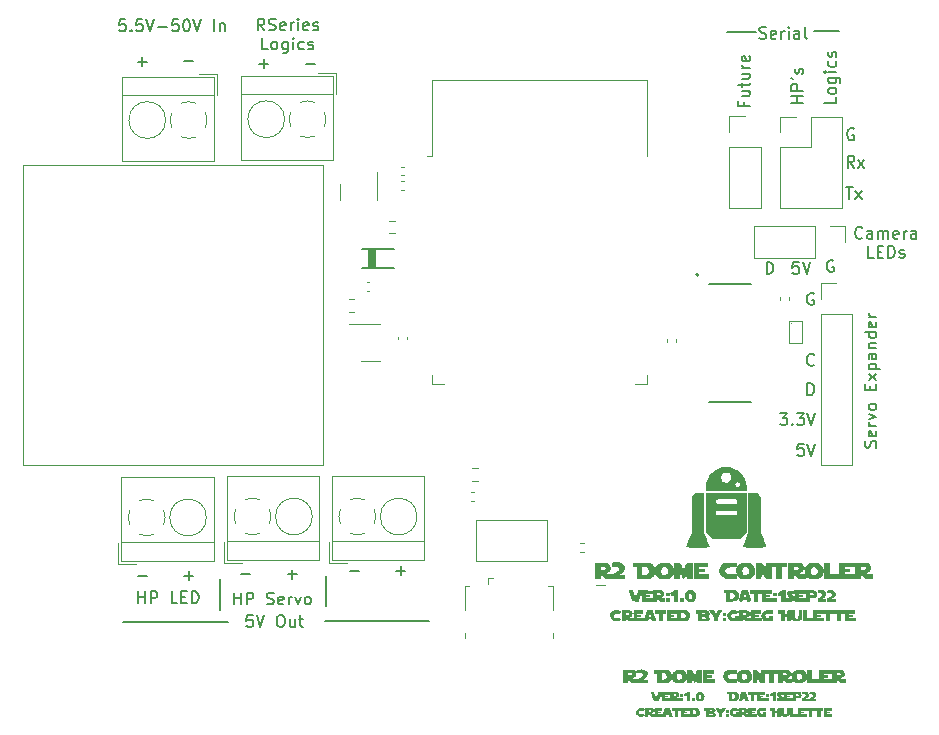
<source format=gbr>
%TF.GenerationSoftware,KiCad,Pcbnew,(6.0.0-0)*%
%TF.CreationDate,2022-09-01T13:13:12-04:00*%
%TF.ProjectId,Dome_Controller,446f6d65-5f43-46f6-9e74-726f6c6c6572,rev?*%
%TF.SameCoordinates,Original*%
%TF.FileFunction,Legend,Top*%
%TF.FilePolarity,Positive*%
%FSLAX46Y46*%
G04 Gerber Fmt 4.6, Leading zero omitted, Abs format (unit mm)*
G04 Created by KiCad (PCBNEW (6.0.0-0)) date 2022-09-01 13:13:12*
%MOMM*%
%LPD*%
G01*
G04 APERTURE LIST*
%ADD10C,0.150000*%
%ADD11C,0.120000*%
%ADD12C,0.127000*%
%ADD13C,0.010000*%
%ADD14C,0.101600*%
%ADD15C,0.103000*%
%ADD16C,0.200000*%
G04 APERTURE END LIST*
D10*
X99410000Y-104570000D02*
X99410000Y-107150000D01*
X135810000Y-58540000D02*
X133330000Y-58540000D01*
X91120000Y-108540000D02*
X82250000Y-108540000D01*
X90440000Y-104880000D02*
X90440000Y-107460000D01*
X140740000Y-58500000D02*
X142830000Y-58500000D01*
X108165000Y-108380000D02*
X99295000Y-108380000D01*
X144820000Y-75952142D02*
X144772380Y-75999761D01*
X144629523Y-76047380D01*
X144534285Y-76047380D01*
X144391428Y-75999761D01*
X144296190Y-75904523D01*
X144248571Y-75809285D01*
X144200952Y-75618809D01*
X144200952Y-75475952D01*
X144248571Y-75285476D01*
X144296190Y-75190238D01*
X144391428Y-75095000D01*
X144534285Y-75047380D01*
X144629523Y-75047380D01*
X144772380Y-75095000D01*
X144820000Y-75142619D01*
X145677142Y-76047380D02*
X145677142Y-75523571D01*
X145629523Y-75428333D01*
X145534285Y-75380714D01*
X145343809Y-75380714D01*
X145248571Y-75428333D01*
X145677142Y-75999761D02*
X145581904Y-76047380D01*
X145343809Y-76047380D01*
X145248571Y-75999761D01*
X145200952Y-75904523D01*
X145200952Y-75809285D01*
X145248571Y-75714047D01*
X145343809Y-75666428D01*
X145581904Y-75666428D01*
X145677142Y-75618809D01*
X146153333Y-76047380D02*
X146153333Y-75380714D01*
X146153333Y-75475952D02*
X146200952Y-75428333D01*
X146296190Y-75380714D01*
X146439047Y-75380714D01*
X146534285Y-75428333D01*
X146581904Y-75523571D01*
X146581904Y-76047380D01*
X146581904Y-75523571D02*
X146629523Y-75428333D01*
X146724761Y-75380714D01*
X146867619Y-75380714D01*
X146962857Y-75428333D01*
X147010476Y-75523571D01*
X147010476Y-76047380D01*
X147867619Y-75999761D02*
X147772380Y-76047380D01*
X147581904Y-76047380D01*
X147486666Y-75999761D01*
X147439047Y-75904523D01*
X147439047Y-75523571D01*
X147486666Y-75428333D01*
X147581904Y-75380714D01*
X147772380Y-75380714D01*
X147867619Y-75428333D01*
X147915238Y-75523571D01*
X147915238Y-75618809D01*
X147439047Y-75714047D01*
X148343809Y-76047380D02*
X148343809Y-75380714D01*
X148343809Y-75571190D02*
X148391428Y-75475952D01*
X148439047Y-75428333D01*
X148534285Y-75380714D01*
X148629523Y-75380714D01*
X149391428Y-76047380D02*
X149391428Y-75523571D01*
X149343809Y-75428333D01*
X149248571Y-75380714D01*
X149058095Y-75380714D01*
X148962857Y-75428333D01*
X149391428Y-75999761D02*
X149296190Y-76047380D01*
X149058095Y-76047380D01*
X148962857Y-75999761D01*
X148915238Y-75904523D01*
X148915238Y-75809285D01*
X148962857Y-75714047D01*
X149058095Y-75666428D01*
X149296190Y-75666428D01*
X149391428Y-75618809D01*
X145772380Y-77657380D02*
X145296190Y-77657380D01*
X145296190Y-76657380D01*
X146105714Y-77133571D02*
X146439047Y-77133571D01*
X146581904Y-77657380D02*
X146105714Y-77657380D01*
X146105714Y-76657380D01*
X146581904Y-76657380D01*
X147010476Y-77657380D02*
X147010476Y-76657380D01*
X147248571Y-76657380D01*
X147391428Y-76705000D01*
X147486666Y-76800238D01*
X147534285Y-76895476D01*
X147581904Y-77085952D01*
X147581904Y-77228809D01*
X147534285Y-77419285D01*
X147486666Y-77514523D01*
X147391428Y-77609761D01*
X147248571Y-77657380D01*
X147010476Y-77657380D01*
X147962857Y-77609761D02*
X148058095Y-77657380D01*
X148248571Y-77657380D01*
X148343809Y-77609761D01*
X148391428Y-77514523D01*
X148391428Y-77466904D01*
X148343809Y-77371666D01*
X148248571Y-77324047D01*
X148105714Y-77324047D01*
X148010476Y-77276428D01*
X147962857Y-77181190D01*
X147962857Y-77133571D01*
X148010476Y-77038333D01*
X148105714Y-76990714D01*
X148248571Y-76990714D01*
X148343809Y-77038333D01*
X93196666Y-107912380D02*
X92720476Y-107912380D01*
X92672857Y-108388571D01*
X92720476Y-108340952D01*
X92815714Y-108293333D01*
X93053809Y-108293333D01*
X93149047Y-108340952D01*
X93196666Y-108388571D01*
X93244285Y-108483809D01*
X93244285Y-108721904D01*
X93196666Y-108817142D01*
X93149047Y-108864761D01*
X93053809Y-108912380D01*
X92815714Y-108912380D01*
X92720476Y-108864761D01*
X92672857Y-108817142D01*
X93530000Y-107912380D02*
X93863333Y-108912380D01*
X94196666Y-107912380D01*
X95482380Y-107912380D02*
X95672857Y-107912380D01*
X95768095Y-107960000D01*
X95863333Y-108055238D01*
X95910952Y-108245714D01*
X95910952Y-108579047D01*
X95863333Y-108769523D01*
X95768095Y-108864761D01*
X95672857Y-108912380D01*
X95482380Y-108912380D01*
X95387142Y-108864761D01*
X95291904Y-108769523D01*
X95244285Y-108579047D01*
X95244285Y-108245714D01*
X95291904Y-108055238D01*
X95387142Y-107960000D01*
X95482380Y-107912380D01*
X96768095Y-108245714D02*
X96768095Y-108912380D01*
X96339523Y-108245714D02*
X96339523Y-108769523D01*
X96387142Y-108864761D01*
X96482380Y-108912380D01*
X96625238Y-108912380D01*
X96720476Y-108864761D01*
X96768095Y-108817142D01*
X97101428Y-108245714D02*
X97482380Y-108245714D01*
X97244285Y-107912380D02*
X97244285Y-108769523D01*
X97291904Y-108864761D01*
X97387142Y-108912380D01*
X97482380Y-108912380D01*
X83526190Y-106912380D02*
X83526190Y-105912380D01*
X83526190Y-106388571D02*
X84097619Y-106388571D01*
X84097619Y-106912380D02*
X84097619Y-105912380D01*
X84573809Y-106912380D02*
X84573809Y-105912380D01*
X84954761Y-105912380D01*
X85050000Y-105960000D01*
X85097619Y-106007619D01*
X85145238Y-106102857D01*
X85145238Y-106245714D01*
X85097619Y-106340952D01*
X85050000Y-106388571D01*
X84954761Y-106436190D01*
X84573809Y-106436190D01*
X86811904Y-106912380D02*
X86335714Y-106912380D01*
X86335714Y-105912380D01*
X87145238Y-106388571D02*
X87478571Y-106388571D01*
X87621428Y-106912380D02*
X87145238Y-106912380D01*
X87145238Y-105912380D01*
X87621428Y-105912380D01*
X88050000Y-106912380D02*
X88050000Y-105912380D01*
X88288095Y-105912380D01*
X88430952Y-105960000D01*
X88526190Y-106055238D01*
X88573809Y-106150476D01*
X88621428Y-106340952D01*
X88621428Y-106483809D01*
X88573809Y-106674285D01*
X88526190Y-106769523D01*
X88430952Y-106864761D01*
X88288095Y-106912380D01*
X88050000Y-106912380D01*
X145964761Y-93732857D02*
X146012380Y-93590000D01*
X146012380Y-93351904D01*
X145964761Y-93256666D01*
X145917142Y-93209047D01*
X145821904Y-93161428D01*
X145726666Y-93161428D01*
X145631428Y-93209047D01*
X145583809Y-93256666D01*
X145536190Y-93351904D01*
X145488571Y-93542380D01*
X145440952Y-93637619D01*
X145393333Y-93685238D01*
X145298095Y-93732857D01*
X145202857Y-93732857D01*
X145107619Y-93685238D01*
X145060000Y-93637619D01*
X145012380Y-93542380D01*
X145012380Y-93304285D01*
X145060000Y-93161428D01*
X145964761Y-92351904D02*
X146012380Y-92447142D01*
X146012380Y-92637619D01*
X145964761Y-92732857D01*
X145869523Y-92780476D01*
X145488571Y-92780476D01*
X145393333Y-92732857D01*
X145345714Y-92637619D01*
X145345714Y-92447142D01*
X145393333Y-92351904D01*
X145488571Y-92304285D01*
X145583809Y-92304285D01*
X145679047Y-92780476D01*
X146012380Y-91875714D02*
X145345714Y-91875714D01*
X145536190Y-91875714D02*
X145440952Y-91828095D01*
X145393333Y-91780476D01*
X145345714Y-91685238D01*
X145345714Y-91590000D01*
X145345714Y-91351904D02*
X146012380Y-91113809D01*
X145345714Y-90875714D01*
X146012380Y-90351904D02*
X145964761Y-90447142D01*
X145917142Y-90494761D01*
X145821904Y-90542380D01*
X145536190Y-90542380D01*
X145440952Y-90494761D01*
X145393333Y-90447142D01*
X145345714Y-90351904D01*
X145345714Y-90209047D01*
X145393333Y-90113809D01*
X145440952Y-90066190D01*
X145536190Y-90018571D01*
X145821904Y-90018571D01*
X145917142Y-90066190D01*
X145964761Y-90113809D01*
X146012380Y-90209047D01*
X146012380Y-90351904D01*
X145488571Y-88828095D02*
X145488571Y-88494761D01*
X146012380Y-88351904D02*
X146012380Y-88828095D01*
X145012380Y-88828095D01*
X145012380Y-88351904D01*
X146012380Y-88018571D02*
X145345714Y-87494761D01*
X145345714Y-88018571D02*
X146012380Y-87494761D01*
X145345714Y-87113809D02*
X146345714Y-87113809D01*
X145393333Y-87113809D02*
X145345714Y-87018571D01*
X145345714Y-86828095D01*
X145393333Y-86732857D01*
X145440952Y-86685238D01*
X145536190Y-86637619D01*
X145821904Y-86637619D01*
X145917142Y-86685238D01*
X145964761Y-86732857D01*
X146012380Y-86828095D01*
X146012380Y-87018571D01*
X145964761Y-87113809D01*
X146012380Y-85780476D02*
X145488571Y-85780476D01*
X145393333Y-85828095D01*
X145345714Y-85923333D01*
X145345714Y-86113809D01*
X145393333Y-86209047D01*
X145964761Y-85780476D02*
X146012380Y-85875714D01*
X146012380Y-86113809D01*
X145964761Y-86209047D01*
X145869523Y-86256666D01*
X145774285Y-86256666D01*
X145679047Y-86209047D01*
X145631428Y-86113809D01*
X145631428Y-85875714D01*
X145583809Y-85780476D01*
X145345714Y-85304285D02*
X146012380Y-85304285D01*
X145440952Y-85304285D02*
X145393333Y-85256666D01*
X145345714Y-85161428D01*
X145345714Y-85018571D01*
X145393333Y-84923333D01*
X145488571Y-84875714D01*
X146012380Y-84875714D01*
X146012380Y-83970952D02*
X145012380Y-83970952D01*
X145964761Y-83970952D02*
X146012380Y-84066190D01*
X146012380Y-84256666D01*
X145964761Y-84351904D01*
X145917142Y-84399523D01*
X145821904Y-84447142D01*
X145536190Y-84447142D01*
X145440952Y-84399523D01*
X145393333Y-84351904D01*
X145345714Y-84256666D01*
X145345714Y-84066190D01*
X145393333Y-83970952D01*
X145964761Y-83113809D02*
X146012380Y-83209047D01*
X146012380Y-83399523D01*
X145964761Y-83494761D01*
X145869523Y-83542380D01*
X145488571Y-83542380D01*
X145393333Y-83494761D01*
X145345714Y-83399523D01*
X145345714Y-83209047D01*
X145393333Y-83113809D01*
X145488571Y-83066190D01*
X145583809Y-83066190D01*
X145679047Y-83542380D01*
X146012380Y-82637619D02*
X145345714Y-82637619D01*
X145536190Y-82637619D02*
X145440952Y-82590000D01*
X145393333Y-82542380D01*
X145345714Y-82447142D01*
X145345714Y-82351904D01*
X143425237Y-71692380D02*
X143996666Y-71692380D01*
X143710952Y-72692380D02*
X143710952Y-71692380D01*
X144234761Y-72692380D02*
X144758571Y-72025714D01*
X144234761Y-72025714D02*
X144758571Y-72692380D01*
X88190952Y-104588571D02*
X87429047Y-104588571D01*
X87810000Y-104207619D02*
X87810000Y-104969523D01*
X83469047Y-61061428D02*
X84230952Y-61061428D01*
X83850000Y-61442380D02*
X83850000Y-60680476D01*
X93010952Y-104468571D02*
X92249047Y-104468571D01*
X87379047Y-61031428D02*
X88140952Y-61031428D01*
X93779047Y-61251428D02*
X94540952Y-61251428D01*
X94160000Y-61632380D02*
X94160000Y-60870476D01*
X139844761Y-93412380D02*
X139368571Y-93412380D01*
X139320952Y-93888571D01*
X139368571Y-93840952D01*
X139463809Y-93793333D01*
X139701904Y-93793333D01*
X139797142Y-93840952D01*
X139844761Y-93888571D01*
X139892380Y-93983809D01*
X139892380Y-94221904D01*
X139844761Y-94317142D01*
X139797142Y-94364761D01*
X139701904Y-94412380D01*
X139463809Y-94412380D01*
X139368571Y-94364761D01*
X139320952Y-94317142D01*
X140178095Y-93412380D02*
X140511428Y-94412380D01*
X140844761Y-93412380D01*
X142361904Y-77910000D02*
X142266666Y-77862380D01*
X142123809Y-77862380D01*
X141980952Y-77910000D01*
X141885714Y-78005238D01*
X141838095Y-78100476D01*
X141790476Y-78290952D01*
X141790476Y-78433809D01*
X141838095Y-78624285D01*
X141885714Y-78719523D01*
X141980952Y-78814761D01*
X142123809Y-78862380D01*
X142219047Y-78862380D01*
X142361904Y-78814761D01*
X142409523Y-78767142D01*
X142409523Y-78433809D01*
X142219047Y-78433809D01*
X91645714Y-107012380D02*
X91645714Y-106012380D01*
X91645714Y-106488571D02*
X92217142Y-106488571D01*
X92217142Y-107012380D02*
X92217142Y-106012380D01*
X92693333Y-107012380D02*
X92693333Y-106012380D01*
X93074285Y-106012380D01*
X93169523Y-106060000D01*
X93217142Y-106107619D01*
X93264761Y-106202857D01*
X93264761Y-106345714D01*
X93217142Y-106440952D01*
X93169523Y-106488571D01*
X93074285Y-106536190D01*
X92693333Y-106536190D01*
X94407619Y-106964761D02*
X94550476Y-107012380D01*
X94788571Y-107012380D01*
X94883809Y-106964761D01*
X94931428Y-106917142D01*
X94979047Y-106821904D01*
X94979047Y-106726666D01*
X94931428Y-106631428D01*
X94883809Y-106583809D01*
X94788571Y-106536190D01*
X94598095Y-106488571D01*
X94502857Y-106440952D01*
X94455238Y-106393333D01*
X94407619Y-106298095D01*
X94407619Y-106202857D01*
X94455238Y-106107619D01*
X94502857Y-106060000D01*
X94598095Y-106012380D01*
X94836190Y-106012380D01*
X94979047Y-106060000D01*
X95788571Y-106964761D02*
X95693333Y-107012380D01*
X95502857Y-107012380D01*
X95407619Y-106964761D01*
X95360000Y-106869523D01*
X95360000Y-106488571D01*
X95407619Y-106393333D01*
X95502857Y-106345714D01*
X95693333Y-106345714D01*
X95788571Y-106393333D01*
X95836190Y-106488571D01*
X95836190Y-106583809D01*
X95360000Y-106679047D01*
X96264761Y-107012380D02*
X96264761Y-106345714D01*
X96264761Y-106536190D02*
X96312380Y-106440952D01*
X96360000Y-106393333D01*
X96455238Y-106345714D01*
X96550476Y-106345714D01*
X96788571Y-106345714D02*
X97026666Y-107012380D01*
X97264761Y-106345714D01*
X97788571Y-107012380D02*
X97693333Y-106964761D01*
X97645714Y-106917142D01*
X97598095Y-106821904D01*
X97598095Y-106536190D01*
X97645714Y-106440952D01*
X97693333Y-106393333D01*
X97788571Y-106345714D01*
X97931428Y-106345714D01*
X98026666Y-106393333D01*
X98074285Y-106440952D01*
X98121904Y-106536190D01*
X98121904Y-106821904D01*
X98074285Y-106917142D01*
X98026666Y-106964761D01*
X97931428Y-107012380D01*
X97788571Y-107012380D01*
X140178095Y-89292380D02*
X140178095Y-88292380D01*
X140416190Y-88292380D01*
X140559047Y-88340000D01*
X140654285Y-88435238D01*
X140701904Y-88530476D01*
X140749523Y-88720952D01*
X140749523Y-88863809D01*
X140701904Y-89054285D01*
X140654285Y-89149523D01*
X140559047Y-89244761D01*
X140416190Y-89292380D01*
X140178095Y-89292380D01*
X96920952Y-104438571D02*
X96159047Y-104438571D01*
X96540000Y-104057619D02*
X96540000Y-104819523D01*
X140701904Y-80710000D02*
X140606666Y-80662380D01*
X140463809Y-80662380D01*
X140320952Y-80710000D01*
X140225714Y-80805238D01*
X140178095Y-80900476D01*
X140130476Y-81090952D01*
X140130476Y-81233809D01*
X140178095Y-81424285D01*
X140225714Y-81519523D01*
X140320952Y-81614761D01*
X140463809Y-81662380D01*
X140559047Y-81662380D01*
X140701904Y-81614761D01*
X140749523Y-81567142D01*
X140749523Y-81233809D01*
X140559047Y-81233809D01*
X139782380Y-64551429D02*
X138782380Y-64551429D01*
X139258571Y-64551429D02*
X139258571Y-63980000D01*
X139782380Y-63980000D02*
X138782380Y-63980000D01*
X139782380Y-63503810D02*
X138782380Y-63503810D01*
X138782380Y-63122858D01*
X138830000Y-63027619D01*
X138877619Y-62980000D01*
X138972857Y-62932381D01*
X139115714Y-62932381D01*
X139210952Y-62980000D01*
X139258571Y-63027619D01*
X139306190Y-63122858D01*
X139306190Y-63503810D01*
X138782380Y-62456191D02*
X138972857Y-62551429D01*
X139734761Y-62075238D02*
X139782380Y-61980000D01*
X139782380Y-61789524D01*
X139734761Y-61694286D01*
X139639523Y-61646667D01*
X139591904Y-61646667D01*
X139496666Y-61694286D01*
X139449047Y-61789524D01*
X139449047Y-61932381D01*
X139401428Y-62027619D01*
X139306190Y-62075238D01*
X139258571Y-62075238D01*
X139163333Y-62027619D01*
X139115714Y-61932381D01*
X139115714Y-61789524D01*
X139163333Y-61694286D01*
X82423809Y-57482380D02*
X81947619Y-57482380D01*
X81900000Y-57958571D01*
X81947619Y-57910952D01*
X82042857Y-57863333D01*
X82280952Y-57863333D01*
X82376190Y-57910952D01*
X82423809Y-57958571D01*
X82471428Y-58053809D01*
X82471428Y-58291904D01*
X82423809Y-58387142D01*
X82376190Y-58434761D01*
X82280952Y-58482380D01*
X82042857Y-58482380D01*
X81947619Y-58434761D01*
X81900000Y-58387142D01*
X82900000Y-58387142D02*
X82947619Y-58434761D01*
X82900000Y-58482380D01*
X82852380Y-58434761D01*
X82900000Y-58387142D01*
X82900000Y-58482380D01*
X83852380Y-57482380D02*
X83376190Y-57482380D01*
X83328571Y-57958571D01*
X83376190Y-57910952D01*
X83471428Y-57863333D01*
X83709523Y-57863333D01*
X83804761Y-57910952D01*
X83852380Y-57958571D01*
X83900000Y-58053809D01*
X83900000Y-58291904D01*
X83852380Y-58387142D01*
X83804761Y-58434761D01*
X83709523Y-58482380D01*
X83471428Y-58482380D01*
X83376190Y-58434761D01*
X83328571Y-58387142D01*
X84185714Y-57482380D02*
X84519047Y-58482380D01*
X84852380Y-57482380D01*
X85185714Y-58101428D02*
X85947619Y-58101428D01*
X86900000Y-57482380D02*
X86423809Y-57482380D01*
X86376190Y-57958571D01*
X86423809Y-57910952D01*
X86519047Y-57863333D01*
X86757142Y-57863333D01*
X86852380Y-57910952D01*
X86900000Y-57958571D01*
X86947619Y-58053809D01*
X86947619Y-58291904D01*
X86900000Y-58387142D01*
X86852380Y-58434761D01*
X86757142Y-58482380D01*
X86519047Y-58482380D01*
X86423809Y-58434761D01*
X86376190Y-58387142D01*
X87566666Y-57482380D02*
X87661904Y-57482380D01*
X87757142Y-57530000D01*
X87804761Y-57577619D01*
X87852380Y-57672857D01*
X87900000Y-57863333D01*
X87900000Y-58101428D01*
X87852380Y-58291904D01*
X87804761Y-58387142D01*
X87757142Y-58434761D01*
X87661904Y-58482380D01*
X87566666Y-58482380D01*
X87471428Y-58434761D01*
X87423809Y-58387142D01*
X87376190Y-58291904D01*
X87328571Y-58101428D01*
X87328571Y-57863333D01*
X87376190Y-57672857D01*
X87423809Y-57577619D01*
X87471428Y-57530000D01*
X87566666Y-57482380D01*
X88185714Y-57482380D02*
X88519047Y-58482380D01*
X88852380Y-57482380D01*
X89947619Y-58482380D02*
X89947619Y-57482380D01*
X90423809Y-57815714D02*
X90423809Y-58482380D01*
X90423809Y-57910952D02*
X90471428Y-57863333D01*
X90566666Y-57815714D01*
X90709523Y-57815714D01*
X90804761Y-57863333D01*
X90852380Y-57958571D01*
X90852380Y-58482380D01*
X94183809Y-58407380D02*
X93850476Y-57931190D01*
X93612380Y-58407380D02*
X93612380Y-57407380D01*
X93993333Y-57407380D01*
X94088571Y-57455000D01*
X94136190Y-57502619D01*
X94183809Y-57597857D01*
X94183809Y-57740714D01*
X94136190Y-57835952D01*
X94088571Y-57883571D01*
X93993333Y-57931190D01*
X93612380Y-57931190D01*
X94564761Y-58359761D02*
X94707619Y-58407380D01*
X94945714Y-58407380D01*
X95040952Y-58359761D01*
X95088571Y-58312142D01*
X95136190Y-58216904D01*
X95136190Y-58121666D01*
X95088571Y-58026428D01*
X95040952Y-57978809D01*
X94945714Y-57931190D01*
X94755238Y-57883571D01*
X94660000Y-57835952D01*
X94612380Y-57788333D01*
X94564761Y-57693095D01*
X94564761Y-57597857D01*
X94612380Y-57502619D01*
X94660000Y-57455000D01*
X94755238Y-57407380D01*
X94993333Y-57407380D01*
X95136190Y-57455000D01*
X95945714Y-58359761D02*
X95850476Y-58407380D01*
X95660000Y-58407380D01*
X95564761Y-58359761D01*
X95517142Y-58264523D01*
X95517142Y-57883571D01*
X95564761Y-57788333D01*
X95660000Y-57740714D01*
X95850476Y-57740714D01*
X95945714Y-57788333D01*
X95993333Y-57883571D01*
X95993333Y-57978809D01*
X95517142Y-58074047D01*
X96421904Y-58407380D02*
X96421904Y-57740714D01*
X96421904Y-57931190D02*
X96469523Y-57835952D01*
X96517142Y-57788333D01*
X96612380Y-57740714D01*
X96707619Y-57740714D01*
X97040952Y-58407380D02*
X97040952Y-57740714D01*
X97040952Y-57407380D02*
X96993333Y-57455000D01*
X97040952Y-57502619D01*
X97088571Y-57455000D01*
X97040952Y-57407380D01*
X97040952Y-57502619D01*
X97898095Y-58359761D02*
X97802857Y-58407380D01*
X97612380Y-58407380D01*
X97517142Y-58359761D01*
X97469523Y-58264523D01*
X97469523Y-57883571D01*
X97517142Y-57788333D01*
X97612380Y-57740714D01*
X97802857Y-57740714D01*
X97898095Y-57788333D01*
X97945714Y-57883571D01*
X97945714Y-57978809D01*
X97469523Y-58074047D01*
X98326666Y-58359761D02*
X98421904Y-58407380D01*
X98612380Y-58407380D01*
X98707619Y-58359761D01*
X98755238Y-58264523D01*
X98755238Y-58216904D01*
X98707619Y-58121666D01*
X98612380Y-58074047D01*
X98469523Y-58074047D01*
X98374285Y-58026428D01*
X98326666Y-57931190D01*
X98326666Y-57883571D01*
X98374285Y-57788333D01*
X98469523Y-57740714D01*
X98612380Y-57740714D01*
X98707619Y-57788333D01*
X94493333Y-60017380D02*
X94017142Y-60017380D01*
X94017142Y-59017380D01*
X94969523Y-60017380D02*
X94874285Y-59969761D01*
X94826666Y-59922142D01*
X94779047Y-59826904D01*
X94779047Y-59541190D01*
X94826666Y-59445952D01*
X94874285Y-59398333D01*
X94969523Y-59350714D01*
X95112380Y-59350714D01*
X95207619Y-59398333D01*
X95255238Y-59445952D01*
X95302857Y-59541190D01*
X95302857Y-59826904D01*
X95255238Y-59922142D01*
X95207619Y-59969761D01*
X95112380Y-60017380D01*
X94969523Y-60017380D01*
X96160000Y-59350714D02*
X96160000Y-60160238D01*
X96112380Y-60255476D01*
X96064761Y-60303095D01*
X95969523Y-60350714D01*
X95826666Y-60350714D01*
X95731428Y-60303095D01*
X96160000Y-59969761D02*
X96064761Y-60017380D01*
X95874285Y-60017380D01*
X95779047Y-59969761D01*
X95731428Y-59922142D01*
X95683809Y-59826904D01*
X95683809Y-59541190D01*
X95731428Y-59445952D01*
X95779047Y-59398333D01*
X95874285Y-59350714D01*
X96064761Y-59350714D01*
X96160000Y-59398333D01*
X96636190Y-60017380D02*
X96636190Y-59350714D01*
X96636190Y-59017380D02*
X96588571Y-59065000D01*
X96636190Y-59112619D01*
X96683809Y-59065000D01*
X96636190Y-59017380D01*
X96636190Y-59112619D01*
X97540952Y-59969761D02*
X97445714Y-60017380D01*
X97255238Y-60017380D01*
X97160000Y-59969761D01*
X97112380Y-59922142D01*
X97064761Y-59826904D01*
X97064761Y-59541190D01*
X97112380Y-59445952D01*
X97160000Y-59398333D01*
X97255238Y-59350714D01*
X97445714Y-59350714D01*
X97540952Y-59398333D01*
X97921904Y-59969761D02*
X98017142Y-60017380D01*
X98207619Y-60017380D01*
X98302857Y-59969761D01*
X98350476Y-59874523D01*
X98350476Y-59826904D01*
X98302857Y-59731666D01*
X98207619Y-59684047D01*
X98064761Y-59684047D01*
X97969523Y-59636428D01*
X97921904Y-59541190D01*
X97921904Y-59493571D01*
X97969523Y-59398333D01*
X98064761Y-59350714D01*
X98207619Y-59350714D01*
X98302857Y-59398333D01*
X136113809Y-59064761D02*
X136256666Y-59112380D01*
X136494761Y-59112380D01*
X136590000Y-59064761D01*
X136637619Y-59017142D01*
X136685238Y-58921904D01*
X136685238Y-58826666D01*
X136637619Y-58731428D01*
X136590000Y-58683809D01*
X136494761Y-58636190D01*
X136304285Y-58588571D01*
X136209047Y-58540952D01*
X136161428Y-58493333D01*
X136113809Y-58398095D01*
X136113809Y-58302857D01*
X136161428Y-58207619D01*
X136209047Y-58160000D01*
X136304285Y-58112380D01*
X136542380Y-58112380D01*
X136685238Y-58160000D01*
X137494761Y-59064761D02*
X137399523Y-59112380D01*
X137209047Y-59112380D01*
X137113809Y-59064761D01*
X137066190Y-58969523D01*
X137066190Y-58588571D01*
X137113809Y-58493333D01*
X137209047Y-58445714D01*
X137399523Y-58445714D01*
X137494761Y-58493333D01*
X137542380Y-58588571D01*
X137542380Y-58683809D01*
X137066190Y-58779047D01*
X137970952Y-59112380D02*
X137970952Y-58445714D01*
X137970952Y-58636190D02*
X138018571Y-58540952D01*
X138066190Y-58493333D01*
X138161428Y-58445714D01*
X138256666Y-58445714D01*
X138590000Y-59112380D02*
X138590000Y-58445714D01*
X138590000Y-58112380D02*
X138542380Y-58160000D01*
X138590000Y-58207619D01*
X138637619Y-58160000D01*
X138590000Y-58112380D01*
X138590000Y-58207619D01*
X139494761Y-59112380D02*
X139494761Y-58588571D01*
X139447142Y-58493333D01*
X139351904Y-58445714D01*
X139161428Y-58445714D01*
X139066190Y-58493333D01*
X139494761Y-59064761D02*
X139399523Y-59112380D01*
X139161428Y-59112380D01*
X139066190Y-59064761D01*
X139018571Y-58969523D01*
X139018571Y-58874285D01*
X139066190Y-58779047D01*
X139161428Y-58731428D01*
X139399523Y-58731428D01*
X139494761Y-58683809D01*
X140113809Y-59112380D02*
X140018571Y-59064761D01*
X139970952Y-58969523D01*
X139970952Y-58112380D01*
X137844761Y-90822380D02*
X138463809Y-90822380D01*
X138130475Y-91203333D01*
X138273332Y-91203333D01*
X138368571Y-91250952D01*
X138416190Y-91298571D01*
X138463809Y-91393809D01*
X138463809Y-91631904D01*
X138416190Y-91727142D01*
X138368571Y-91774761D01*
X138273332Y-91822380D01*
X137987618Y-91822380D01*
X137892380Y-91774761D01*
X137844761Y-91727142D01*
X138892380Y-91727142D02*
X138939999Y-91774761D01*
X138892380Y-91822380D01*
X138844761Y-91774761D01*
X138892380Y-91727142D01*
X138892380Y-91822380D01*
X139273332Y-90822380D02*
X139892380Y-90822380D01*
X139559047Y-91203333D01*
X139701904Y-91203333D01*
X139797142Y-91250952D01*
X139844761Y-91298571D01*
X139892380Y-91393809D01*
X139892380Y-91631904D01*
X139844761Y-91727142D01*
X139797142Y-91774761D01*
X139701904Y-91822380D01*
X139416190Y-91822380D01*
X139320952Y-91774761D01*
X139273332Y-91727142D01*
X140178094Y-90822380D02*
X140511428Y-91822380D01*
X140844761Y-90822380D01*
X142612380Y-64075238D02*
X142612380Y-64551429D01*
X141612380Y-64551429D01*
X142612380Y-63599048D02*
X142564761Y-63694286D01*
X142517142Y-63741905D01*
X142421904Y-63789524D01*
X142136190Y-63789524D01*
X142040952Y-63741905D01*
X141993333Y-63694286D01*
X141945714Y-63599048D01*
X141945714Y-63456191D01*
X141993333Y-63360952D01*
X142040952Y-63313333D01*
X142136190Y-63265714D01*
X142421904Y-63265714D01*
X142517142Y-63313333D01*
X142564761Y-63360952D01*
X142612380Y-63456191D01*
X142612380Y-63599048D01*
X141945714Y-62408572D02*
X142755238Y-62408572D01*
X142850476Y-62456191D01*
X142898095Y-62503810D01*
X142945714Y-62599048D01*
X142945714Y-62741905D01*
X142898095Y-62837143D01*
X142564761Y-62408572D02*
X142612380Y-62503810D01*
X142612380Y-62694286D01*
X142564761Y-62789524D01*
X142517142Y-62837143D01*
X142421904Y-62884762D01*
X142136190Y-62884762D01*
X142040952Y-62837143D01*
X141993333Y-62789524D01*
X141945714Y-62694286D01*
X141945714Y-62503810D01*
X141993333Y-62408572D01*
X142612380Y-61932381D02*
X141945714Y-61932381D01*
X141612380Y-61932381D02*
X141660000Y-61980000D01*
X141707619Y-61932381D01*
X141660000Y-61884762D01*
X141612380Y-61932381D01*
X141707619Y-61932381D01*
X142564761Y-61027619D02*
X142612380Y-61122857D01*
X142612380Y-61313333D01*
X142564761Y-61408572D01*
X142517142Y-61456191D01*
X142421904Y-61503810D01*
X142136190Y-61503810D01*
X142040952Y-61456191D01*
X141993333Y-61408572D01*
X141945714Y-61313333D01*
X141945714Y-61122857D01*
X141993333Y-61027619D01*
X142564761Y-60646667D02*
X142612380Y-60551429D01*
X142612380Y-60360952D01*
X142564761Y-60265714D01*
X142469523Y-60218095D01*
X142421904Y-60218095D01*
X142326666Y-60265714D01*
X142279047Y-60360952D01*
X142279047Y-60503810D01*
X142231428Y-60599048D01*
X142136190Y-60646667D01*
X142088571Y-60646667D01*
X141993333Y-60599048D01*
X141945714Y-60503810D01*
X141945714Y-60360952D01*
X141993333Y-60265714D01*
X136718095Y-79032380D02*
X136718095Y-78032380D01*
X136956190Y-78032380D01*
X137099047Y-78080000D01*
X137194285Y-78175238D01*
X137241904Y-78270476D01*
X137289523Y-78460952D01*
X137289523Y-78603809D01*
X137241904Y-78794285D01*
X137194285Y-78889523D01*
X137099047Y-78984761D01*
X136956190Y-79032380D01*
X136718095Y-79032380D01*
X144139523Y-70032380D02*
X143806190Y-69556190D01*
X143568095Y-70032380D02*
X143568095Y-69032380D01*
X143949047Y-69032380D01*
X144044285Y-69080000D01*
X144091904Y-69127619D01*
X144139523Y-69222857D01*
X144139523Y-69365714D01*
X144091904Y-69460952D01*
X144044285Y-69508571D01*
X143949047Y-69556190D01*
X143568095Y-69556190D01*
X144472857Y-70032380D02*
X144996666Y-69365714D01*
X144472857Y-69365714D02*
X144996666Y-70032380D01*
X134778571Y-64495714D02*
X134778571Y-64829047D01*
X135302380Y-64829047D02*
X134302380Y-64829047D01*
X134302380Y-64352857D01*
X134635714Y-63543333D02*
X135302380Y-63543333D01*
X134635714Y-63971904D02*
X135159523Y-63971904D01*
X135254761Y-63924285D01*
X135302380Y-63829047D01*
X135302380Y-63686190D01*
X135254761Y-63590952D01*
X135207142Y-63543333D01*
X134635714Y-63210000D02*
X134635714Y-62829047D01*
X134302380Y-63067142D02*
X135159523Y-63067142D01*
X135254761Y-63019523D01*
X135302380Y-62924285D01*
X135302380Y-62829047D01*
X134635714Y-62067142D02*
X135302380Y-62067142D01*
X134635714Y-62495714D02*
X135159523Y-62495714D01*
X135254761Y-62448095D01*
X135302380Y-62352857D01*
X135302380Y-62210000D01*
X135254761Y-62114761D01*
X135207142Y-62067142D01*
X135302380Y-61590952D02*
X134635714Y-61590952D01*
X134826190Y-61590952D02*
X134730952Y-61543333D01*
X134683333Y-61495714D01*
X134635714Y-61400476D01*
X134635714Y-61305238D01*
X135254761Y-60590952D02*
X135302380Y-60686190D01*
X135302380Y-60876666D01*
X135254761Y-60971904D01*
X135159523Y-61019523D01*
X134778571Y-61019523D01*
X134683333Y-60971904D01*
X134635714Y-60876666D01*
X134635714Y-60686190D01*
X134683333Y-60590952D01*
X134778571Y-60543333D01*
X134873809Y-60543333D01*
X134969047Y-61019523D01*
X84280952Y-104618571D02*
X83519047Y-104618571D01*
X106140952Y-104178571D02*
X105379047Y-104178571D01*
X105760000Y-103797619D02*
X105760000Y-104559523D01*
X139429523Y-78012380D02*
X138953333Y-78012380D01*
X138905714Y-78488571D01*
X138953333Y-78440952D01*
X139048571Y-78393333D01*
X139286666Y-78393333D01*
X139381904Y-78440952D01*
X139429523Y-78488571D01*
X139477142Y-78583809D01*
X139477142Y-78821904D01*
X139429523Y-78917142D01*
X139381904Y-78964761D01*
X139286666Y-79012380D01*
X139048571Y-79012380D01*
X138953333Y-78964761D01*
X138905714Y-78917142D01*
X139762857Y-78012380D02*
X140096190Y-79012380D01*
X140429523Y-78012380D01*
X97689047Y-61221428D02*
X98450952Y-61221428D01*
X144091904Y-66750000D02*
X143996666Y-66702380D01*
X143853809Y-66702380D01*
X143710952Y-66750000D01*
X143615714Y-66845238D01*
X143568095Y-66940476D01*
X143520476Y-67130952D01*
X143520476Y-67273809D01*
X143568095Y-67464285D01*
X143615714Y-67559523D01*
X143710952Y-67654761D01*
X143853809Y-67702380D01*
X143949047Y-67702380D01*
X144091904Y-67654761D01*
X144139523Y-67607142D01*
X144139523Y-67273809D01*
X143949047Y-67273809D01*
X102230952Y-104208571D02*
X101469047Y-104208571D01*
X140749523Y-86707142D02*
X140701904Y-86754761D01*
X140559047Y-86802380D01*
X140463809Y-86802380D01*
X140320952Y-86754761D01*
X140225714Y-86659523D01*
X140178095Y-86564285D01*
X140130476Y-86373809D01*
X140130476Y-86230952D01*
X140178095Y-86040476D01*
X140225714Y-85945238D01*
X140320952Y-85850000D01*
X140463809Y-85802380D01*
X140559047Y-85802380D01*
X140701904Y-85850000D01*
X140749523Y-85897619D01*
D11*
%TO.C,J5*%
X90180000Y-62100000D02*
X88680000Y-62100000D01*
X89940000Y-69460000D02*
X89940000Y-62340000D01*
X89940000Y-62340000D02*
X82120000Y-62340000D01*
X89940000Y-63900000D02*
X82120000Y-63900000D01*
X82120000Y-69460000D02*
X82120000Y-62340000D01*
X90180000Y-63840000D02*
X90180000Y-62100000D01*
X89940000Y-69460000D02*
X82120000Y-69460000D01*
X88388000Y-64568000D02*
G75*
G03*
X87752989Y-64444507I-607998J-1431988D01*
G01*
X86348000Y-65392000D02*
G75*
G03*
X86347891Y-66607742I1432003J-607999D01*
G01*
X87780000Y-64445000D02*
G75*
G03*
X87172413Y-64568615I-1J-1554997D01*
G01*
X87172000Y-67432000D02*
G75*
G03*
X88387742Y-67432109I607999J1432003D01*
G01*
X89212000Y-66608000D02*
G75*
G03*
X89212109Y-65392258I-1432003J607999D01*
G01*
X85835000Y-66000000D02*
G75*
G03*
X85835000Y-66000000I-1555000J0D01*
G01*
%TO.C,G\u002A\u002A\u002A*%
G36*
X140105065Y-108166623D02*
G01*
X140627360Y-108166623D01*
X140627360Y-107506883D01*
X141452035Y-107506883D01*
X141452035Y-107781775D01*
X141204633Y-107781775D01*
X141087089Y-107782693D01*
X141014049Y-107786999D01*
X140975049Y-107797018D01*
X140959626Y-107815076D01*
X140957230Y-107836753D01*
X140963248Y-107867459D01*
X140989684Y-107884052D01*
X141049112Y-107890721D01*
X141122165Y-107891731D01*
X141287100Y-107891731D01*
X141287100Y-108056666D01*
X141122165Y-108056666D01*
X141030045Y-108058672D01*
X140980269Y-108067484D01*
X140960262Y-108087294D01*
X140957230Y-108111645D01*
X140960849Y-108136171D01*
X140978186Y-108152078D01*
X141018962Y-108161217D01*
X141092895Y-108165439D01*
X141209707Y-108166596D01*
X141245866Y-108166623D01*
X141534503Y-108166623D01*
X141534503Y-108441515D01*
X139775195Y-108441515D01*
X139775195Y-107479394D01*
X140105065Y-107479394D01*
X140105065Y-108166623D01*
G37*
G36*
X138318269Y-106764675D02*
G01*
X137960910Y-106764675D01*
X137960910Y-106157115D01*
X137863949Y-106231070D01*
X137804023Y-106273309D01*
X137765089Y-106294243D01*
X137758463Y-106294320D01*
X137741704Y-106260945D01*
X137716872Y-106199619D01*
X137690956Y-106129391D01*
X137670946Y-106069311D01*
X137663830Y-106038429D01*
X137664251Y-106037526D01*
X137794468Y-105947431D01*
X137889284Y-105883928D01*
X137958535Y-105842366D01*
X138012060Y-105818096D01*
X138059695Y-105806468D01*
X138111279Y-105802832D01*
X138161400Y-105802554D01*
X138318269Y-105802554D01*
X138318269Y-106764675D01*
G37*
G36*
X133315239Y-108001688D02*
G01*
X132985368Y-108001688D01*
X132985368Y-107726796D01*
X133315239Y-107726796D01*
X133315239Y-108001688D01*
G37*
G36*
X134718552Y-107479394D02*
G01*
X134914347Y-107483574D01*
X135061965Y-107498287D01*
X135167722Y-107526793D01*
X135237936Y-107572352D01*
X135278923Y-107638221D01*
X135297002Y-107727662D01*
X135299386Y-107779083D01*
X135284815Y-107899582D01*
X135233978Y-107983588D01*
X135156717Y-108033591D01*
X135091937Y-108073863D01*
X135079680Y-108110893D01*
X135117496Y-108140579D01*
X135202936Y-108158815D01*
X135232866Y-108161187D01*
X135376927Y-108169496D01*
X135376927Y-107506883D01*
X136201602Y-107506883D01*
X136201602Y-107781775D01*
X135954200Y-107781775D01*
X135836656Y-107782693D01*
X135763616Y-107786999D01*
X135724616Y-107797018D01*
X135709193Y-107815076D01*
X135706797Y-107836753D01*
X135712815Y-107867459D01*
X135739251Y-107884052D01*
X135798679Y-107890721D01*
X135871732Y-107891731D01*
X136036667Y-107891731D01*
X136036667Y-108056666D01*
X135871732Y-108056666D01*
X135779612Y-108058672D01*
X135729836Y-108067484D01*
X135709829Y-108087294D01*
X135706797Y-108111645D01*
X135710416Y-108136171D01*
X135727753Y-108152078D01*
X135768529Y-108161217D01*
X135842462Y-108165439D01*
X135959274Y-108166596D01*
X135995433Y-108166623D01*
X136284070Y-108166623D01*
X136284070Y-108441515D01*
X135007552Y-108441515D01*
X134862369Y-108298136D01*
X134717187Y-108154757D01*
X134717187Y-108441515D01*
X134240450Y-108441515D01*
X134065655Y-108441062D01*
X133936078Y-108439007D01*
X133841960Y-108434308D01*
X133773544Y-108425921D01*
X133721073Y-108412804D01*
X133674787Y-108393913D01*
X133642560Y-108377602D01*
X133523460Y-108286471D01*
X133442382Y-108165941D01*
X133401367Y-108027809D01*
X133402458Y-107883870D01*
X133447695Y-107745921D01*
X133516366Y-107648526D01*
X133640359Y-107553367D01*
X133792316Y-107495777D01*
X133958051Y-107478028D01*
X134123375Y-107502394D01*
X134213702Y-107536824D01*
X134282734Y-107573786D01*
X134324925Y-107603222D01*
X134331194Y-107612419D01*
X134313780Y-107641768D01*
X134270525Y-107696836D01*
X134237160Y-107735729D01*
X134181186Y-107796626D01*
X134144852Y-107821912D01*
X134111744Y-107817481D01*
X134073490Y-107794498D01*
X133977899Y-107760023D01*
X133881718Y-107770519D01*
X133798844Y-107818655D01*
X133743179Y-107897101D01*
X133727576Y-107976949D01*
X133744020Y-108050430D01*
X133798964Y-108102494D01*
X133891422Y-108138822D01*
X133983229Y-108153076D01*
X134037024Y-108130003D01*
X134057082Y-108067411D01*
X134057446Y-108053725D01*
X134060223Y-108008255D01*
X134077572Y-107984587D01*
X134123020Y-107975607D01*
X134208637Y-107974199D01*
X134359827Y-107974199D01*
X134359827Y-107809264D01*
X134717187Y-107809264D01*
X134720157Y-107857972D01*
X134738495Y-107882331D01*
X134786339Y-107890773D01*
X134855495Y-107891731D01*
X134950599Y-107885280D01*
X135000222Y-107864465D01*
X135009761Y-107850147D01*
X135008912Y-107791674D01*
X134961224Y-107749376D01*
X134873693Y-107728261D01*
X134837522Y-107726796D01*
X134762792Y-107729368D01*
X134727899Y-107743988D01*
X134717727Y-107781017D01*
X134717187Y-107809264D01*
X134359827Y-107809264D01*
X134359827Y-107479394D01*
X134718552Y-107479394D01*
G37*
G36*
X144748809Y-103471244D02*
G01*
X144937541Y-103474560D01*
X145079446Y-103478430D01*
X145182672Y-103483704D01*
X145255370Y-103491234D01*
X145305688Y-103501871D01*
X145341778Y-103516466D01*
X145371787Y-103535872D01*
X145372489Y-103536395D01*
X145481749Y-103639703D01*
X145544434Y-103757258D01*
X145567714Y-103884044D01*
X145559362Y-104027672D01*
X145507876Y-104140973D01*
X145409318Y-104230417D01*
X145331089Y-104272964D01*
X145254931Y-104309672D01*
X145220887Y-104334883D01*
X145221085Y-104359990D01*
X145246663Y-104395165D01*
X145279074Y-104426633D01*
X145322499Y-104444926D01*
X145391429Y-104453443D01*
X145500354Y-104455583D01*
X145504223Y-104455584D01*
X145712858Y-104455584D01*
X145712858Y-104867922D01*
X145150546Y-104867922D01*
X144936897Y-104655526D01*
X144723247Y-104443129D01*
X144723247Y-104867922D01*
X142881472Y-104867922D01*
X142881472Y-103465974D01*
X144090996Y-103465974D01*
X144090996Y-103878311D01*
X143348788Y-103878311D01*
X143348788Y-104043246D01*
X143816104Y-104043246D01*
X143816104Y-104290649D01*
X143348788Y-104290649D01*
X143348788Y-104455584D01*
X144200953Y-104455584D01*
X144200953Y-104073144D01*
X144723247Y-104073144D01*
X144922544Y-104065068D01*
X145025360Y-104059949D01*
X145085539Y-104051623D01*
X145115393Y-104035042D01*
X145127233Y-104005160D01*
X145130699Y-103979733D01*
X145128394Y-103904314D01*
X145095598Y-103856502D01*
X145024760Y-103831213D01*
X144908334Y-103823361D01*
X144898561Y-103823333D01*
X144723247Y-103823333D01*
X144723247Y-104073144D01*
X144200953Y-104073144D01*
X144200953Y-103462769D01*
X144748809Y-103471244D01*
G37*
G36*
X133122814Y-106077446D02*
G01*
X133122814Y-105799083D01*
X133615701Y-105807691D01*
X133794125Y-105811305D01*
X133926292Y-105815673D01*
X134020922Y-105821797D01*
X134086736Y-105830678D01*
X134132454Y-105843316D01*
X134166797Y-105860713D01*
X134184403Y-105872975D01*
X134283762Y-105960830D01*
X134342502Y-106053096D01*
X134369250Y-106167657D01*
X134373572Y-106265013D01*
X134357438Y-106432584D01*
X134306188Y-106563770D01*
X134215552Y-106667697D01*
X134168724Y-106702731D01*
X134127488Y-106727678D01*
X134083493Y-106744884D01*
X134025915Y-106755767D01*
X133943930Y-106761745D01*
X133826716Y-106764238D01*
X133696022Y-106764675D01*
X133315239Y-106764675D01*
X133315239Y-106517272D01*
X133645109Y-106517272D01*
X133756315Y-106517272D01*
X133856011Y-106502675D01*
X133932124Y-106452635D01*
X133934995Y-106449799D01*
X133987387Y-106372075D01*
X134002468Y-106273114D01*
X133979452Y-106166992D01*
X133913645Y-106092610D01*
X133809906Y-106054287D01*
X133751358Y-106049956D01*
X133645109Y-106049956D01*
X133645109Y-106517272D01*
X133315239Y-106517272D01*
X133315239Y-106077446D01*
X133122814Y-106077446D01*
G37*
G36*
X139121476Y-107823576D02*
G01*
X139129200Y-108175871D01*
X139205676Y-108201320D01*
X139284882Y-108210763D01*
X139349994Y-108182318D01*
X139378662Y-108161151D01*
X139397853Y-108135282D01*
X139409466Y-108094250D01*
X139415401Y-108027595D01*
X139417557Y-107924857D01*
X139417836Y-107808630D01*
X139417836Y-107479394D01*
X139747706Y-107479394D01*
X139747663Y-107802391D01*
X139743528Y-107981579D01*
X139729142Y-108116377D01*
X139701459Y-108216900D01*
X139657429Y-108293261D01*
X139594003Y-108355576D01*
X139577039Y-108368482D01*
X139493501Y-108406676D01*
X139375853Y-108431778D01*
X139243947Y-108441207D01*
X139117638Y-108432384D01*
X139103794Y-108429975D01*
X139006569Y-108393669D01*
X138910534Y-108329238D01*
X138836301Y-108252224D01*
X138812218Y-108210099D01*
X138798541Y-108190292D01*
X138790633Y-108217290D01*
X138787354Y-108295086D01*
X138787327Y-108297197D01*
X138785585Y-108441515D01*
X138455715Y-108441515D01*
X138455715Y-108084155D01*
X138235801Y-108084155D01*
X138235801Y-108441515D01*
X137905931Y-108441515D01*
X137905931Y-107781775D01*
X137686018Y-107781775D01*
X137686018Y-107506883D01*
X138235801Y-107506883D01*
X138235801Y-107809264D01*
X138455715Y-107809264D01*
X138455715Y-107658073D01*
X138457210Y-107571621D01*
X138466361Y-107526620D01*
X138490166Y-107509548D01*
X138533959Y-107506883D01*
X138596493Y-107504952D01*
X138696117Y-107499800D01*
X138815103Y-107492384D01*
X138862978Y-107489082D01*
X139113752Y-107471282D01*
X139121476Y-107823576D01*
G37*
G36*
X140408811Y-105802554D02*
G01*
X140590839Y-105805456D01*
X140726560Y-105815956D01*
X140824427Y-105836745D01*
X140892894Y-105870513D01*
X140940411Y-105919950D01*
X140973140Y-105982176D01*
X141008963Y-106116730D01*
X140995408Y-106238897D01*
X140970509Y-106298259D01*
X140903730Y-106382525D01*
X140803406Y-106435490D01*
X140663132Y-106459896D01*
X140587491Y-106462294D01*
X140407446Y-106462294D01*
X140407446Y-106764675D01*
X139142944Y-106764675D01*
X139142944Y-106104935D01*
X139007121Y-106104935D01*
X138925771Y-106109267D01*
X138869919Y-106120306D01*
X138856908Y-106128217D01*
X138865964Y-106159585D01*
X138905857Y-106210527D01*
X138926462Y-106231302D01*
X139021874Y-106344496D01*
X139076840Y-106459493D01*
X139089748Y-106567665D01*
X139058985Y-106660382D01*
X139015536Y-106707701D01*
X138975067Y-106734043D01*
X138925987Y-106750881D01*
X138855629Y-106760234D01*
X138751325Y-106764122D01*
X138658176Y-106764675D01*
X138373247Y-106764675D01*
X138373247Y-106489783D01*
X138506112Y-106489783D01*
X138587337Y-106486439D01*
X138643644Y-106477943D01*
X138656474Y-106472285D01*
X138648600Y-106444695D01*
X138610979Y-106389538D01*
X138554447Y-106321845D01*
X138489211Y-106240461D01*
X138440327Y-106163156D01*
X138420798Y-106115017D01*
X138420742Y-106020766D01*
X138449173Y-105930216D01*
X138498167Y-105865837D01*
X138511777Y-105856952D01*
X138553633Y-105849090D01*
X138643643Y-105842265D01*
X138774989Y-105836720D01*
X138940852Y-105832699D01*
X139134414Y-105830446D01*
X139264838Y-105830043D01*
X139967620Y-105830043D01*
X139967620Y-106104935D01*
X139720217Y-106104935D01*
X139602673Y-106105853D01*
X139529633Y-106110160D01*
X139490634Y-106120179D01*
X139475210Y-106138236D01*
X139472814Y-106159913D01*
X139478832Y-106190620D01*
X139505269Y-106207212D01*
X139564697Y-106213881D01*
X139637749Y-106214891D01*
X139802684Y-106214891D01*
X139802684Y-106379826D01*
X139637749Y-106379826D01*
X139545630Y-106381833D01*
X139495853Y-106390645D01*
X139475847Y-106410454D01*
X139472814Y-106434805D01*
X139476433Y-106459331D01*
X139493771Y-106475238D01*
X139534546Y-106484377D01*
X139608480Y-106488599D01*
X139725292Y-106489756D01*
X139761451Y-106489783D01*
X140050087Y-106489783D01*
X140050087Y-106144662D01*
X140407446Y-106144662D01*
X140410156Y-106205289D01*
X140428397Y-106233590D01*
X140477339Y-106241884D01*
X140527782Y-106242381D01*
X140626383Y-106230859D01*
X140684250Y-106198843D01*
X140706963Y-106142908D01*
X140679873Y-106096965D01*
X140607904Y-106065754D01*
X140535204Y-106055322D01*
X140407446Y-106046944D01*
X140407446Y-106144662D01*
X140050087Y-106144662D01*
X140050087Y-105802554D01*
X140408811Y-105802554D01*
G37*
G36*
X132328240Y-107616839D02*
G01*
X132374725Y-107690233D01*
X132408846Y-107740101D01*
X132421333Y-107754285D01*
X132439426Y-107733143D01*
X132477730Y-107678268D01*
X132518052Y-107616839D01*
X132606251Y-107479394D01*
X132795810Y-107479394D01*
X132889869Y-107481533D01*
X132957701Y-107487155D01*
X132985296Y-107495069D01*
X132985368Y-107495516D01*
X132970669Y-107523079D01*
X132930572Y-107586527D01*
X132871083Y-107676616D01*
X132798206Y-107784102D01*
X132792944Y-107791769D01*
X132712785Y-107909367D01*
X132658702Y-107994097D01*
X132625563Y-108058353D01*
X132608240Y-108114531D01*
X132601603Y-108175025D01*
X132600520Y-108252231D01*
X132600520Y-108441515D01*
X132270650Y-108441515D01*
X132270650Y-108275663D01*
X132269107Y-108203561D01*
X132261045Y-108144629D01*
X132241311Y-108086593D01*
X132204754Y-108017178D01*
X132146223Y-107924107D01*
X132083181Y-107828964D01*
X132009110Y-107717692D01*
X131945331Y-107621310D01*
X131898569Y-107550020D01*
X131875549Y-107514023D01*
X131875390Y-107513755D01*
X131877703Y-107495140D01*
X131916818Y-107484304D01*
X132000199Y-107479772D01*
X132049368Y-107479394D01*
X132243669Y-107479394D01*
X132328240Y-107616839D01*
G37*
G36*
X129686667Y-106764675D02*
G01*
X129356797Y-106764675D01*
X129356797Y-106489783D01*
X129686667Y-106489783D01*
X129686667Y-106764675D01*
G37*
G36*
X127461409Y-105802554D02*
G01*
X127657204Y-105806734D01*
X127804822Y-105821447D01*
X127910579Y-105849953D01*
X127980793Y-105895512D01*
X128021780Y-105961382D01*
X128039859Y-106050822D01*
X128042243Y-106102243D01*
X128027673Y-106222742D01*
X127976836Y-106306749D01*
X127899574Y-106356751D01*
X127834165Y-106396778D01*
X127821368Y-106433005D01*
X127858818Y-106462076D01*
X127944151Y-106480638D01*
X127989478Y-106484283D01*
X128147273Y-106492527D01*
X128147273Y-106764675D01*
X127750409Y-106764675D01*
X127605226Y-106621296D01*
X127460044Y-106477917D01*
X127460044Y-106764675D01*
X126195542Y-106764675D01*
X126193948Y-106345465D01*
X126192355Y-105926255D01*
X126083743Y-106228636D01*
X126035730Y-106361994D01*
X125989960Y-106488568D01*
X125952259Y-106592280D01*
X125931873Y-106647846D01*
X125888614Y-106764675D01*
X125628877Y-106764675D01*
X125491441Y-106761835D01*
X125403897Y-106752910D01*
X125361435Y-106737293D01*
X125356398Y-106730314D01*
X125334329Y-106669055D01*
X125300883Y-106574105D01*
X125259564Y-106455635D01*
X125213875Y-106323815D01*
X125167320Y-106188816D01*
X125123404Y-106060809D01*
X125085630Y-105949966D01*
X125057502Y-105866456D01*
X125042523Y-105820451D01*
X125040996Y-105814770D01*
X125066144Y-105808701D01*
X125132232Y-105804328D01*
X125225228Y-105802558D01*
X125230027Y-105802554D01*
X125419059Y-105802554D01*
X125511720Y-106132424D01*
X125548183Y-106257724D01*
X125580694Y-106361148D01*
X125605906Y-106432616D01*
X125620474Y-106462050D01*
X125621191Y-106462294D01*
X125634770Y-106437490D01*
X125659385Y-106369923D01*
X125691563Y-106269857D01*
X125727829Y-106147558D01*
X125728494Y-106145228D01*
X125765171Y-106021188D01*
X125798155Y-105917780D01*
X125823837Y-105845799D01*
X125838605Y-105816037D01*
X125838613Y-105816032D01*
X125870775Y-105813219D01*
X125949520Y-105812250D01*
X126066485Y-105813051D01*
X126213309Y-105815549D01*
X126381629Y-105819669D01*
X126439228Y-105821335D01*
X127020217Y-105838767D01*
X127020217Y-106104935D01*
X126772814Y-106104935D01*
X126655270Y-106105853D01*
X126582231Y-106110160D01*
X126543231Y-106120179D01*
X126527808Y-106138236D01*
X126525412Y-106159913D01*
X126531430Y-106190620D01*
X126557866Y-106207212D01*
X126617294Y-106213881D01*
X126690347Y-106214891D01*
X126855282Y-106214891D01*
X126855282Y-106379826D01*
X126690347Y-106379826D01*
X126598227Y-106381833D01*
X126548451Y-106390645D01*
X126528444Y-106410454D01*
X126525412Y-106434805D01*
X126529031Y-106459331D01*
X126546368Y-106475238D01*
X126587143Y-106484377D01*
X126661077Y-106488599D01*
X126777889Y-106489756D01*
X126814048Y-106489783D01*
X127102684Y-106489783D01*
X127102684Y-106132424D01*
X127460044Y-106132424D01*
X127463014Y-106181132D01*
X127481352Y-106205491D01*
X127529196Y-106213933D01*
X127598352Y-106214891D01*
X127693456Y-106208440D01*
X127743079Y-106187625D01*
X127752618Y-106173308D01*
X127751769Y-106114834D01*
X127704081Y-106072536D01*
X127616550Y-106051422D01*
X127580379Y-106049956D01*
X127505650Y-106052528D01*
X127470756Y-106067149D01*
X127460584Y-106104177D01*
X127460044Y-106132424D01*
X127102684Y-106132424D01*
X127102684Y-105802554D01*
X127461409Y-105802554D01*
G37*
G36*
X137246191Y-107781775D02*
G01*
X137046713Y-107781775D01*
X136884328Y-107789037D01*
X136755838Y-107809733D01*
X136668807Y-107842221D01*
X136636910Y-107870612D01*
X136615667Y-107944060D01*
X136623090Y-108029098D01*
X136656440Y-108095231D01*
X136657137Y-108095937D01*
X136714609Y-108125503D01*
X136798470Y-108138977D01*
X136808328Y-108139134D01*
X136878015Y-108135721D01*
X136908676Y-108117398D01*
X136916195Y-108072034D01*
X136916321Y-108056666D01*
X136916321Y-107974199D01*
X137246191Y-107974199D01*
X137246191Y-108441515D01*
X136936938Y-108441493D01*
X136791617Y-108439823D01*
X136687293Y-108433572D01*
X136610051Y-108420841D01*
X136545977Y-108399732D01*
X136510116Y-108383276D01*
X136384629Y-108292613D01*
X136300443Y-108169300D01*
X136262151Y-108021616D01*
X136262048Y-107936135D01*
X136295758Y-107783125D01*
X136370809Y-107664700D01*
X136490905Y-107575364D01*
X136512854Y-107564220D01*
X136577173Y-107537664D01*
X136647609Y-107520576D01*
X136738187Y-107511067D01*
X136862935Y-107507249D01*
X136938744Y-107506883D01*
X137246191Y-107506883D01*
X137246191Y-107781775D01*
G37*
G36*
X137603550Y-106324848D02*
G01*
X137273680Y-106324848D01*
X137273680Y-106049956D01*
X137603550Y-106049956D01*
X137603550Y-106324848D01*
G37*
G36*
X133315239Y-108441515D02*
G01*
X132985368Y-108441515D01*
X132985368Y-108166623D01*
X133315239Y-108166623D01*
X133315239Y-108441515D01*
G37*
G36*
X126080688Y-103465974D02*
G01*
X126319615Y-103466968D01*
X126510863Y-103470820D01*
X126661709Y-103478831D01*
X126779430Y-103492304D01*
X126871303Y-103512541D01*
X126944605Y-103540844D01*
X127006614Y-103578516D01*
X127064606Y-103626858D01*
X127084304Y-103645570D01*
X127151455Y-103728175D01*
X127213220Y-103832339D01*
X127236460Y-103884333D01*
X127266043Y-103953295D01*
X127286813Y-103986487D01*
X127293676Y-103980031D01*
X127314831Y-103897064D01*
X127367865Y-103795720D01*
X127443035Y-103693539D01*
X127468578Y-103665204D01*
X127598401Y-103566987D01*
X127768320Y-103500859D01*
X127972424Y-103468808D01*
X128060848Y-103465974D01*
X128297499Y-103484613D01*
X128494751Y-103540915D01*
X128653792Y-103635459D01*
X128775809Y-103768824D01*
X128814354Y-103832864D01*
X128856323Y-103953487D01*
X128877139Y-104104161D01*
X128876779Y-104264432D01*
X128855218Y-104413844D01*
X128815175Y-104526910D01*
X128705079Y-104677644D01*
X128558564Y-104792064D01*
X128417563Y-104852997D01*
X128267666Y-104882727D01*
X128095418Y-104893906D01*
X127921709Y-104886908D01*
X127767430Y-104862103D01*
X127696276Y-104840172D01*
X127599179Y-104793185D01*
X127510045Y-104735460D01*
X127480717Y-104710884D01*
X127413337Y-104633051D01*
X127352781Y-104539740D01*
X127309824Y-104449790D01*
X127295109Y-104386334D01*
X127285915Y-104354709D01*
X127264489Y-104365186D01*
X127240060Y-104409250D01*
X127227758Y-104448452D01*
X127165663Y-104592844D01*
X127059950Y-104715741D01*
X126929108Y-104801015D01*
X126876629Y-104824117D01*
X126826573Y-104841144D01*
X126769580Y-104853023D01*
X126696293Y-104860684D01*
X126597354Y-104865054D01*
X126463405Y-104867061D01*
X126285087Y-104867635D01*
X126257392Y-104867653D01*
X125728226Y-104867922D01*
X125728226Y-104516767D01*
X126195542Y-104516767D01*
X126388109Y-104505886D01*
X126503261Y-104495282D01*
X126578746Y-104476519D01*
X126629727Y-104445427D01*
X126638662Y-104437019D01*
X126693011Y-104348489D01*
X126720369Y-104231289D01*
X126720518Y-104175384D01*
X127795298Y-104175384D01*
X127805572Y-104285729D01*
X127829939Y-104379312D01*
X127856315Y-104425529D01*
X127945994Y-104485820D01*
X128061186Y-104505010D01*
X128189122Y-104481454D01*
X128214666Y-104471656D01*
X128285692Y-104430502D01*
X128334666Y-104382043D01*
X128337485Y-104377251D01*
X128360654Y-104294910D01*
X128365748Y-104185703D01*
X128353510Y-104074421D01*
X128325793Y-103987958D01*
X128259768Y-103914447D01*
X128164688Y-103872691D01*
X128056350Y-103862649D01*
X127950547Y-103884279D01*
X127863075Y-103937539D01*
X127823426Y-103989297D01*
X127800716Y-104069498D01*
X127795298Y-104175384D01*
X126720518Y-104175384D01*
X126720706Y-104104493D01*
X126693991Y-103987176D01*
X126640197Y-103898416D01*
X126639493Y-103897708D01*
X126591878Y-103863215D01*
X126523956Y-103842083D01*
X126420323Y-103830040D01*
X126388109Y-103828010D01*
X126195542Y-103817129D01*
X126195542Y-104516767D01*
X125728226Y-104516767D01*
X125728226Y-103878311D01*
X125425845Y-103878311D01*
X125425845Y-103465974D01*
X126080688Y-103465974D01*
G37*
G36*
X128504633Y-106324848D02*
G01*
X128174762Y-106324848D01*
X128174762Y-106049956D01*
X128504633Y-106049956D01*
X128504633Y-106324848D01*
G37*
G36*
X143321299Y-107781775D02*
G01*
X143018918Y-107781775D01*
X143018918Y-108441515D01*
X142689048Y-108441515D01*
X142689048Y-107781775D01*
X142111775Y-107781775D01*
X142111775Y-108441515D01*
X141781905Y-108441515D01*
X141781905Y-107781775D01*
X141479524Y-107781775D01*
X141479524Y-107506883D01*
X143321299Y-107506883D01*
X143321299Y-107781775D01*
G37*
G36*
X137603550Y-106764675D02*
G01*
X137273680Y-106764675D01*
X137273680Y-106489783D01*
X137603550Y-106489783D01*
X137603550Y-106764675D01*
G37*
G36*
X136469056Y-103698706D02*
G01*
X136655174Y-103931437D01*
X136663116Y-103698706D01*
X136671059Y-103465974D01*
X138483204Y-103465974D01*
X138483204Y-103878311D01*
X138043377Y-103878311D01*
X138043377Y-104867922D01*
X137548572Y-104867922D01*
X137548572Y-103878311D01*
X137163723Y-103878311D01*
X137163723Y-104867922D01*
X136677793Y-104867922D01*
X136487804Y-104628015D01*
X136297814Y-104388107D01*
X136289872Y-104628015D01*
X136281929Y-104867922D01*
X135816754Y-104867922D01*
X135816754Y-103465974D01*
X136282939Y-103465974D01*
X136469056Y-103698706D01*
G37*
G36*
X129813285Y-106177493D02*
G01*
X129824139Y-106096287D01*
X129846087Y-106037633D01*
X129867874Y-106003866D01*
X129980839Y-105887663D01*
X130112892Y-105821683D01*
X130256978Y-105802554D01*
X130426207Y-105823735D01*
X130559606Y-105886331D01*
X130655809Y-105988923D01*
X130713452Y-106130091D01*
X130731256Y-106295620D01*
X130714272Y-106472901D01*
X130662034Y-106608615D01*
X130572613Y-106704918D01*
X130444080Y-106763970D01*
X130292044Y-106787125D01*
X130185450Y-106789546D01*
X130112361Y-106779796D01*
X130051890Y-106753708D01*
X130019065Y-106732692D01*
X129919577Y-106654396D01*
X129856731Y-106574031D01*
X129823013Y-106475922D01*
X129810909Y-106344396D01*
X129810696Y-106325878D01*
X130161083Y-106325878D01*
X130161294Y-106329407D01*
X130178027Y-106446979D01*
X130209436Y-106530138D01*
X130251730Y-106570036D01*
X130265342Y-106572251D01*
X130300496Y-106554844D01*
X130330699Y-106529053D01*
X130357671Y-106472480D01*
X130372748Y-106381412D01*
X130375980Y-106275023D01*
X130367417Y-106172483D01*
X130347111Y-106092964D01*
X130329472Y-106064437D01*
X130273473Y-106032634D01*
X130224557Y-106049301D01*
X130186801Y-106108015D01*
X130164284Y-106202349D01*
X130161083Y-106325878D01*
X129810696Y-106325878D01*
X129810368Y-106297359D01*
X129813285Y-106177493D01*
G37*
G36*
X129522829Y-103715614D02*
G01*
X129577347Y-103823501D01*
X129625695Y-103913147D01*
X129661294Y-103972663D01*
X129674397Y-103989492D01*
X129700579Y-103977797D01*
X129744973Y-103915087D01*
X129807121Y-103802058D01*
X129838356Y-103739852D01*
X129973111Y-103465974D01*
X130456364Y-103465974D01*
X130456364Y-104867922D01*
X129989048Y-104867922D01*
X129987643Y-104599902D01*
X129986238Y-104331883D01*
X129849930Y-104599902D01*
X129792469Y-104708328D01*
X129741747Y-104795715D01*
X129703887Y-104852010D01*
X129686667Y-104867922D01*
X129664042Y-104844875D01*
X129623499Y-104782437D01*
X129571162Y-104690660D01*
X129523405Y-104599902D01*
X129387096Y-104331883D01*
X129385691Y-104599902D01*
X129384286Y-104867922D01*
X128916970Y-104867922D01*
X128916970Y-103465974D01*
X129400466Y-103465974D01*
X129522829Y-103715614D01*
G37*
G36*
X130703767Y-107781775D02*
G01*
X130703767Y-107506883D01*
X131196782Y-107506883D01*
X131360924Y-107508372D01*
X131510260Y-107512504D01*
X131634330Y-107518771D01*
X131722677Y-107526669D01*
X131761640Y-107534197D01*
X131830614Y-107586332D01*
X131878998Y-107670095D01*
X131896951Y-107763198D01*
X131887356Y-107818919D01*
X131844611Y-107886956D01*
X131798952Y-107930191D01*
X131764978Y-107961021D01*
X131770389Y-107974192D01*
X131770978Y-107974199D01*
X131812689Y-107992245D01*
X131867759Y-108036238D01*
X131873306Y-108041672D01*
X131929858Y-108132111D01*
X131935066Y-108232403D01*
X131888892Y-108332644D01*
X131874500Y-108350642D01*
X131808220Y-108427770D01*
X131352206Y-108436492D01*
X130896191Y-108445215D01*
X130896191Y-108166623D01*
X131253550Y-108166623D01*
X131257401Y-108218126D01*
X131279105Y-108241974D01*
X131333890Y-108248770D01*
X131371998Y-108249091D01*
X131459216Y-108239694D01*
X131530370Y-108216298D01*
X131543805Y-108207857D01*
X131580820Y-108174794D01*
X131574000Y-108150231D01*
X131543805Y-108125389D01*
X131482999Y-108099260D01*
X131397376Y-108085030D01*
X131371998Y-108084155D01*
X131298024Y-108086836D01*
X131263771Y-108101947D01*
X131254010Y-108140091D01*
X131253550Y-108166623D01*
X130896191Y-108166623D01*
X130896191Y-107795519D01*
X131253550Y-107795519D01*
X131259808Y-107840300D01*
X131289006Y-107859846D01*
X131356780Y-107864239D01*
X131360141Y-107864242D01*
X131436824Y-107855426D01*
X131490767Y-107833645D01*
X131496933Y-107827852D01*
X131510772Y-107782990D01*
X131477017Y-107748322D01*
X131402825Y-107729055D01*
X131358009Y-107726796D01*
X131289440Y-107731027D01*
X131259871Y-107750627D01*
X131253550Y-107795519D01*
X130896191Y-107795519D01*
X130896191Y-107781775D01*
X130703767Y-107781775D01*
G37*
G36*
X142084286Y-104455584D02*
G01*
X142826494Y-104455584D01*
X142826494Y-104867922D01*
X141616970Y-104867922D01*
X141616970Y-103465974D01*
X142084286Y-103465974D01*
X142084286Y-104455584D01*
G37*
G36*
X136284070Y-106104935D02*
G01*
X135981689Y-106104935D01*
X135981689Y-106764675D01*
X135651819Y-106764675D01*
X135651819Y-106104935D01*
X135349438Y-106104935D01*
X135349438Y-105830043D01*
X136284070Y-105830043D01*
X136284070Y-106104935D01*
G37*
G36*
X129081905Y-107506883D02*
G01*
X129081905Y-107781775D01*
X128834503Y-107781775D01*
X128716959Y-107782693D01*
X128643919Y-107786999D01*
X128604919Y-107797018D01*
X128589496Y-107815076D01*
X128587100Y-107836753D01*
X128593118Y-107867459D01*
X128619555Y-107884052D01*
X128678982Y-107890721D01*
X128752035Y-107891731D01*
X128916970Y-107891731D01*
X128916970Y-108056666D01*
X128752035Y-108056666D01*
X128659916Y-108058672D01*
X128610139Y-108067484D01*
X128590132Y-108087294D01*
X128587100Y-108111645D01*
X128590719Y-108136171D01*
X128608056Y-108152078D01*
X128648832Y-108161217D01*
X128722765Y-108165439D01*
X128839577Y-108166596D01*
X128875736Y-108166623D01*
X129164373Y-108166623D01*
X129164373Y-107475338D01*
X129561060Y-107484238D01*
X129720566Y-107488624D01*
X129835162Y-107494398D01*
X129914917Y-107502957D01*
X129969899Y-107515699D01*
X130010176Y-107534021D01*
X130033550Y-107549815D01*
X130132905Y-107637678D01*
X130191640Y-107729944D01*
X130218385Y-107844503D01*
X130222706Y-107941853D01*
X130206572Y-108109424D01*
X130155322Y-108240609D01*
X130064686Y-108344536D01*
X130017858Y-108379571D01*
X129990406Y-108397094D01*
X129961637Y-108410956D01*
X129925139Y-108421586D01*
X129874500Y-108429413D01*
X129803307Y-108434865D01*
X129705150Y-108438372D01*
X129573615Y-108440362D01*
X129402292Y-108441264D01*
X129184767Y-108441506D01*
X129091585Y-108441515D01*
X128257230Y-108441515D01*
X128257230Y-108194112D01*
X129494243Y-108194112D01*
X129605449Y-108194112D01*
X129705145Y-108179515D01*
X129781259Y-108129475D01*
X129784129Y-108126639D01*
X129836522Y-108048914D01*
X129851602Y-107949954D01*
X129828586Y-107843832D01*
X129762779Y-107769449D01*
X129659040Y-107731127D01*
X129600492Y-107726796D01*
X129494243Y-107726796D01*
X129494243Y-108194112D01*
X128257230Y-108194112D01*
X128257230Y-107506883D01*
X129081905Y-107506883D01*
G37*
G36*
X141498177Y-105815971D02*
G01*
X141632531Y-105857219D01*
X141722940Y-105927791D01*
X141771560Y-106029179D01*
X141781905Y-106123839D01*
X141755669Y-106243346D01*
X141681686Y-106357256D01*
X141567047Y-106456028D01*
X141509753Y-106490032D01*
X141410801Y-106542332D01*
X141781905Y-106544762D01*
X141781905Y-106764675D01*
X141039697Y-106764675D01*
X141039697Y-106627788D01*
X141042558Y-106544599D01*
X141058674Y-106496032D01*
X141099348Y-106461764D01*
X141145984Y-106436677D01*
X141274906Y-106359537D01*
X141365918Y-106281406D01*
X141416168Y-106207352D01*
X141422806Y-106142440D01*
X141382980Y-106091736D01*
X141349476Y-106075032D01*
X141239182Y-106061219D01*
X141172119Y-106072454D01*
X141102789Y-106085599D01*
X141059144Y-106085636D01*
X141054765Y-106083350D01*
X141045425Y-106048833D01*
X141040141Y-105980479D01*
X141039697Y-105952104D01*
X141043424Y-105884374D01*
X141061194Y-105840874D01*
X141102896Y-105816287D01*
X141178415Y-105805294D01*
X141297639Y-105802577D01*
X141317720Y-105802554D01*
X141498177Y-105815971D01*
G37*
G36*
X124106400Y-107487667D02*
G01*
X124206235Y-107509219D01*
X124299125Y-107539147D01*
X124370570Y-107572549D01*
X124406069Y-107604521D01*
X124407601Y-107612419D01*
X124390186Y-107641768D01*
X124346932Y-107696836D01*
X124313566Y-107735729D01*
X124257617Y-107796634D01*
X124221315Y-107821939D01*
X124188203Y-107817510D01*
X124149455Y-107794208D01*
X124056318Y-107760408D01*
X123960940Y-107768728D01*
X123877659Y-107812268D01*
X123820815Y-107884126D01*
X123803983Y-107960454D01*
X123827940Y-108050601D01*
X123890252Y-108118164D01*
X123976581Y-108156243D01*
X124072586Y-108157939D01*
X124149455Y-108126701D01*
X124193082Y-108101278D01*
X124225664Y-108100519D01*
X124263657Y-108130286D01*
X124313566Y-108185179D01*
X124366836Y-108248520D01*
X124400989Y-108294959D01*
X124407601Y-108308489D01*
X124385810Y-108329964D01*
X124329104Y-108364159D01*
X124290109Y-108384084D01*
X124167941Y-108423651D01*
X124026646Y-108440054D01*
X123888074Y-108432808D01*
X123774075Y-108401425D01*
X123762749Y-108395838D01*
X123619254Y-108295150D01*
X123523807Y-108170809D01*
X123478095Y-108025344D01*
X123474113Y-107963127D01*
X123499004Y-107807757D01*
X123569586Y-107676231D01*
X123679724Y-107574043D01*
X123823282Y-107506690D01*
X123994126Y-107479668D01*
X124014122Y-107479394D01*
X124106400Y-107487667D01*
G37*
G36*
X122702489Y-103471244D02*
G01*
X122891221Y-103474560D01*
X123033126Y-103478430D01*
X123136352Y-103483704D01*
X123209049Y-103491234D01*
X123259368Y-103501871D01*
X123295457Y-103516466D01*
X123325467Y-103535872D01*
X123326169Y-103536395D01*
X123435429Y-103639703D01*
X123498113Y-103757258D01*
X123521393Y-103884044D01*
X123513042Y-104027672D01*
X123461556Y-104140973D01*
X123362998Y-104230417D01*
X123284768Y-104272964D01*
X123208611Y-104309672D01*
X123174567Y-104334883D01*
X123174765Y-104359990D01*
X123200343Y-104395165D01*
X123233430Y-104427086D01*
X123277945Y-104445421D01*
X123348698Y-104453731D01*
X123451605Y-104455584D01*
X123553915Y-104453583D01*
X123630838Y-104443714D01*
X123701889Y-104420175D01*
X123786582Y-104377165D01*
X123862707Y-104333378D01*
X124002535Y-104242730D01*
X124112450Y-104153611D01*
X124185798Y-104072329D01*
X124215925Y-104005193D01*
X124216321Y-103998096D01*
X124192443Y-103909882D01*
X124124887Y-103847657D01*
X124019769Y-103814104D01*
X123883203Y-103811905D01*
X123814114Y-103821675D01*
X123728102Y-103837322D01*
X123667327Y-103847901D01*
X123647744Y-103850822D01*
X123643421Y-103825675D01*
X123640308Y-103759592D01*
X123639051Y-103666617D01*
X123639048Y-103661995D01*
X123639048Y-103473167D01*
X123742133Y-103456128D01*
X123871894Y-103442465D01*
X124021597Y-103438605D01*
X124172901Y-103443877D01*
X124307463Y-103457609D01*
X124406943Y-103479129D01*
X124411379Y-103480647D01*
X124554098Y-103550133D01*
X124649345Y-103644194D01*
X124701436Y-103768946D01*
X124714994Y-103910969D01*
X124696184Y-104046214D01*
X124638309Y-104169574D01*
X124536884Y-104287106D01*
X124387428Y-104404868D01*
X124314023Y-104452874D01*
X124178068Y-104538052D01*
X124738615Y-104538052D01*
X124738615Y-104867922D01*
X123104225Y-104867922D01*
X122890576Y-104655526D01*
X122676927Y-104443129D01*
X122676927Y-104867922D01*
X122154633Y-104867922D01*
X122154633Y-104073144D01*
X122676927Y-104073144D01*
X122876223Y-104065068D01*
X122979039Y-104059949D01*
X123039219Y-104051623D01*
X123069073Y-104035042D01*
X123080913Y-104005160D01*
X123084379Y-103979733D01*
X123082074Y-103904314D01*
X123049277Y-103856502D01*
X122978440Y-103831213D01*
X122862014Y-103823361D01*
X122852241Y-103823333D01*
X122676927Y-103823333D01*
X122676927Y-104073144D01*
X122154633Y-104073144D01*
X122154633Y-103462769D01*
X122702489Y-103471244D01*
G37*
G36*
X128504633Y-106764675D02*
G01*
X128174762Y-106764675D01*
X128174762Y-106489783D01*
X128504633Y-106489783D01*
X128504633Y-106764675D01*
G37*
G36*
X128229741Y-107781775D02*
G01*
X127927360Y-107781775D01*
X127927360Y-108441515D01*
X127597490Y-108441515D01*
X127597490Y-107781775D01*
X127295109Y-107781775D01*
X127295109Y-107506883D01*
X128229741Y-107506883D01*
X128229741Y-107781775D01*
G37*
G36*
X134167403Y-103878311D02*
G01*
X133896263Y-103878311D01*
X133681193Y-103883039D01*
X133515131Y-103898751D01*
X133392797Y-103927746D01*
X133308913Y-103972320D01*
X133258198Y-104034769D01*
X133235374Y-104117391D01*
X133232771Y-104166948D01*
X133241601Y-104259837D01*
X133271967Y-104331089D01*
X133329687Y-104383321D01*
X133420575Y-104419148D01*
X133550448Y-104441186D01*
X133725122Y-104452049D01*
X133871894Y-104454387D01*
X134167403Y-104455584D01*
X134167403Y-104867922D01*
X133734449Y-104866489D01*
X133560916Y-104864925D01*
X133431071Y-104860798D01*
X133333642Y-104852981D01*
X133257358Y-104840348D01*
X133190947Y-104821771D01*
X133154206Y-104808482D01*
X132987101Y-104716660D01*
X132855879Y-104587221D01*
X132765074Y-104427715D01*
X132719221Y-104245691D01*
X132718524Y-104083177D01*
X132760169Y-103896305D01*
X132844103Y-103743397D01*
X132972181Y-103622125D01*
X133146258Y-103530159D01*
X133164650Y-103523088D01*
X133232940Y-103500357D01*
X133303750Y-103484452D01*
X133388689Y-103474226D01*
X133499364Y-103468531D01*
X133647384Y-103466220D01*
X133742352Y-103465974D01*
X134167403Y-103465974D01*
X134167403Y-103878311D01*
G37*
G36*
X139968111Y-103959959D02*
G01*
X139989072Y-103885183D01*
X140005058Y-103850822D01*
X140115350Y-103692680D01*
X140256514Y-103577218D01*
X140431167Y-103503056D01*
X140641926Y-103468810D01*
X140733358Y-103465974D01*
X140970010Y-103484613D01*
X141167262Y-103540915D01*
X141326303Y-103635459D01*
X141448320Y-103768824D01*
X141486865Y-103832864D01*
X141528834Y-103953487D01*
X141549650Y-104104161D01*
X141549290Y-104264432D01*
X141527729Y-104413844D01*
X141487686Y-104526910D01*
X141377590Y-104677644D01*
X141231075Y-104792064D01*
X141090074Y-104852997D01*
X140934602Y-104883531D01*
X140756709Y-104894009D01*
X140577922Y-104884878D01*
X140419771Y-104856584D01*
X140361547Y-104837902D01*
X140232126Y-104768796D01*
X140121974Y-104675377D01*
X140121017Y-104674320D01*
X140022598Y-104565382D01*
X140022598Y-104867922D01*
X139460286Y-104867922D01*
X139246637Y-104655526D01*
X139032987Y-104443129D01*
X139032987Y-104867922D01*
X138510693Y-104867922D01*
X138510693Y-104073144D01*
X139032987Y-104073144D01*
X139232284Y-104065068D01*
X139335100Y-104059949D01*
X139395279Y-104051623D01*
X139425133Y-104035042D01*
X139436973Y-104005160D01*
X139440439Y-103979733D01*
X139438134Y-103904314D01*
X139405338Y-103856502D01*
X139334501Y-103831213D01*
X139218074Y-103823361D01*
X139208301Y-103823333D01*
X139032987Y-103823333D01*
X139032987Y-104073144D01*
X138510693Y-104073144D01*
X138510693Y-103462769D01*
X139058549Y-103471244D01*
X139247282Y-103474560D01*
X139389186Y-103478430D01*
X139492412Y-103483704D01*
X139565110Y-103491234D01*
X139615429Y-103501871D01*
X139651518Y-103516466D01*
X139681528Y-103535872D01*
X139682229Y-103536395D01*
X139791490Y-103639703D01*
X139854174Y-103757258D01*
X139877454Y-103884044D01*
X139869103Y-104027672D01*
X139817616Y-104140973D01*
X139719058Y-104230417D01*
X139640829Y-104272964D01*
X139564671Y-104309672D01*
X139530628Y-104334883D01*
X139530825Y-104359990D01*
X139556404Y-104395165D01*
X139593252Y-104429475D01*
X139643964Y-104447915D01*
X139725034Y-104454949D01*
X139779602Y-104455586D01*
X139953875Y-104455587D01*
X139953875Y-104201311D01*
X139954466Y-104175384D01*
X140467809Y-104175384D01*
X140478083Y-104285729D01*
X140502450Y-104379312D01*
X140528826Y-104425529D01*
X140618504Y-104485820D01*
X140733697Y-104505010D01*
X140861632Y-104481454D01*
X140887177Y-104471656D01*
X140958203Y-104430502D01*
X141007177Y-104382043D01*
X141009996Y-104377251D01*
X141033165Y-104294910D01*
X141038259Y-104185703D01*
X141026021Y-104074421D01*
X140998304Y-103987958D01*
X140932279Y-103914447D01*
X140837199Y-103872691D01*
X140728860Y-103862649D01*
X140623058Y-103884279D01*
X140535586Y-103937539D01*
X140495937Y-103989297D01*
X140473226Y-104069498D01*
X140467809Y-104175384D01*
X139954466Y-104175384D01*
X139957082Y-104060518D01*
X139968111Y-103959959D01*
G37*
G36*
X137136234Y-106104935D02*
G01*
X136888832Y-106104935D01*
X136771288Y-106105853D01*
X136698248Y-106110160D01*
X136659248Y-106120179D01*
X136643825Y-106138236D01*
X136641429Y-106159913D01*
X136647447Y-106190620D01*
X136673884Y-106207212D01*
X136733311Y-106213881D01*
X136806364Y-106214891D01*
X136971299Y-106214891D01*
X136971299Y-106379826D01*
X136806364Y-106379826D01*
X136714245Y-106381833D01*
X136664468Y-106390645D01*
X136644461Y-106410454D01*
X136641429Y-106434805D01*
X136645048Y-106459331D01*
X136662385Y-106475238D01*
X136703161Y-106484377D01*
X136777094Y-106488599D01*
X136893906Y-106489756D01*
X136930065Y-106489783D01*
X137218702Y-106489783D01*
X137218702Y-106764675D01*
X136311559Y-106764675D01*
X136311559Y-105830043D01*
X137136234Y-105830043D01*
X137136234Y-106104935D01*
G37*
G36*
X126584944Y-107479394D02*
G01*
X127070629Y-107479394D01*
X127224103Y-107939860D01*
X127273787Y-108090041D01*
X127316766Y-108222082D01*
X127350233Y-108327186D01*
X127371382Y-108396553D01*
X127377576Y-108420920D01*
X127352485Y-108431348D01*
X127286765Y-108438756D01*
X127196509Y-108441515D01*
X127099005Y-108440193D01*
X127041888Y-108432447D01*
X127010574Y-108412609D01*
X126990477Y-108375011D01*
X126984313Y-108359047D01*
X126960365Y-108309058D01*
X126926160Y-108284775D01*
X126863548Y-108277070D01*
X126820336Y-108276580D01*
X126738861Y-108279628D01*
X126694443Y-108294840D01*
X126669243Y-108331319D01*
X126658739Y-108359047D01*
X126629990Y-108441515D01*
X125083959Y-108441515D01*
X124938776Y-108298136D01*
X124793594Y-108154757D01*
X124793594Y-108441515D01*
X124436234Y-108441515D01*
X124436234Y-107809264D01*
X124793594Y-107809264D01*
X124796564Y-107857972D01*
X124814902Y-107882331D01*
X124862746Y-107890773D01*
X124931902Y-107891731D01*
X125027006Y-107885280D01*
X125076629Y-107864465D01*
X125086168Y-107850147D01*
X125085319Y-107791674D01*
X125037631Y-107749376D01*
X124950100Y-107728261D01*
X124913929Y-107726796D01*
X124839199Y-107729368D01*
X124804306Y-107743988D01*
X124794134Y-107781017D01*
X124793594Y-107809264D01*
X124436234Y-107809264D01*
X124436234Y-107479394D01*
X124794959Y-107479394D01*
X124990754Y-107483574D01*
X125138372Y-107498287D01*
X125244129Y-107526793D01*
X125314343Y-107572352D01*
X125355330Y-107638221D01*
X125373409Y-107727662D01*
X125375793Y-107779083D01*
X125361222Y-107899582D01*
X125310385Y-107983588D01*
X125233124Y-108033591D01*
X125168344Y-108073863D01*
X125156087Y-108110893D01*
X125193903Y-108140579D01*
X125279343Y-108158815D01*
X125309273Y-108161187D01*
X125453334Y-108169496D01*
X125453334Y-107506883D01*
X126278009Y-107506883D01*
X126278009Y-107781775D01*
X126030607Y-107781775D01*
X125913063Y-107782693D01*
X125840023Y-107786999D01*
X125801023Y-107797018D01*
X125785600Y-107815076D01*
X125783204Y-107836753D01*
X125789222Y-107867459D01*
X125815658Y-107884052D01*
X125875086Y-107890721D01*
X125948139Y-107891731D01*
X126113074Y-107891731D01*
X126113074Y-108056666D01*
X125948139Y-108056666D01*
X125856019Y-108058672D01*
X125806243Y-108067484D01*
X125786236Y-108087294D01*
X125783204Y-108111645D01*
X125786847Y-108136251D01*
X125804283Y-108152177D01*
X125845267Y-108161295D01*
X125919557Y-108165478D01*
X126036911Y-108166601D01*
X126069564Y-108166623D01*
X126355923Y-108166623D01*
X126390276Y-108063539D01*
X126717700Y-108063539D01*
X126742234Y-108076314D01*
X126803534Y-108083547D01*
X126830734Y-108084155D01*
X126903409Y-108079421D01*
X126930666Y-108062890D01*
X126928907Y-108045783D01*
X126912044Y-107996286D01*
X126888002Y-107919778D01*
X126880381Y-107894593D01*
X126855997Y-107825620D01*
X126834693Y-107785724D01*
X126828872Y-107781775D01*
X126811868Y-107804896D01*
X126785123Y-107862130D01*
X126755816Y-107935277D01*
X126731129Y-108006141D01*
X126718240Y-108056523D01*
X126717700Y-108063539D01*
X126390276Y-108063539D01*
X126470433Y-107823008D01*
X126584944Y-107479394D01*
G37*
G36*
X142295363Y-105815971D02*
G01*
X142429717Y-105857219D01*
X142520126Y-105927791D01*
X142568746Y-106029179D01*
X142579091Y-106123839D01*
X142552855Y-106243346D01*
X142478872Y-106357256D01*
X142364233Y-106456028D01*
X142306939Y-106490032D01*
X142207987Y-106542332D01*
X142579091Y-106544762D01*
X142579091Y-106764675D01*
X141836884Y-106764675D01*
X141836884Y-106627788D01*
X141839744Y-106544599D01*
X141855860Y-106496032D01*
X141896535Y-106461764D01*
X141943170Y-106436677D01*
X142072092Y-106359537D01*
X142163104Y-106281406D01*
X142213354Y-106207352D01*
X142219992Y-106142440D01*
X142180166Y-106091736D01*
X142146662Y-106075032D01*
X142036368Y-106061219D01*
X141969305Y-106072454D01*
X141899975Y-106085599D01*
X141856330Y-106085636D01*
X141851951Y-106083350D01*
X141842611Y-106048833D01*
X141837327Y-105980479D01*
X141836884Y-105952104D01*
X141840610Y-105884374D01*
X141858380Y-105840874D01*
X141900082Y-105816287D01*
X141975601Y-105805294D01*
X142094825Y-105802577D01*
X142114907Y-105802554D01*
X142295363Y-105815971D01*
G37*
G36*
X144173464Y-107781775D02*
G01*
X143926061Y-107781775D01*
X143808517Y-107782693D01*
X143735478Y-107786999D01*
X143696478Y-107797018D01*
X143681054Y-107815076D01*
X143678658Y-107836753D01*
X143684677Y-107867459D01*
X143711113Y-107884052D01*
X143770541Y-107890721D01*
X143843594Y-107891731D01*
X144008529Y-107891731D01*
X144008529Y-108056666D01*
X143843594Y-108056666D01*
X143751474Y-108058672D01*
X143701697Y-108067484D01*
X143681691Y-108087294D01*
X143678658Y-108111645D01*
X143682278Y-108136171D01*
X143699615Y-108152078D01*
X143740390Y-108161217D01*
X143814324Y-108165439D01*
X143931136Y-108166596D01*
X143967295Y-108166623D01*
X144255931Y-108166623D01*
X144255931Y-108441515D01*
X143348788Y-108441515D01*
X143348788Y-107506883D01*
X144173464Y-107506883D01*
X144173464Y-107781775D01*
G37*
G36*
X134164728Y-103984958D02*
G01*
X134195734Y-103870572D01*
X134205080Y-103850822D01*
X134315037Y-103692765D01*
X134456171Y-103577288D01*
X134630977Y-103503072D01*
X134841950Y-103468799D01*
X134933142Y-103465974D01*
X135169793Y-103484613D01*
X135367045Y-103540915D01*
X135526086Y-103635459D01*
X135648104Y-103768824D01*
X135686648Y-103832864D01*
X135728617Y-103953487D01*
X135749434Y-104104161D01*
X135749074Y-104264432D01*
X135727512Y-104413844D01*
X135687470Y-104526910D01*
X135577374Y-104677644D01*
X135430858Y-104792064D01*
X135289857Y-104852997D01*
X135139960Y-104882727D01*
X134967712Y-104893906D01*
X134794004Y-104886908D01*
X134639724Y-104862103D01*
X134568570Y-104840172D01*
X134401533Y-104748346D01*
X134271289Y-104616359D01*
X134213321Y-104524307D01*
X134175763Y-104416631D01*
X134154983Y-104277704D01*
X134152427Y-104175384D01*
X134667592Y-104175384D01*
X134677867Y-104285729D01*
X134702233Y-104379312D01*
X134728609Y-104425529D01*
X134818288Y-104485820D01*
X134933480Y-104505010D01*
X135061416Y-104481454D01*
X135086961Y-104471656D01*
X135157986Y-104430502D01*
X135206961Y-104382043D01*
X135209779Y-104377251D01*
X135232949Y-104294910D01*
X135238042Y-104185703D01*
X135225805Y-104074421D01*
X135198087Y-103987958D01*
X135132062Y-103914447D01*
X135036983Y-103872691D01*
X134928644Y-103862649D01*
X134822841Y-103884279D01*
X134735369Y-103937539D01*
X134695720Y-103989297D01*
X134673010Y-104069498D01*
X134667592Y-104175384D01*
X134152427Y-104175384D01*
X134151224Y-104127241D01*
X134164728Y-103984958D01*
G37*
G36*
X129219351Y-106764675D02*
G01*
X128861992Y-106764675D01*
X128861992Y-106157115D01*
X128765031Y-106231070D01*
X128705106Y-106273309D01*
X128666171Y-106294243D01*
X128659545Y-106294320D01*
X128642786Y-106260945D01*
X128617954Y-106199619D01*
X128592039Y-106129391D01*
X128572028Y-106069311D01*
X128564912Y-106038429D01*
X128565333Y-106037526D01*
X128695551Y-105947431D01*
X128790366Y-105883928D01*
X128859618Y-105842366D01*
X128913142Y-105818096D01*
X128960777Y-105806468D01*
X129012361Y-105802832D01*
X129062483Y-105802554D01*
X129219351Y-105802554D01*
X129219351Y-106764675D01*
G37*
G36*
X134637076Y-105802554D02*
G01*
X135124958Y-105802554D01*
X135278432Y-106263020D01*
X135328116Y-106413201D01*
X135371095Y-106545243D01*
X135404562Y-106650346D01*
X135425711Y-106719713D01*
X135431905Y-106744081D01*
X135406814Y-106754508D01*
X135341094Y-106761916D01*
X135250838Y-106764675D01*
X135153334Y-106763353D01*
X135096217Y-106755607D01*
X135064903Y-106735769D01*
X135044806Y-106698171D01*
X135038642Y-106682207D01*
X135014694Y-106632218D01*
X134980489Y-106607935D01*
X134917877Y-106600230D01*
X134874665Y-106599740D01*
X134793190Y-106602788D01*
X134748772Y-106618000D01*
X134723572Y-106654479D01*
X134713068Y-106682207D01*
X134694535Y-106726867D01*
X134668625Y-106751548D01*
X134620654Y-106762167D01*
X134535938Y-106764638D01*
X134508329Y-106764675D01*
X134418092Y-106762895D01*
X134354615Y-106758245D01*
X134332338Y-106752177D01*
X134340433Y-106723273D01*
X134362911Y-106650672D01*
X134397063Y-106542928D01*
X134440178Y-106408599D01*
X134447271Y-106386699D01*
X134772029Y-106386699D01*
X134796563Y-106399475D01*
X134857863Y-106406707D01*
X134885063Y-106407316D01*
X134957738Y-106402581D01*
X134984995Y-106386050D01*
X134983236Y-106368943D01*
X134966373Y-106319446D01*
X134942331Y-106242938D01*
X134934710Y-106217753D01*
X134910326Y-106148780D01*
X134889022Y-106108884D01*
X134883201Y-106104935D01*
X134866197Y-106128057D01*
X134839452Y-106185290D01*
X134810145Y-106258438D01*
X134785458Y-106329301D01*
X134772569Y-106379683D01*
X134772029Y-106386699D01*
X134447271Y-106386699D01*
X134484707Y-106271117D01*
X134637076Y-105802554D01*
G37*
G36*
X131748355Y-103878311D02*
G01*
X131006148Y-103878311D01*
X131006148Y-104043246D01*
X131473464Y-104043246D01*
X131473464Y-104290649D01*
X131006148Y-104290649D01*
X131006148Y-104455584D01*
X131858312Y-104455584D01*
X131858312Y-104867922D01*
X130538832Y-104867922D01*
X130538832Y-103465974D01*
X131748355Y-103465974D01*
X131748355Y-103878311D01*
G37*
%TO.C,C4*%
X137860000Y-80992164D02*
X137860000Y-81207836D01*
X138580000Y-80992164D02*
X138580000Y-81207836D01*
%TO.C,J8*%
X90790000Y-103470000D02*
X92290000Y-103470000D01*
X98850000Y-96110000D02*
X98850000Y-103230000D01*
X91030000Y-101670000D02*
X98850000Y-101670000D01*
X91030000Y-96110000D02*
X98850000Y-96110000D01*
X91030000Y-96110000D02*
X91030000Y-103230000D01*
X91030000Y-103230000D02*
X98850000Y-103230000D01*
X90790000Y-101730000D02*
X90790000Y-103470000D01*
X94622000Y-100178000D02*
G75*
G03*
X94622109Y-98962258I-1432003J607999D01*
G01*
X91758000Y-98962000D02*
G75*
G03*
X91757891Y-100177742I1432003J-607999D01*
G01*
X93190000Y-101125000D02*
G75*
G03*
X93797587Y-101001385I1J1554997D01*
G01*
X92582000Y-101002000D02*
G75*
G03*
X93217011Y-101125493I607998J1431988D01*
G01*
X93798000Y-98138000D02*
G75*
G03*
X92582258Y-98137891I-607999J-1432003D01*
G01*
X98245000Y-99570000D02*
G75*
G03*
X98245000Y-99570000I-1555000J0D01*
G01*
%TO.C,R2*%
X104752742Y-75552500D02*
X105227258Y-75552500D01*
X104752742Y-74507500D02*
X105227258Y-74507500D01*
%TO.C,R3*%
X101342742Y-81177500D02*
X101817258Y-81177500D01*
X101342742Y-82222500D02*
X101817258Y-82222500D01*
%TO.C,J1*%
X113140000Y-105260000D02*
X113140000Y-104810000D01*
X118660000Y-109440000D02*
X118660000Y-109840000D01*
X118660000Y-105490000D02*
X118240000Y-105490000D01*
X113590000Y-104810000D02*
X113140000Y-104810000D01*
X111140000Y-105490000D02*
X111560000Y-105490000D01*
X111140000Y-109840000D02*
X111140000Y-109440000D01*
X111140000Y-107470000D02*
X111140000Y-105490000D01*
X118660000Y-107470000D02*
X118660000Y-105490000D01*
%TO.C,U1*%
X126600000Y-62635000D02*
X126600000Y-69055000D01*
X126600000Y-87600000D02*
X126600000Y-88380000D01*
X108360000Y-88380000D02*
X109360000Y-88380000D01*
X126600000Y-88380000D02*
X125600000Y-88380000D01*
X108360000Y-69055000D02*
X107980000Y-69055000D01*
X108360000Y-87600000D02*
X108360000Y-88380000D01*
X108360000Y-62635000D02*
X126600000Y-62635000D01*
X108360000Y-62635000D02*
X108360000Y-69055000D01*
%TO.C,C3*%
X105977836Y-71190000D02*
X105762164Y-71190000D01*
X105977836Y-71910000D02*
X105762164Y-71910000D01*
%TO.C,C5*%
X103067836Y-79750000D02*
X102852164Y-79750000D01*
X103067836Y-80470000D02*
X102852164Y-80470000D01*
%TO.C,J9*%
X99900000Y-96110000D02*
X99900000Y-103230000D01*
X107720000Y-96110000D02*
X107720000Y-103230000D01*
X99900000Y-96110000D02*
X107720000Y-96110000D01*
X99660000Y-101730000D02*
X99660000Y-103470000D01*
X99660000Y-103470000D02*
X101160000Y-103470000D01*
X99900000Y-101670000D02*
X107720000Y-101670000D01*
X99900000Y-103230000D02*
X107720000Y-103230000D01*
X101452000Y-101002000D02*
G75*
G03*
X102087011Y-101125493I607998J1431988D01*
G01*
X102060000Y-101125000D02*
G75*
G03*
X102667587Y-101001385I1J1554997D01*
G01*
X103492000Y-100178000D02*
G75*
G03*
X103492109Y-98962258I-1432003J607999D01*
G01*
X100628000Y-98962000D02*
G75*
G03*
X100627891Y-100177742I1432003J-607999D01*
G01*
X102668000Y-98138000D02*
G75*
G03*
X101452258Y-98137891I-607999J-1432003D01*
G01*
X107115000Y-99570000D02*
G75*
G03*
X107115000Y-99570000I-1555000J0D01*
G01*
%TO.C,C2*%
X106017836Y-69960000D02*
X105802164Y-69960000D01*
X106017836Y-70680000D02*
X105802164Y-70680000D01*
%TO.C,SW1*%
X112085000Y-99825000D02*
X118085000Y-99825000D01*
X118085000Y-99825000D02*
X118085000Y-103375000D01*
X118085000Y-103375000D02*
X112085000Y-103375000D01*
X112085000Y-103375000D02*
X112085000Y-99825000D01*
%TO.C,C7*%
X105510000Y-84362164D02*
X105510000Y-84577836D01*
X106230000Y-84362164D02*
X106230000Y-84577836D01*
%TO.C,G\u002A\u002A\u002A*%
G36*
X134583660Y-114410043D02*
G01*
X134973966Y-114410043D01*
X135096745Y-114778416D01*
X135136492Y-114898561D01*
X135170875Y-115004194D01*
X135197649Y-115088277D01*
X135214568Y-115143770D01*
X135219524Y-115163264D01*
X135199450Y-115171606D01*
X135146875Y-115177532D01*
X135074670Y-115179740D01*
X134996666Y-115178682D01*
X134950973Y-115172485D01*
X134925922Y-115156615D01*
X134909844Y-115126536D01*
X134904913Y-115113766D01*
X134885755Y-115073775D01*
X134858390Y-115054348D01*
X134808301Y-115048184D01*
X134773732Y-115047792D01*
X134708552Y-115050230D01*
X134673017Y-115062400D01*
X134652857Y-115091583D01*
X134644454Y-115113766D01*
X134629628Y-115149493D01*
X134608899Y-115169239D01*
X134570522Y-115177734D01*
X134502750Y-115179710D01*
X134480662Y-115179740D01*
X134408473Y-115178316D01*
X134357691Y-115174596D01*
X134339870Y-115169742D01*
X134346346Y-115146619D01*
X134364329Y-115088537D01*
X134391650Y-115002342D01*
X134426142Y-114894879D01*
X134431816Y-114877359D01*
X134691623Y-114877359D01*
X134711250Y-114887580D01*
X134760290Y-114893366D01*
X134782050Y-114893852D01*
X134840190Y-114890065D01*
X134861995Y-114876840D01*
X134860588Y-114863154D01*
X134847098Y-114823557D01*
X134827864Y-114762350D01*
X134821767Y-114742202D01*
X134802260Y-114687024D01*
X134785217Y-114655107D01*
X134780560Y-114651948D01*
X134766957Y-114670445D01*
X134745561Y-114716232D01*
X134722116Y-114774750D01*
X134702366Y-114831441D01*
X134692055Y-114871746D01*
X134691623Y-114877359D01*
X134431816Y-114877359D01*
X134461765Y-114784893D01*
X134583660Y-114410043D01*
G37*
G36*
X136956840Y-114827878D02*
G01*
X136692944Y-114827878D01*
X136692944Y-114607965D01*
X136956840Y-114607965D01*
X136956840Y-114827878D01*
G37*
G36*
X140710290Y-114420777D02*
G01*
X140817773Y-114453775D01*
X140890100Y-114510233D01*
X140928996Y-114591343D01*
X140937273Y-114667071D01*
X140916283Y-114762677D01*
X140857097Y-114853805D01*
X140765386Y-114932822D01*
X140719551Y-114960025D01*
X140640389Y-115001865D01*
X140937273Y-115003809D01*
X140937273Y-115179740D01*
X140343506Y-115179740D01*
X140343506Y-115070230D01*
X140345795Y-115003679D01*
X140358688Y-114964826D01*
X140391227Y-114937411D01*
X140428535Y-114917342D01*
X140531673Y-114855629D01*
X140604483Y-114793125D01*
X140644683Y-114733881D01*
X140649993Y-114681952D01*
X140618133Y-114641389D01*
X140591329Y-114628026D01*
X140503094Y-114616975D01*
X140449444Y-114625963D01*
X140393979Y-114636479D01*
X140359063Y-114636509D01*
X140355560Y-114634680D01*
X140348089Y-114607066D01*
X140343861Y-114552383D01*
X140343506Y-114529683D01*
X140346487Y-114475499D01*
X140360704Y-114440699D01*
X140394065Y-114421030D01*
X140454481Y-114412235D01*
X140549860Y-114410061D01*
X140565925Y-114410043D01*
X140710290Y-114420777D01*
G37*
G36*
X136582987Y-114651948D02*
G01*
X136385065Y-114651948D01*
X136291030Y-114652683D01*
X136232598Y-114656128D01*
X136201398Y-114664143D01*
X136189059Y-114678589D01*
X136187143Y-114695930D01*
X136191957Y-114720496D01*
X136213106Y-114733769D01*
X136260649Y-114739104D01*
X136319091Y-114739913D01*
X136451039Y-114739913D01*
X136451039Y-114871861D01*
X136319091Y-114871861D01*
X136245395Y-114873466D01*
X136205574Y-114880516D01*
X136189568Y-114896363D01*
X136187143Y-114915844D01*
X136190038Y-114935465D01*
X136203908Y-114948191D01*
X136236528Y-114955502D01*
X136295675Y-114958879D01*
X136389125Y-114959805D01*
X136418052Y-114959826D01*
X136648961Y-114959826D01*
X136648961Y-115179740D01*
X135923247Y-115179740D01*
X135923247Y-114432034D01*
X136582987Y-114432034D01*
X136582987Y-114651948D01*
G37*
G36*
X125035990Y-112544995D02*
G01*
X125186976Y-112547648D01*
X125300500Y-112550744D01*
X125383081Y-112554963D01*
X125441239Y-112560987D01*
X125481494Y-112569497D01*
X125510365Y-112581173D01*
X125534373Y-112596697D01*
X125534935Y-112597116D01*
X125622343Y-112679762D01*
X125672490Y-112773807D01*
X125691114Y-112875235D01*
X125684433Y-112990138D01*
X125643244Y-113080778D01*
X125564398Y-113152333D01*
X125501814Y-113186371D01*
X125440888Y-113215738D01*
X125413653Y-113235906D01*
X125413811Y-113255992D01*
X125434274Y-113284132D01*
X125460744Y-113309669D01*
X125496355Y-113324337D01*
X125552958Y-113330985D01*
X125635283Y-113332467D01*
X125717132Y-113330867D01*
X125778670Y-113322971D01*
X125835510Y-113304140D01*
X125903265Y-113269732D01*
X125964165Y-113234702D01*
X126076028Y-113162184D01*
X126163960Y-113090889D01*
X126222638Y-113025863D01*
X126246740Y-112972155D01*
X126247056Y-112966477D01*
X126227954Y-112895906D01*
X126173909Y-112846126D01*
X126089815Y-112819283D01*
X125980562Y-112817524D01*
X125925290Y-112825340D01*
X125856481Y-112837857D01*
X125807861Y-112846321D01*
X125792195Y-112848658D01*
X125788737Y-112828540D01*
X125786246Y-112775674D01*
X125785240Y-112701293D01*
X125785238Y-112697596D01*
X125785238Y-112546534D01*
X125867706Y-112532903D01*
X125971514Y-112521972D01*
X126091277Y-112518884D01*
X126212320Y-112523102D01*
X126319970Y-112534087D01*
X126399554Y-112551303D01*
X126403102Y-112552518D01*
X126517278Y-112608106D01*
X126593476Y-112683355D01*
X126635148Y-112783157D01*
X126645995Y-112896775D01*
X126630947Y-113004971D01*
X126584646Y-113103659D01*
X126503507Y-113197685D01*
X126383942Y-113291894D01*
X126325218Y-113330299D01*
X126216454Y-113398441D01*
X126664892Y-113398441D01*
X126664892Y-113662337D01*
X125357380Y-113662337D01*
X125186460Y-113492420D01*
X125015541Y-113322503D01*
X125015541Y-113662337D01*
X124597706Y-113662337D01*
X124597706Y-113026515D01*
X125015541Y-113026515D01*
X125174978Y-113020054D01*
X125257231Y-113015959D01*
X125305374Y-113009298D01*
X125329258Y-112996034D01*
X125338730Y-112972128D01*
X125341502Y-112951787D01*
X125339659Y-112891451D01*
X125313421Y-112853202D01*
X125256752Y-112832971D01*
X125163611Y-112826689D01*
X125155792Y-112826666D01*
X125015541Y-112826666D01*
X125015541Y-113026515D01*
X124597706Y-113026515D01*
X124597706Y-112538215D01*
X125035990Y-112544995D01*
G37*
G36*
X130249480Y-115179740D02*
G01*
X129963593Y-115179740D01*
X129963593Y-114693692D01*
X129886025Y-114752856D01*
X129838084Y-114786647D01*
X129806936Y-114803395D01*
X129801636Y-114803456D01*
X129788228Y-114776756D01*
X129768363Y-114727695D01*
X129747630Y-114671513D01*
X129731622Y-114623449D01*
X129725929Y-114598743D01*
X129726266Y-114598021D01*
X129830440Y-114525945D01*
X129906293Y-114475142D01*
X129961694Y-114441893D01*
X130004513Y-114422477D01*
X130042621Y-114413174D01*
X130083888Y-114410266D01*
X130123986Y-114410043D01*
X130249480Y-114410043D01*
X130249480Y-115179740D01*
G37*
G36*
X128843127Y-114410043D02*
G01*
X128999763Y-114413387D01*
X129117857Y-114425158D01*
X129202463Y-114447963D01*
X129258634Y-114484409D01*
X129291424Y-114537105D01*
X129305887Y-114608658D01*
X129307794Y-114649795D01*
X129296138Y-114746193D01*
X129255468Y-114813399D01*
X129193659Y-114853401D01*
X129141332Y-114885422D01*
X129131094Y-114914404D01*
X129161054Y-114937661D01*
X129229320Y-114952510D01*
X129265582Y-114955426D01*
X129391818Y-114962021D01*
X129391818Y-115179740D01*
X129074327Y-115179740D01*
X128958181Y-115065037D01*
X128842035Y-114950333D01*
X128842035Y-115179740D01*
X127830433Y-115179740D01*
X127827883Y-114509004D01*
X127740994Y-114750909D01*
X127702583Y-114857595D01*
X127665967Y-114958854D01*
X127635807Y-115041824D01*
X127619498Y-115086277D01*
X127584890Y-115179740D01*
X127377101Y-115179740D01*
X127267152Y-115177468D01*
X127197117Y-115170328D01*
X127163148Y-115157834D01*
X127159118Y-115152251D01*
X127141463Y-115103244D01*
X127114706Y-115027284D01*
X127081650Y-114932508D01*
X127045099Y-114827052D01*
X127007856Y-114719053D01*
X126972723Y-114616647D01*
X126942503Y-114527972D01*
X126920001Y-114461164D01*
X126908018Y-114424360D01*
X126906796Y-114419816D01*
X126926915Y-114414961D01*
X126979785Y-114411462D01*
X127054182Y-114410046D01*
X127058021Y-114410043D01*
X127209247Y-114410043D01*
X127283375Y-114673939D01*
X127312546Y-114774179D01*
X127338555Y-114856918D01*
X127358724Y-114914093D01*
X127370379Y-114937640D01*
X127370952Y-114937835D01*
X127381815Y-114917992D01*
X127401508Y-114863938D01*
X127427250Y-114783886D01*
X127456262Y-114686046D01*
X127456795Y-114684182D01*
X127486136Y-114584950D01*
X127512524Y-114502224D01*
X127533069Y-114444639D01*
X127544883Y-114420830D01*
X127544890Y-114420826D01*
X127570619Y-114418575D01*
X127633615Y-114417800D01*
X127727188Y-114418441D01*
X127844647Y-114420439D01*
X127979303Y-114423735D01*
X128025382Y-114425068D01*
X128490173Y-114439013D01*
X128490173Y-114651948D01*
X128292251Y-114651948D01*
X128198216Y-114652683D01*
X128139784Y-114656128D01*
X128108584Y-114664143D01*
X128096246Y-114678589D01*
X128094329Y-114695930D01*
X128099143Y-114720496D01*
X128120292Y-114733769D01*
X128167835Y-114739104D01*
X128226277Y-114739913D01*
X128358225Y-114739913D01*
X128358225Y-114871861D01*
X128226277Y-114871861D01*
X128152581Y-114873466D01*
X128112760Y-114880516D01*
X128096755Y-114896363D01*
X128094329Y-114915844D01*
X128097224Y-114935465D01*
X128111094Y-114948191D01*
X128143714Y-114955502D01*
X128202861Y-114958879D01*
X128296311Y-114959805D01*
X128325238Y-114959826D01*
X128556147Y-114959826D01*
X128556147Y-114673939D01*
X128842035Y-114673939D01*
X128844411Y-114712905D01*
X128859081Y-114732393D01*
X128897356Y-114739147D01*
X128952681Y-114739913D01*
X129028764Y-114734752D01*
X129068463Y-114718100D01*
X129076094Y-114706646D01*
X129075415Y-114659867D01*
X129037265Y-114626028D01*
X128967239Y-114609137D01*
X128938303Y-114607965D01*
X128878519Y-114610022D01*
X128850605Y-114621719D01*
X128842467Y-114651342D01*
X128842035Y-114673939D01*
X128556147Y-114673939D01*
X128556147Y-114410043D01*
X128843127Y-114410043D01*
G37*
G36*
X130492262Y-112740491D02*
G01*
X130535877Y-112826801D01*
X130574556Y-112898518D01*
X130603035Y-112946131D01*
X130613517Y-112959593D01*
X130634463Y-112950238D01*
X130669978Y-112900070D01*
X130719696Y-112809646D01*
X130744685Y-112759881D01*
X130852488Y-112540779D01*
X131239091Y-112540779D01*
X131239091Y-113662337D01*
X130865238Y-113662337D01*
X130864114Y-113447922D01*
X130862990Y-113233506D01*
X130753943Y-113447922D01*
X130707975Y-113534663D01*
X130667397Y-113604572D01*
X130637109Y-113649608D01*
X130623333Y-113662337D01*
X130605233Y-113643900D01*
X130572799Y-113593950D01*
X130530929Y-113520528D01*
X130492723Y-113447922D01*
X130383676Y-113233506D01*
X130382552Y-113447922D01*
X130381428Y-113662337D01*
X130007576Y-113662337D01*
X130007576Y-112540779D01*
X130394372Y-112540779D01*
X130492262Y-112740491D01*
G37*
G36*
X126159120Y-115758134D02*
G01*
X126238988Y-115775375D01*
X126313300Y-115799317D01*
X126370456Y-115826039D01*
X126398855Y-115851617D01*
X126400080Y-115857935D01*
X126386149Y-115881414D01*
X126351545Y-115925469D01*
X126324853Y-115956583D01*
X126280093Y-116005307D01*
X126251052Y-116025551D01*
X126224562Y-116022008D01*
X126193563Y-116003366D01*
X126119054Y-115976327D01*
X126042752Y-115982983D01*
X125976127Y-116017814D01*
X125930651Y-116075301D01*
X125917186Y-116136363D01*
X125936352Y-116208481D01*
X125986201Y-116262531D01*
X126055264Y-116292994D01*
X126132068Y-116294351D01*
X126193563Y-116269360D01*
X126228465Y-116249023D01*
X126254531Y-116248415D01*
X126284925Y-116272228D01*
X126324853Y-116316143D01*
X126367468Y-116366816D01*
X126394790Y-116403967D01*
X126400080Y-116414791D01*
X126382648Y-116431971D01*
X126337283Y-116459327D01*
X126306087Y-116475267D01*
X126208352Y-116506920D01*
X126095316Y-116520043D01*
X125984459Y-116514246D01*
X125893259Y-116489140D01*
X125884199Y-116484670D01*
X125769402Y-116404120D01*
X125693045Y-116304647D01*
X125656476Y-116188275D01*
X125653290Y-116138501D01*
X125673203Y-116014206D01*
X125729668Y-115908984D01*
X125817779Y-115827234D01*
X125932625Y-115773352D01*
X126069300Y-115751734D01*
X126085297Y-115751515D01*
X126159120Y-115758134D01*
G37*
G36*
X134205782Y-112955967D02*
G01*
X134230587Y-112864457D01*
X134238063Y-112848658D01*
X134326029Y-112722212D01*
X134438937Y-112629830D01*
X134578781Y-112570457D01*
X134747559Y-112543039D01*
X134820513Y-112540779D01*
X135009834Y-112555690D01*
X135167636Y-112600732D01*
X135294868Y-112676367D01*
X135392482Y-112783059D01*
X135423318Y-112834291D01*
X135456893Y-112930790D01*
X135473546Y-113051329D01*
X135473258Y-113179545D01*
X135456009Y-113299075D01*
X135423975Y-113389528D01*
X135335899Y-113510115D01*
X135218686Y-113601651D01*
X135105885Y-113650398D01*
X134985968Y-113674181D01*
X134848169Y-113683125D01*
X134709202Y-113677526D01*
X134585779Y-113657682D01*
X134528856Y-113640137D01*
X134395226Y-113566676D01*
X134291030Y-113461087D01*
X134244657Y-113387446D01*
X134214610Y-113301305D01*
X134197986Y-113190163D01*
X134195941Y-113108307D01*
X134608073Y-113108307D01*
X134616293Y-113196583D01*
X134635786Y-113271450D01*
X134656887Y-113308423D01*
X134728630Y-113356656D01*
X134820784Y-113372008D01*
X134923132Y-113353163D01*
X134943568Y-113345325D01*
X135000389Y-113312401D01*
X135039568Y-113273634D01*
X135041823Y-113269801D01*
X135060358Y-113203928D01*
X135064433Y-113116563D01*
X135054643Y-113027536D01*
X135032469Y-112958367D01*
X134979649Y-112899557D01*
X134903586Y-112866152D01*
X134816915Y-112858119D01*
X134732272Y-112875423D01*
X134662295Y-112918031D01*
X134630576Y-112959437D01*
X134612407Y-113023599D01*
X134608073Y-113108307D01*
X134195941Y-113108307D01*
X134194979Y-113069793D01*
X134205782Y-112955967D01*
G37*
G36*
X130623333Y-115179740D02*
G01*
X130359437Y-115179740D01*
X130359437Y-114959826D01*
X130623333Y-114959826D01*
X130623333Y-115179740D01*
G37*
G36*
X142673047Y-112544995D02*
G01*
X142824033Y-112547648D01*
X142937556Y-112550744D01*
X143020137Y-112554963D01*
X143078295Y-112560987D01*
X143118550Y-112569497D01*
X143147422Y-112581173D01*
X143171429Y-112596697D01*
X143171991Y-112597116D01*
X143259399Y-112679762D01*
X143309547Y-112773807D01*
X143328170Y-112875235D01*
X143321489Y-112990138D01*
X143280300Y-113080778D01*
X143201454Y-113152333D01*
X143138870Y-113186371D01*
X143077944Y-113215738D01*
X143050709Y-113235906D01*
X143050868Y-113255992D01*
X143071330Y-113284132D01*
X143097259Y-113309307D01*
X143131999Y-113323941D01*
X143187143Y-113330754D01*
X143274283Y-113332466D01*
X143277378Y-113332467D01*
X143444286Y-113332467D01*
X143444286Y-113662337D01*
X142994436Y-113662337D01*
X142823517Y-113492420D01*
X142652597Y-113322503D01*
X142652597Y-113662337D01*
X141179177Y-113662337D01*
X141179177Y-112540779D01*
X142146796Y-112540779D01*
X142146796Y-112870649D01*
X141553030Y-112870649D01*
X141553030Y-113002597D01*
X141926883Y-113002597D01*
X141926883Y-113200519D01*
X141553030Y-113200519D01*
X141553030Y-113332467D01*
X142234762Y-113332467D01*
X142234762Y-113026515D01*
X142652597Y-113026515D01*
X142812035Y-113020054D01*
X142894287Y-113015959D01*
X142942431Y-113009298D01*
X142966314Y-112996034D01*
X142975786Y-112972128D01*
X142978559Y-112951787D01*
X142976715Y-112891451D01*
X142950478Y-112853202D01*
X142893808Y-112832971D01*
X142800667Y-112826689D01*
X142792848Y-112826666D01*
X142652597Y-112826666D01*
X142652597Y-113026515D01*
X142234762Y-113026515D01*
X142234762Y-112538215D01*
X142673047Y-112544995D01*
G37*
G36*
X129457792Y-115993420D02*
G01*
X129215887Y-115993420D01*
X129215887Y-116521212D01*
X128951991Y-116521212D01*
X128951991Y-115993420D01*
X128710086Y-115993420D01*
X128710086Y-115773506D01*
X129457792Y-115773506D01*
X129457792Y-115993420D01*
G37*
G36*
X138958052Y-116301298D02*
G01*
X139375887Y-116301298D01*
X139375887Y-115773506D01*
X140035628Y-115773506D01*
X140035628Y-115993420D01*
X139837706Y-115993420D01*
X139743670Y-115994154D01*
X139685239Y-115997599D01*
X139654039Y-116005615D01*
X139641700Y-116020060D01*
X139639783Y-116037402D01*
X139644598Y-116061967D01*
X139665747Y-116075241D01*
X139713289Y-116080576D01*
X139771731Y-116081385D01*
X139903680Y-116081385D01*
X139903680Y-116213333D01*
X139771731Y-116213333D01*
X139698036Y-116214938D01*
X139658215Y-116221987D01*
X139642209Y-116237835D01*
X139639783Y-116257316D01*
X139642679Y-116276937D01*
X139656548Y-116289662D01*
X139689169Y-116296973D01*
X139748316Y-116300351D01*
X139841765Y-116301277D01*
X139870693Y-116301298D01*
X140101602Y-116301298D01*
X140101602Y-116521212D01*
X138694156Y-116521212D01*
X138694156Y-115751515D01*
X138958052Y-115751515D01*
X138958052Y-116301298D01*
G37*
G36*
X129677706Y-115179740D02*
G01*
X129413809Y-115179740D01*
X129413809Y-114959826D01*
X129677706Y-114959826D01*
X129677706Y-115179740D01*
G37*
G36*
X138848489Y-112935967D02*
G01*
X138865257Y-112876146D01*
X138878046Y-112848658D01*
X138966280Y-112722144D01*
X139079211Y-112629775D01*
X139218933Y-112570445D01*
X139387540Y-112543048D01*
X139460686Y-112540779D01*
X139650007Y-112555690D01*
X139807809Y-112600732D01*
X139935042Y-112676367D01*
X140032656Y-112783059D01*
X140063491Y-112834291D01*
X140097066Y-112930790D01*
X140113720Y-113051329D01*
X140113431Y-113179545D01*
X140096183Y-113299075D01*
X140064148Y-113389528D01*
X139976072Y-113510115D01*
X139858859Y-113601651D01*
X139746059Y-113650398D01*
X139621681Y-113674824D01*
X139479367Y-113683207D01*
X139336337Y-113675902D01*
X139209816Y-113653267D01*
X139163237Y-113638322D01*
X139059700Y-113583037D01*
X138971579Y-113508301D01*
X138970813Y-113507456D01*
X138892078Y-113420306D01*
X138892078Y-113662337D01*
X138442228Y-113662337D01*
X138271309Y-113492420D01*
X138100389Y-113322503D01*
X138100389Y-113662337D01*
X137682554Y-113662337D01*
X137682554Y-113026515D01*
X138100389Y-113026515D01*
X138259827Y-113020054D01*
X138342079Y-113015959D01*
X138390223Y-113009298D01*
X138414106Y-112996034D01*
X138423578Y-112972128D01*
X138426351Y-112951787D01*
X138424507Y-112891451D01*
X138398270Y-112853202D01*
X138341600Y-112832971D01*
X138248459Y-112826689D01*
X138240640Y-112826666D01*
X138100389Y-112826666D01*
X138100389Y-113026515D01*
X137682554Y-113026515D01*
X137682554Y-112538215D01*
X138120839Y-112544995D01*
X138271825Y-112547648D01*
X138385348Y-112550744D01*
X138467929Y-112554963D01*
X138526088Y-112560987D01*
X138566343Y-112569497D01*
X138595214Y-112581173D01*
X138619222Y-112596697D01*
X138619783Y-112597116D01*
X138707191Y-112679762D01*
X138757339Y-112773807D01*
X138775963Y-112875235D01*
X138769282Y-112990138D01*
X138728093Y-113080778D01*
X138649246Y-113152333D01*
X138586663Y-113186371D01*
X138525737Y-113215738D01*
X138498502Y-113235906D01*
X138498660Y-113255992D01*
X138519122Y-113284132D01*
X138548601Y-113311580D01*
X138589171Y-113326332D01*
X138654026Y-113331959D01*
X138697681Y-113332468D01*
X138837099Y-113332470D01*
X138837099Y-113129048D01*
X138837572Y-113108307D01*
X139248246Y-113108307D01*
X139256466Y-113196583D01*
X139275959Y-113271450D01*
X139297060Y-113308423D01*
X139368803Y-113356656D01*
X139460957Y-113372008D01*
X139563305Y-113353163D01*
X139583741Y-113345325D01*
X139640562Y-113312401D01*
X139679741Y-113273634D01*
X139681996Y-113269801D01*
X139700532Y-113203928D01*
X139704607Y-113116563D01*
X139694816Y-113027536D01*
X139672642Y-112958367D01*
X139619822Y-112899557D01*
X139543759Y-112866152D01*
X139457088Y-112858119D01*
X139372446Y-112875423D01*
X139302468Y-112918031D01*
X139270749Y-112959437D01*
X139252581Y-113023599D01*
X139248246Y-113108307D01*
X138837572Y-113108307D01*
X138839665Y-113016415D01*
X138848489Y-112935967D01*
G37*
G36*
X133526190Y-116169350D02*
G01*
X133262294Y-116169350D01*
X133262294Y-115949437D01*
X133526190Y-115949437D01*
X133526190Y-116169350D01*
G37*
G36*
X131437013Y-115993420D02*
G01*
X131437013Y-115773506D01*
X131831425Y-115773506D01*
X131962739Y-115774698D01*
X132082207Y-115778003D01*
X132181464Y-115783017D01*
X132252141Y-115789335D01*
X132283312Y-115795358D01*
X132338490Y-115837065D01*
X132377198Y-115904076D01*
X132391560Y-115978558D01*
X132383884Y-116023135D01*
X132349688Y-116077565D01*
X132313161Y-116112153D01*
X132285982Y-116136817D01*
X132290311Y-116147354D01*
X132290782Y-116147359D01*
X132324151Y-116161796D01*
X132368207Y-116196990D01*
X132372645Y-116201338D01*
X132417886Y-116273689D01*
X132422053Y-116353922D01*
X132385113Y-116434115D01*
X132373599Y-116448514D01*
X132320576Y-116510216D01*
X131590952Y-116524172D01*
X131590952Y-116301298D01*
X131876840Y-116301298D01*
X131879920Y-116342501D01*
X131897283Y-116361579D01*
X131941111Y-116367016D01*
X131971598Y-116367272D01*
X132041372Y-116359755D01*
X132098296Y-116341038D01*
X132109043Y-116334285D01*
X132138656Y-116307835D01*
X132133200Y-116288185D01*
X132109043Y-116268311D01*
X132060399Y-116247408D01*
X131991900Y-116236024D01*
X131971598Y-116235324D01*
X131912419Y-116237469D01*
X131885017Y-116249558D01*
X131877207Y-116280073D01*
X131876840Y-116301298D01*
X131590952Y-116301298D01*
X131590952Y-116004415D01*
X131876840Y-116004415D01*
X131881846Y-116040240D01*
X131905204Y-116055877D01*
X131959423Y-116059391D01*
X131962112Y-116059394D01*
X132023458Y-116052341D01*
X132066613Y-116034916D01*
X132071546Y-116030282D01*
X132082617Y-115994392D01*
X132055613Y-115966658D01*
X131996260Y-115951244D01*
X131960407Y-115949437D01*
X131905552Y-115952821D01*
X131881896Y-115968501D01*
X131876840Y-116004415D01*
X131590952Y-116004415D01*
X131590952Y-115993420D01*
X131437013Y-115993420D01*
G37*
G36*
X142212770Y-115993420D02*
G01*
X142014848Y-115993420D01*
X141920813Y-115994154D01*
X141862382Y-115997599D01*
X141831182Y-116005615D01*
X141818843Y-116020060D01*
X141816926Y-116037402D01*
X141821741Y-116061967D01*
X141842890Y-116075241D01*
X141890432Y-116080576D01*
X141948874Y-116081385D01*
X142080822Y-116081385D01*
X142080822Y-116213333D01*
X141948874Y-116213333D01*
X141875179Y-116214938D01*
X141835357Y-116221987D01*
X141819352Y-116237835D01*
X141816926Y-116257316D01*
X141819822Y-116276937D01*
X141833691Y-116289662D01*
X141866312Y-116296973D01*
X141925459Y-116300351D01*
X142018908Y-116301277D01*
X142047835Y-116301298D01*
X142278744Y-116301298D01*
X142278744Y-116521212D01*
X141553030Y-116521212D01*
X141553030Y-115773506D01*
X142212770Y-115773506D01*
X142212770Y-115993420D01*
G37*
G36*
X136956840Y-115179740D02*
G01*
X136692944Y-115179740D01*
X136692944Y-114959826D01*
X136956840Y-114959826D01*
X136956840Y-115179740D01*
G37*
G36*
X127738550Y-112540779D02*
G01*
X127929692Y-112541574D01*
X128082690Y-112544656D01*
X128203367Y-112551065D01*
X128297543Y-112561843D01*
X128371042Y-112578033D01*
X128429684Y-112600675D01*
X128479291Y-112630812D01*
X128525685Y-112669486D01*
X128541443Y-112684456D01*
X128595164Y-112750540D01*
X128644575Y-112833871D01*
X128663167Y-112875466D01*
X128686834Y-112930636D01*
X128703450Y-112957190D01*
X128708941Y-112952024D01*
X128725864Y-112885651D01*
X128768292Y-112804576D01*
X128828427Y-112722831D01*
X128848862Y-112700163D01*
X128952721Y-112621590D01*
X129088656Y-112568687D01*
X129251939Y-112543046D01*
X129322678Y-112540779D01*
X129511999Y-112555690D01*
X129669800Y-112600732D01*
X129797033Y-112676367D01*
X129894647Y-112783059D01*
X129925482Y-112834291D01*
X129959058Y-112930790D01*
X129975711Y-113051329D01*
X129975423Y-113179545D01*
X129958174Y-113299075D01*
X129926140Y-113389528D01*
X129838063Y-113510115D01*
X129720851Y-113601651D01*
X129608050Y-113650398D01*
X129488132Y-113674181D01*
X129350334Y-113683125D01*
X129211367Y-113677526D01*
X129087943Y-113657682D01*
X129031020Y-113640137D01*
X128953343Y-113602548D01*
X128882036Y-113556368D01*
X128858573Y-113536707D01*
X128804669Y-113474441D01*
X128756224Y-113399792D01*
X128721859Y-113327832D01*
X128710086Y-113277067D01*
X128702732Y-113251767D01*
X128685590Y-113260149D01*
X128666048Y-113295400D01*
X128656206Y-113326762D01*
X128606530Y-113442275D01*
X128521960Y-113540593D01*
X128417286Y-113608812D01*
X128375303Y-113627294D01*
X128335258Y-113640915D01*
X128289664Y-113650419D01*
X128231034Y-113656547D01*
X128151883Y-113660043D01*
X128044724Y-113661649D01*
X127902069Y-113662108D01*
X127879913Y-113662122D01*
X127456580Y-113662337D01*
X127456580Y-113381413D01*
X127830433Y-113381413D01*
X127984487Y-113372708D01*
X128076609Y-113364225D01*
X128136996Y-113349215D01*
X128177781Y-113324342D01*
X128184929Y-113317615D01*
X128228409Y-113246791D01*
X128250295Y-113153031D01*
X128250414Y-113108307D01*
X129110238Y-113108307D01*
X129118457Y-113196583D01*
X129137951Y-113271450D01*
X129159051Y-113308423D01*
X129230794Y-113356656D01*
X129322948Y-113372008D01*
X129425297Y-113353163D01*
X129445733Y-113345325D01*
X129502553Y-113312401D01*
X129541732Y-113273634D01*
X129543987Y-113269801D01*
X129562523Y-113203928D01*
X129566598Y-113116563D01*
X129556808Y-113027536D01*
X129534634Y-112958367D01*
X129481814Y-112899557D01*
X129405750Y-112866152D01*
X129319079Y-112858119D01*
X129234437Y-112875423D01*
X129164459Y-112918031D01*
X129132740Y-112959437D01*
X129114572Y-113023599D01*
X129110238Y-113108307D01*
X128250414Y-113108307D01*
X128250564Y-113051594D01*
X128229192Y-112957741D01*
X128186157Y-112886732D01*
X128185594Y-112886166D01*
X128147502Y-112858572D01*
X128093164Y-112841666D01*
X128010258Y-112832032D01*
X127984487Y-112830408D01*
X127830433Y-112821703D01*
X127830433Y-113381413D01*
X127456580Y-113381413D01*
X127456580Y-112870649D01*
X127214675Y-112870649D01*
X127214675Y-112540779D01*
X127738550Y-112540779D01*
G37*
G36*
X141531039Y-115993420D02*
G01*
X141289134Y-115993420D01*
X141289134Y-116521212D01*
X141025238Y-116521212D01*
X141025238Y-115993420D01*
X140563420Y-115993420D01*
X140563420Y-116521212D01*
X140299524Y-116521212D01*
X140299524Y-115993420D01*
X140057619Y-115993420D01*
X140057619Y-115773506D01*
X141531039Y-115773506D01*
X141531039Y-115993420D01*
G37*
G36*
X133526190Y-116521212D02*
G01*
X133262294Y-116521212D01*
X133262294Y-116301298D01*
X133526190Y-116301298D01*
X133526190Y-116521212D01*
G37*
G36*
X128141954Y-115751515D02*
G01*
X128530503Y-115751515D01*
X128653282Y-116119888D01*
X128693029Y-116240033D01*
X128727412Y-116345666D01*
X128754186Y-116429749D01*
X128771105Y-116485242D01*
X128776060Y-116504736D01*
X128755987Y-116513078D01*
X128703412Y-116519004D01*
X128631206Y-116521212D01*
X128553203Y-116520154D01*
X128507510Y-116513957D01*
X128482459Y-116498087D01*
X128466381Y-116468008D01*
X128461450Y-116455238D01*
X128442292Y-116415247D01*
X128414927Y-116395820D01*
X128364838Y-116389656D01*
X128330268Y-116389264D01*
X128265089Y-116391702D01*
X128229554Y-116403872D01*
X128209394Y-116433055D01*
X128200990Y-116455238D01*
X128177992Y-116521212D01*
X126941166Y-116521212D01*
X126825020Y-116406508D01*
X126708874Y-116291805D01*
X126708874Y-116521212D01*
X126422987Y-116521212D01*
X126422987Y-116015411D01*
X126708874Y-116015411D01*
X126711251Y-116054377D01*
X126725921Y-116073865D01*
X126764196Y-116080619D01*
X126819521Y-116081385D01*
X126895604Y-116076224D01*
X126935303Y-116059572D01*
X126942934Y-116048118D01*
X126942254Y-116001339D01*
X126904104Y-115967500D01*
X126834079Y-115950609D01*
X126805143Y-115949437D01*
X126745359Y-115951494D01*
X126717444Y-115963191D01*
X126709307Y-115992814D01*
X126708874Y-116015411D01*
X126422987Y-116015411D01*
X126422987Y-115751515D01*
X126709966Y-115751515D01*
X126866603Y-115754859D01*
X126984697Y-115766630D01*
X127069303Y-115789434D01*
X127125474Y-115825881D01*
X127158264Y-115878577D01*
X127172726Y-115950130D01*
X127174634Y-115991266D01*
X127162977Y-116087665D01*
X127122308Y-116154871D01*
X127060499Y-116194873D01*
X127008675Y-116227090D01*
X126998869Y-116256714D01*
X127029122Y-116280463D01*
X127097474Y-116295052D01*
X127121418Y-116296950D01*
X127236667Y-116303597D01*
X127236667Y-115773506D01*
X127896407Y-115773506D01*
X127896407Y-115993420D01*
X127698485Y-115993420D01*
X127604450Y-115994154D01*
X127546018Y-115997599D01*
X127514818Y-116005615D01*
X127502479Y-116020060D01*
X127500563Y-116037402D01*
X127505377Y-116061967D01*
X127526526Y-116075241D01*
X127574068Y-116080576D01*
X127632511Y-116081385D01*
X127764459Y-116081385D01*
X127764459Y-116213333D01*
X127632511Y-116213333D01*
X127558815Y-116214938D01*
X127518994Y-116221987D01*
X127502988Y-116237835D01*
X127500563Y-116257316D01*
X127503477Y-116277001D01*
X127517426Y-116289741D01*
X127550213Y-116297036D01*
X127609645Y-116300383D01*
X127703529Y-116301281D01*
X127729650Y-116301298D01*
X127958738Y-116301298D01*
X127986220Y-116218831D01*
X128248159Y-116218831D01*
X128267787Y-116229051D01*
X128316827Y-116234837D01*
X128338586Y-116235324D01*
X128396726Y-116231537D01*
X128418532Y-116218312D01*
X128417125Y-116204626D01*
X128403635Y-116165028D01*
X128384401Y-116103822D01*
X128378304Y-116083674D01*
X128358797Y-116028496D01*
X128341754Y-115996579D01*
X128337097Y-115993420D01*
X128323494Y-116011917D01*
X128302098Y-116057704D01*
X128278653Y-116116222D01*
X128258903Y-116172913D01*
X128248591Y-116213218D01*
X128248159Y-116218831D01*
X127986220Y-116218831D01*
X128050346Y-116026407D01*
X128141954Y-115751515D01*
G37*
G36*
X140541428Y-113332467D02*
G01*
X141135195Y-113332467D01*
X141135195Y-113662337D01*
X140167576Y-113662337D01*
X140167576Y-112540779D01*
X140541428Y-112540779D01*
X140541428Y-113332467D01*
G37*
G36*
X138171180Y-116026861D02*
G01*
X138177359Y-116308696D01*
X138238540Y-116329056D01*
X138301905Y-116336610D01*
X138353995Y-116313855D01*
X138376929Y-116296921D01*
X138392282Y-116276225D01*
X138401572Y-116243400D01*
X138406320Y-116190076D01*
X138408045Y-116107886D01*
X138408268Y-116014904D01*
X138408268Y-115751515D01*
X138672164Y-115751515D01*
X138672130Y-116009913D01*
X138668822Y-116153263D01*
X138657313Y-116261102D01*
X138635167Y-116341520D01*
X138599942Y-116402609D01*
X138549202Y-116452461D01*
X138535630Y-116462785D01*
X138468800Y-116493341D01*
X138374682Y-116513422D01*
X138269157Y-116520966D01*
X138168110Y-116513907D01*
X138157035Y-116511980D01*
X138079255Y-116482935D01*
X138002427Y-116431390D01*
X137943040Y-116369779D01*
X137923774Y-116336079D01*
X137912832Y-116320233D01*
X137906506Y-116341832D01*
X137903882Y-116404069D01*
X137903861Y-116405757D01*
X137902467Y-116521212D01*
X137638571Y-116521212D01*
X137638571Y-116235324D01*
X137462641Y-116235324D01*
X137462641Y-116521212D01*
X137198744Y-116521212D01*
X137198744Y-115993420D01*
X137022814Y-115993420D01*
X137022814Y-115773506D01*
X137462641Y-115773506D01*
X137462641Y-116015411D01*
X137638571Y-116015411D01*
X137638571Y-115894458D01*
X137639767Y-115825296D01*
X137647088Y-115789296D01*
X137666133Y-115775638D01*
X137701167Y-115773506D01*
X137751194Y-115771962D01*
X137830893Y-115767840D01*
X137926082Y-115761907D01*
X137964382Y-115759266D01*
X138165001Y-115745025D01*
X138171180Y-116026861D01*
G37*
G36*
X136049244Y-112726964D02*
G01*
X136198138Y-112913150D01*
X136204492Y-112726964D01*
X136210846Y-112540779D01*
X137660563Y-112540779D01*
X137660563Y-112870649D01*
X137308701Y-112870649D01*
X137308701Y-113662337D01*
X136912857Y-113662337D01*
X136912857Y-112870649D01*
X136604978Y-112870649D01*
X136604978Y-113662337D01*
X136216234Y-113662337D01*
X136064242Y-113470412D01*
X135912251Y-113278486D01*
X135905897Y-113470412D01*
X135899543Y-113662337D01*
X135527402Y-113662337D01*
X135527402Y-112540779D01*
X135900350Y-112540779D01*
X136049244Y-112726964D01*
G37*
G36*
X132736592Y-115861471D02*
G01*
X132773779Y-115920186D01*
X132801076Y-115960081D01*
X132811066Y-115971428D01*
X132825541Y-115954514D01*
X132856183Y-115910614D01*
X132888441Y-115861471D01*
X132959000Y-115751515D01*
X133110647Y-115751515D01*
X133185894Y-115753226D01*
X133240160Y-115757724D01*
X133262236Y-115764055D01*
X133262294Y-115764412D01*
X133250534Y-115786463D01*
X133218457Y-115837222D01*
X133170866Y-115909293D01*
X133112565Y-115995281D01*
X133108355Y-116001415D01*
X133044228Y-116095494D01*
X133000961Y-116163278D01*
X132974450Y-116214683D01*
X132960592Y-116259625D01*
X132955282Y-116308020D01*
X132954416Y-116369785D01*
X132954415Y-116373366D01*
X132954415Y-116521212D01*
X132690519Y-116521212D01*
X132690519Y-116388531D01*
X132689285Y-116330848D01*
X132682835Y-116283703D01*
X132667048Y-116237274D01*
X132637803Y-116181742D01*
X132590978Y-116107285D01*
X132540544Y-116031171D01*
X132481287Y-115942153D01*
X132430264Y-115865048D01*
X132392855Y-115808016D01*
X132374439Y-115779218D01*
X132374311Y-115779004D01*
X132376162Y-115764112D01*
X132407454Y-115755443D01*
X132474158Y-115751817D01*
X132513494Y-115751515D01*
X132668935Y-115751515D01*
X132736592Y-115861471D01*
G37*
G36*
X137528615Y-115179740D02*
G01*
X137242727Y-115179740D01*
X137242727Y-114693692D01*
X137165159Y-114752856D01*
X137117218Y-114786647D01*
X137086071Y-114803395D01*
X137080770Y-114803456D01*
X137067362Y-114776756D01*
X137047497Y-114727695D01*
X137026765Y-114671513D01*
X137010756Y-114623449D01*
X137005063Y-114598743D01*
X137005400Y-114598021D01*
X137109574Y-114525945D01*
X137185427Y-114475142D01*
X137240828Y-114441893D01*
X137283647Y-114422477D01*
X137321756Y-114413174D01*
X137363023Y-114410266D01*
X137403120Y-114410043D01*
X137528615Y-114410043D01*
X137528615Y-115179740D01*
G37*
G36*
X134648841Y-115751515D02*
G01*
X134805477Y-115754859D01*
X134923572Y-115766630D01*
X135008177Y-115789434D01*
X135064348Y-115825881D01*
X135097138Y-115878577D01*
X135111601Y-115950130D01*
X135113508Y-115991266D01*
X135101852Y-116087665D01*
X135061182Y-116154871D01*
X134999373Y-116194873D01*
X134947549Y-116227090D01*
X134937744Y-116256714D01*
X134967996Y-116280463D01*
X135036348Y-116295052D01*
X135060292Y-116296950D01*
X135175541Y-116303597D01*
X135175541Y-115773506D01*
X135835281Y-115773506D01*
X135835281Y-115993420D01*
X135637359Y-115993420D01*
X135543324Y-115994154D01*
X135484892Y-115997599D01*
X135453693Y-116005615D01*
X135441354Y-116020060D01*
X135439437Y-116037402D01*
X135444252Y-116061967D01*
X135465401Y-116075241D01*
X135512943Y-116080576D01*
X135571385Y-116081385D01*
X135703333Y-116081385D01*
X135703333Y-116213333D01*
X135571385Y-116213333D01*
X135497689Y-116214938D01*
X135457868Y-116221987D01*
X135441863Y-116237835D01*
X135439437Y-116257316D01*
X135442332Y-116276937D01*
X135456202Y-116289662D01*
X135488822Y-116296973D01*
X135547969Y-116300351D01*
X135641419Y-116301277D01*
X135670346Y-116301298D01*
X135901255Y-116301298D01*
X135901255Y-116521212D01*
X134880041Y-116521212D01*
X134763895Y-116406508D01*
X134647749Y-116291805D01*
X134647749Y-116521212D01*
X134266359Y-116521212D01*
X134126523Y-116520849D01*
X134022862Y-116519206D01*
X133947568Y-116515446D01*
X133892835Y-116508737D01*
X133850858Y-116498243D01*
X133813829Y-116483130D01*
X133788047Y-116470081D01*
X133692768Y-116397176D01*
X133627905Y-116300753D01*
X133595093Y-116190247D01*
X133595966Y-116075096D01*
X133632155Y-115964737D01*
X133687092Y-115886821D01*
X133786287Y-115810693D01*
X133907853Y-115764621D01*
X134040440Y-115750423D01*
X134172700Y-115769915D01*
X134244961Y-115797459D01*
X134300187Y-115827028D01*
X134333940Y-115850578D01*
X134338955Y-115857935D01*
X134325023Y-115881414D01*
X134290419Y-115925469D01*
X134263727Y-115956583D01*
X134218948Y-116005301D01*
X134189881Y-116025530D01*
X134163395Y-116021985D01*
X134132792Y-116003598D01*
X134056319Y-115976018D01*
X133979374Y-115984415D01*
X133913075Y-116022924D01*
X133868543Y-116085681D01*
X133856060Y-116149559D01*
X133869215Y-116208344D01*
X133913170Y-116249995D01*
X133987137Y-116279057D01*
X134060582Y-116290461D01*
X134103619Y-116272002D01*
X134119665Y-116221928D01*
X134119957Y-116210980D01*
X134122178Y-116174604D01*
X134136057Y-116155670D01*
X134172415Y-116148485D01*
X134240909Y-116147359D01*
X134361861Y-116147359D01*
X134361861Y-116015411D01*
X134647749Y-116015411D01*
X134650125Y-116054377D01*
X134664796Y-116073865D01*
X134703071Y-116080619D01*
X134758396Y-116081385D01*
X134834479Y-116076224D01*
X134874177Y-116059572D01*
X134881808Y-116048118D01*
X134881129Y-116001339D01*
X134842979Y-115967500D01*
X134772954Y-115950609D01*
X134744017Y-115949437D01*
X134684233Y-115951494D01*
X134656319Y-115963191D01*
X134648181Y-115992814D01*
X134647749Y-116015411D01*
X134361861Y-116015411D01*
X134361861Y-115751515D01*
X134648841Y-115751515D01*
G37*
G36*
X135901255Y-114651948D02*
G01*
X135659351Y-114651948D01*
X135659351Y-115179740D01*
X135395454Y-115179740D01*
X135395454Y-114651948D01*
X135153550Y-114651948D01*
X135153550Y-114432034D01*
X135901255Y-114432034D01*
X135901255Y-114651948D01*
G37*
G36*
X133372251Y-114629956D02*
G01*
X133372251Y-114407267D01*
X133766560Y-114414153D01*
X133909299Y-114417044D01*
X134015033Y-114420539D01*
X134090737Y-114425438D01*
X134143388Y-114432542D01*
X134179963Y-114442653D01*
X134207437Y-114456570D01*
X134221522Y-114466380D01*
X134301009Y-114536664D01*
X134348001Y-114610477D01*
X134369400Y-114702126D01*
X134372857Y-114780011D01*
X134359950Y-114914067D01*
X134318950Y-115019016D01*
X134246441Y-115102157D01*
X134208979Y-115130185D01*
X134175990Y-115150142D01*
X134140794Y-115163907D01*
X134094732Y-115172613D01*
X134029144Y-115177396D01*
X133935372Y-115179390D01*
X133830817Y-115179740D01*
X133526190Y-115179740D01*
X133526190Y-114981818D01*
X133790086Y-114981818D01*
X133879051Y-114981818D01*
X133958808Y-114970140D01*
X134019699Y-114930108D01*
X134021995Y-114927839D01*
X134063909Y-114865660D01*
X134075974Y-114786491D01*
X134057561Y-114701593D01*
X134004915Y-114642088D01*
X133921924Y-114611429D01*
X133875086Y-114607965D01*
X133790086Y-114607965D01*
X133790086Y-114981818D01*
X133526190Y-114981818D01*
X133526190Y-114629956D01*
X133372251Y-114629956D01*
G37*
G36*
X136670952Y-115993420D02*
G01*
X136511370Y-115993420D01*
X136381462Y-115999230D01*
X136278670Y-116015786D01*
X136209045Y-116041777D01*
X136183528Y-116064490D01*
X136166533Y-116123248D01*
X136172471Y-116191279D01*
X136199152Y-116244185D01*
X136199709Y-116244749D01*
X136245687Y-116268402D01*
X136312775Y-116279182D01*
X136320662Y-116279307D01*
X136376411Y-116276577D01*
X136400941Y-116261918D01*
X136406956Y-116225627D01*
X136407056Y-116213333D01*
X136407056Y-116147359D01*
X136670952Y-116147359D01*
X136670952Y-116521212D01*
X136423550Y-116521194D01*
X136307293Y-116519858D01*
X136223834Y-116514857D01*
X136162041Y-116504673D01*
X136110781Y-116487786D01*
X136082093Y-116474621D01*
X135981703Y-116402090D01*
X135914354Y-116303440D01*
X135883720Y-116185293D01*
X135883638Y-116116908D01*
X135910606Y-115994500D01*
X135970647Y-115899760D01*
X136066723Y-115828291D01*
X136084283Y-115819376D01*
X136135738Y-115798131D01*
X136192087Y-115784461D01*
X136264549Y-115776853D01*
X136364347Y-115773799D01*
X136424995Y-115773506D01*
X136670952Y-115773506D01*
X136670952Y-115993420D01*
G37*
G36*
X130724628Y-114709994D02*
G01*
X130733311Y-114645030D01*
X130750869Y-114598106D01*
X130768299Y-114571093D01*
X130858671Y-114478131D01*
X130964313Y-114425346D01*
X131079582Y-114410043D01*
X131214965Y-114426988D01*
X131321684Y-114477065D01*
X131398647Y-114559138D01*
X131444761Y-114672073D01*
X131459004Y-114804496D01*
X131445417Y-114946321D01*
X131403627Y-115054892D01*
X131332090Y-115131934D01*
X131229263Y-115179176D01*
X131107635Y-115197700D01*
X131022359Y-115199637D01*
X130963888Y-115191837D01*
X130915512Y-115170966D01*
X130889251Y-115154153D01*
X130809661Y-115091517D01*
X130759384Y-115027225D01*
X130732410Y-114948738D01*
X130722726Y-114843517D01*
X130722556Y-114828702D01*
X131002866Y-114828702D01*
X131003034Y-114831526D01*
X131016421Y-114925583D01*
X131041549Y-114992110D01*
X131075383Y-115024028D01*
X131086273Y-115025800D01*
X131114396Y-115011875D01*
X131138559Y-114991243D01*
X131160137Y-114945984D01*
X131172198Y-114873130D01*
X131174783Y-114788018D01*
X131167933Y-114705986D01*
X131151689Y-114642371D01*
X131137577Y-114619550D01*
X131092778Y-114594107D01*
X131053645Y-114607441D01*
X131023440Y-114654412D01*
X131005427Y-114729879D01*
X131002866Y-114828702D01*
X130722556Y-114828702D01*
X130722294Y-114805887D01*
X130724628Y-114709994D01*
G37*
G36*
X132272684Y-112870649D02*
G01*
X131678918Y-112870649D01*
X131678918Y-113002597D01*
X132052770Y-113002597D01*
X132052770Y-113200519D01*
X131678918Y-113200519D01*
X131678918Y-113332467D01*
X132360649Y-113332467D01*
X132360649Y-113662337D01*
X131305065Y-113662337D01*
X131305065Y-112540779D01*
X132272684Y-112540779D01*
X132272684Y-112870649D01*
G37*
G36*
X140072541Y-114420777D02*
G01*
X140180024Y-114453775D01*
X140252351Y-114510233D01*
X140291248Y-114591343D01*
X140299524Y-114667071D01*
X140278534Y-114762677D01*
X140219348Y-114853805D01*
X140127637Y-114932822D01*
X140081802Y-114960025D01*
X140002641Y-115001865D01*
X140151082Y-115002837D01*
X140299524Y-115003809D01*
X140299524Y-115179740D01*
X139705757Y-115179740D01*
X139705757Y-115070230D01*
X139708046Y-115003679D01*
X139720939Y-114964826D01*
X139753478Y-114937411D01*
X139790786Y-114917342D01*
X139893925Y-114855629D01*
X139966734Y-114793125D01*
X140006934Y-114733881D01*
X140012244Y-114681952D01*
X139980384Y-114641389D01*
X139953580Y-114628026D01*
X139865345Y-114616975D01*
X139811695Y-114625963D01*
X139756231Y-114636479D01*
X139721315Y-114636509D01*
X139717811Y-114634680D01*
X139710340Y-114607066D01*
X139706112Y-114552383D01*
X139705757Y-114529683D01*
X139708739Y-114475499D01*
X139722955Y-114440699D01*
X139756316Y-114421030D01*
X139816732Y-114412235D01*
X139912111Y-114410061D01*
X139928176Y-114410043D01*
X140072541Y-114420777D01*
G37*
G36*
X139201049Y-114410043D02*
G01*
X139346671Y-114412365D01*
X139455248Y-114420765D01*
X139533541Y-114437396D01*
X139588314Y-114464410D01*
X139626329Y-114503960D01*
X139652512Y-114553741D01*
X139681170Y-114661384D01*
X139670326Y-114759117D01*
X139650407Y-114806607D01*
X139596983Y-114874020D01*
X139516724Y-114916392D01*
X139404505Y-114935917D01*
X139343992Y-114937835D01*
X139199957Y-114937835D01*
X139199957Y-115179740D01*
X138188355Y-115179740D01*
X138188355Y-114651948D01*
X138079696Y-114651948D01*
X138014616Y-114655414D01*
X137969935Y-114664244D01*
X137959526Y-114670574D01*
X137966771Y-114695668D01*
X137998685Y-114736422D01*
X138015169Y-114753041D01*
X138091498Y-114843597D01*
X138135472Y-114935595D01*
X138145798Y-115022132D01*
X138121188Y-115096306D01*
X138086428Y-115134161D01*
X138054053Y-115155235D01*
X138014789Y-115168705D01*
X137958503Y-115176187D01*
X137875060Y-115179297D01*
X137800541Y-115179740D01*
X137572597Y-115179740D01*
X137572597Y-114959826D01*
X137678889Y-114959826D01*
X137743869Y-114957151D01*
X137788915Y-114950355D01*
X137799179Y-114945828D01*
X137792880Y-114923756D01*
X137762783Y-114879630D01*
X137717557Y-114825476D01*
X137665368Y-114760369D01*
X137626261Y-114698525D01*
X137610638Y-114660014D01*
X137610593Y-114584613D01*
X137633338Y-114512173D01*
X137672533Y-114460670D01*
X137683421Y-114453561D01*
X137716906Y-114447272D01*
X137788914Y-114441812D01*
X137893991Y-114437376D01*
X138026681Y-114434159D01*
X138181531Y-114432356D01*
X138285870Y-114432034D01*
X138848095Y-114432034D01*
X138848095Y-114651948D01*
X138650173Y-114651948D01*
X138556138Y-114652683D01*
X138497706Y-114656128D01*
X138466506Y-114664143D01*
X138454168Y-114678589D01*
X138452251Y-114695930D01*
X138457065Y-114720496D01*
X138478215Y-114733769D01*
X138525757Y-114739104D01*
X138584199Y-114739913D01*
X138716147Y-114739913D01*
X138716147Y-114871861D01*
X138584199Y-114871861D01*
X138510503Y-114873466D01*
X138470682Y-114880516D01*
X138454677Y-114896363D01*
X138452251Y-114915844D01*
X138455146Y-114935465D01*
X138469016Y-114948191D01*
X138501636Y-114955502D01*
X138560783Y-114958879D01*
X138654233Y-114959805D01*
X138683160Y-114959826D01*
X138914069Y-114959826D01*
X138914069Y-114683730D01*
X139199957Y-114683730D01*
X139202124Y-114732231D01*
X139216717Y-114754872D01*
X139255871Y-114761507D01*
X139296225Y-114761904D01*
X139375106Y-114752687D01*
X139421400Y-114727074D01*
X139439570Y-114682326D01*
X139417898Y-114645572D01*
X139360323Y-114620603D01*
X139302163Y-114612258D01*
X139199957Y-114605555D01*
X139199957Y-114683730D01*
X138914069Y-114683730D01*
X138914069Y-114410043D01*
X139201049Y-114410043D01*
G37*
G36*
X130139524Y-115773506D02*
G01*
X130139524Y-115993420D01*
X129941602Y-115993420D01*
X129847567Y-115994154D01*
X129789135Y-115997599D01*
X129757935Y-116005615D01*
X129745596Y-116020060D01*
X129743680Y-116037402D01*
X129748494Y-116061967D01*
X129769643Y-116075241D01*
X129817185Y-116080576D01*
X129875628Y-116081385D01*
X130007576Y-116081385D01*
X130007576Y-116213333D01*
X129875628Y-116213333D01*
X129801932Y-116214938D01*
X129762111Y-116221987D01*
X129746105Y-116237835D01*
X129743680Y-116257316D01*
X129746575Y-116276937D01*
X129760444Y-116289662D01*
X129793065Y-116296973D01*
X129852212Y-116300351D01*
X129945661Y-116301277D01*
X129974589Y-116301298D01*
X130205498Y-116301298D01*
X130205498Y-115748270D01*
X130522847Y-115755390D01*
X130650452Y-115758899D01*
X130742129Y-115763518D01*
X130805933Y-115770365D01*
X130849918Y-115780559D01*
X130882140Y-115795216D01*
X130900839Y-115807852D01*
X130980323Y-115878142D01*
X131027311Y-115951955D01*
X131048708Y-116043602D01*
X131052164Y-116121482D01*
X131039257Y-116255539D01*
X130998257Y-116360487D01*
X130925748Y-116443629D01*
X130888286Y-116471656D01*
X130866324Y-116485675D01*
X130843309Y-116496765D01*
X130814111Y-116505269D01*
X130773599Y-116511530D01*
X130716645Y-116515892D01*
X130638119Y-116518698D01*
X130532892Y-116520289D01*
X130395833Y-116521011D01*
X130221813Y-116521205D01*
X130147267Y-116521212D01*
X129479783Y-116521212D01*
X129479783Y-116323290D01*
X130469394Y-116323290D01*
X130558359Y-116323290D01*
X130638116Y-116311612D01*
X130699006Y-116271580D01*
X130701303Y-116269311D01*
X130743217Y-116207131D01*
X130755281Y-116127963D01*
X130736869Y-116043065D01*
X130684223Y-115983559D01*
X130601232Y-115952901D01*
X130554393Y-115949437D01*
X130469394Y-115949437D01*
X130469394Y-116323290D01*
X129479783Y-116323290D01*
X129479783Y-115773506D01*
X130139524Y-115773506D01*
G37*
G36*
X134207922Y-112870649D02*
G01*
X133991010Y-112870649D01*
X133818954Y-112874431D01*
X133686104Y-112887001D01*
X133588237Y-112910197D01*
X133521130Y-112945856D01*
X133480558Y-112995815D01*
X133462299Y-113061913D01*
X133460216Y-113101558D01*
X133467280Y-113175869D01*
X133491573Y-113232871D01*
X133537749Y-113274657D01*
X133610459Y-113303318D01*
X133714358Y-113320948D01*
X133854097Y-113329639D01*
X133971515Y-113331509D01*
X134207922Y-113332467D01*
X134207922Y-113662337D01*
X133861558Y-113661191D01*
X133722732Y-113659940D01*
X133618856Y-113656638D01*
X133540913Y-113650384D01*
X133479886Y-113640278D01*
X133426757Y-113625417D01*
X133397364Y-113614785D01*
X133263680Y-113541328D01*
X133158703Y-113437777D01*
X133086059Y-113310172D01*
X133049376Y-113164553D01*
X133048819Y-113034541D01*
X133082135Y-112885044D01*
X133149282Y-112762718D01*
X133251744Y-112665700D01*
X133391006Y-112592127D01*
X133405720Y-112586470D01*
X133460352Y-112568285D01*
X133517000Y-112555561D01*
X133584950Y-112547381D01*
X133673491Y-112542825D01*
X133791907Y-112540976D01*
X133867881Y-112540779D01*
X134207922Y-112540779D01*
X134207922Y-112870649D01*
G37*
G36*
X129677706Y-114827878D02*
G01*
X129413809Y-114827878D01*
X129413809Y-114607965D01*
X129677706Y-114607965D01*
X129677706Y-114827878D01*
G37*
D12*
%TO.C,CR1*%
X105188500Y-78538500D02*
X102488500Y-78538500D01*
X102488500Y-76938500D02*
X105188500Y-76938500D01*
D13*
X102937056Y-76938500D02*
X103538500Y-76938500D01*
X103538500Y-76938500D02*
X103538500Y-78539784D01*
X103538500Y-78539784D02*
X102937056Y-78539784D01*
X102937056Y-78539784D02*
X102937056Y-76938500D01*
G36*
X103538500Y-78539784D02*
G01*
X102937056Y-78539784D01*
X102937056Y-76938500D01*
X103538500Y-76938500D01*
X103538500Y-78539784D01*
G37*
X103538500Y-78539784D02*
X102937056Y-78539784D01*
X102937056Y-76938500D01*
X103538500Y-76938500D01*
X103538500Y-78539784D01*
%TO.C,G\u002A\u002A\u002A*%
X131338211Y-100892082D02*
X131578842Y-101493790D01*
X131578842Y-101493790D02*
X131626710Y-101613616D01*
X131626710Y-101613616D02*
X131671408Y-101725767D01*
X131671408Y-101725767D02*
X131711981Y-101827821D01*
X131711981Y-101827821D02*
X131747471Y-101917359D01*
X131747471Y-101917359D02*
X131776919Y-101991959D01*
X131776919Y-101991959D02*
X131799368Y-102049201D01*
X131799368Y-102049201D02*
X131813862Y-102086664D01*
X131813862Y-102086664D02*
X131819441Y-102101926D01*
X131819441Y-102101926D02*
X131819474Y-102102117D01*
X131819474Y-102102117D02*
X131806458Y-102103206D01*
X131806458Y-102103206D02*
X131768822Y-102104239D01*
X131768822Y-102104239D02*
X131708683Y-102105201D01*
X131708683Y-102105201D02*
X131628157Y-102106079D01*
X131628157Y-102106079D02*
X131529360Y-102106856D01*
X131529360Y-102106856D02*
X131414410Y-102107519D01*
X131414410Y-102107519D02*
X131285423Y-102108053D01*
X131285423Y-102108053D02*
X131144515Y-102108444D01*
X131144515Y-102108444D02*
X130993804Y-102108676D01*
X130993804Y-102108676D02*
X130863632Y-102108737D01*
X130863632Y-102108737D02*
X130706428Y-102108643D01*
X130706428Y-102108643D02*
X130557282Y-102108369D01*
X130557282Y-102108369D02*
X130418310Y-102107933D01*
X130418310Y-102107933D02*
X130291631Y-102107348D01*
X130291631Y-102107348D02*
X130179359Y-102106631D01*
X130179359Y-102106631D02*
X130083612Y-102105797D01*
X130083612Y-102105797D02*
X130006506Y-102104860D01*
X130006506Y-102104860D02*
X129950158Y-102103837D01*
X129950158Y-102103837D02*
X129916684Y-102102743D01*
X129916684Y-102102743D02*
X129907790Y-102101798D01*
X129907790Y-102101798D02*
X129912584Y-102088356D01*
X129912584Y-102088356D02*
X129926323Y-102052539D01*
X129926323Y-102052539D02*
X129948040Y-101996802D01*
X129948040Y-101996802D02*
X129976769Y-101923602D01*
X129976769Y-101923602D02*
X130011544Y-101835396D01*
X130011544Y-101835396D02*
X130051398Y-101734639D01*
X130051398Y-101734639D02*
X130095364Y-101623789D01*
X130095364Y-101623789D02*
X130141348Y-101508134D01*
X130141348Y-101508134D02*
X130374907Y-100921409D01*
X130374907Y-100921409D02*
X130378638Y-99426257D01*
X130378638Y-99426257D02*
X130382369Y-97931106D01*
X130382369Y-97931106D02*
X130413166Y-97854884D01*
X130413166Y-97854884D02*
X130464907Y-97761202D01*
X130464907Y-97761202D02*
X130537852Y-97679478D01*
X130537852Y-97679478D02*
X130627435Y-97614537D01*
X130627435Y-97614537D02*
X130653601Y-97600646D01*
X130653601Y-97600646D02*
X130742618Y-97556790D01*
X130742618Y-97556790D02*
X131040414Y-97552529D01*
X131040414Y-97552529D02*
X131338211Y-97548268D01*
X131338211Y-97548268D02*
X131338211Y-100892082D01*
X131338211Y-100892082D02*
X131338211Y-100892082D01*
G36*
X131338211Y-100892082D02*
G01*
X131578842Y-101493790D01*
X131626710Y-101613616D01*
X131671408Y-101725767D01*
X131711981Y-101827821D01*
X131747471Y-101917359D01*
X131776919Y-101991959D01*
X131799368Y-102049201D01*
X131813862Y-102086664D01*
X131819441Y-102101926D01*
X131819474Y-102102117D01*
X131806458Y-102103206D01*
X131768822Y-102104239D01*
X131708683Y-102105201D01*
X131628157Y-102106079D01*
X131529360Y-102106856D01*
X131414410Y-102107519D01*
X131285423Y-102108053D01*
X131144515Y-102108444D01*
X130993804Y-102108676D01*
X130863632Y-102108737D01*
X130706428Y-102108643D01*
X130557282Y-102108369D01*
X130418310Y-102107933D01*
X130291631Y-102107348D01*
X130179359Y-102106631D01*
X130083612Y-102105797D01*
X130006506Y-102104860D01*
X129950158Y-102103837D01*
X129916684Y-102102743D01*
X129907790Y-102101798D01*
X129912584Y-102088356D01*
X129926323Y-102052539D01*
X129948040Y-101996802D01*
X129976769Y-101923602D01*
X130011544Y-101835396D01*
X130051398Y-101734639D01*
X130095364Y-101623789D01*
X130141348Y-101508134D01*
X130374907Y-100921409D01*
X130378638Y-99426257D01*
X130382369Y-97931106D01*
X130413166Y-97854884D01*
X130464907Y-97761202D01*
X130537852Y-97679478D01*
X130627435Y-97614537D01*
X130653601Y-97600646D01*
X130742618Y-97556790D01*
X131040414Y-97552529D01*
X131338211Y-97548268D01*
X131338211Y-100892082D01*
G37*
X131338211Y-100892082D02*
X131578842Y-101493790D01*
X131626710Y-101613616D01*
X131671408Y-101725767D01*
X131711981Y-101827821D01*
X131747471Y-101917359D01*
X131776919Y-101991959D01*
X131799368Y-102049201D01*
X131813862Y-102086664D01*
X131819441Y-102101926D01*
X131819474Y-102102117D01*
X131806458Y-102103206D01*
X131768822Y-102104239D01*
X131708683Y-102105201D01*
X131628157Y-102106079D01*
X131529360Y-102106856D01*
X131414410Y-102107519D01*
X131285423Y-102108053D01*
X131144515Y-102108444D01*
X130993804Y-102108676D01*
X130863632Y-102108737D01*
X130706428Y-102108643D01*
X130557282Y-102108369D01*
X130418310Y-102107933D01*
X130291631Y-102107348D01*
X130179359Y-102106631D01*
X130083612Y-102105797D01*
X130006506Y-102104860D01*
X129950158Y-102103837D01*
X129916684Y-102102743D01*
X129907790Y-102101798D01*
X129912584Y-102088356D01*
X129926323Y-102052539D01*
X129948040Y-101996802D01*
X129976769Y-101923602D01*
X130011544Y-101835396D01*
X130051398Y-101734639D01*
X130095364Y-101623789D01*
X130141348Y-101508134D01*
X130374907Y-100921409D01*
X130378638Y-99426257D01*
X130382369Y-97931106D01*
X130413166Y-97854884D01*
X130464907Y-97761202D01*
X130537852Y-97679478D01*
X130627435Y-97614537D01*
X130653601Y-97600646D01*
X130742618Y-97556790D01*
X131040414Y-97552529D01*
X131338211Y-97548268D01*
X131338211Y-100892082D01*
X134947684Y-100899166D02*
X134703579Y-101143004D01*
X134703579Y-101143004D02*
X134459473Y-101386842D01*
X134459473Y-101386842D02*
X132059353Y-101386842D01*
X132059353Y-101386842D02*
X131819098Y-101146201D01*
X131819098Y-101146201D02*
X131578842Y-100905559D01*
X131578842Y-100905559D02*
X131578842Y-99210493D01*
X131578842Y-99210493D02*
X132304576Y-99210493D01*
X132304576Y-99210493D02*
X132306017Y-99265164D01*
X132306017Y-99265164D02*
X132330185Y-99330742D01*
X132330185Y-99330742D02*
X132374005Y-99391658D01*
X132374005Y-99391658D02*
X132420006Y-99431393D01*
X132420006Y-99431393D02*
X132465112Y-99461790D01*
X132465112Y-99461790D02*
X133251002Y-99461790D01*
X133251002Y-99461790D02*
X133447578Y-99461536D01*
X133447578Y-99461536D02*
X133617434Y-99460774D01*
X133617434Y-99460774D02*
X133760585Y-99459504D01*
X133760585Y-99459504D02*
X133877042Y-99457726D01*
X133877042Y-99457726D02*
X133966818Y-99455439D01*
X133966818Y-99455439D02*
X134029927Y-99452644D01*
X134029927Y-99452644D02*
X134066380Y-99449339D01*
X134066380Y-99449339D02*
X134074525Y-99447531D01*
X134074525Y-99447531D02*
X134136195Y-99411348D01*
X134136195Y-99411348D02*
X134180719Y-99359294D01*
X134180719Y-99359294D02*
X134207512Y-99296484D01*
X134207512Y-99296484D02*
X134215991Y-99228034D01*
X134215991Y-99228034D02*
X134205574Y-99159059D01*
X134205574Y-99159059D02*
X134175677Y-99094675D01*
X134175677Y-99094675D02*
X134125718Y-99039997D01*
X134125718Y-99039997D02*
X134121353Y-99036588D01*
X134121353Y-99036588D02*
X134074152Y-99000579D01*
X134074152Y-99000579D02*
X133291050Y-98996538D01*
X133291050Y-98996538D02*
X133094903Y-98995778D01*
X133094903Y-98995778D02*
X132925312Y-98995661D01*
X132925312Y-98995661D02*
X132782103Y-98996189D01*
X132782103Y-98996189D02*
X132665103Y-98997365D01*
X132665103Y-98997365D02*
X132574137Y-98999190D01*
X132574137Y-98999190D02*
X132509033Y-99001667D01*
X132509033Y-99001667D02*
X132469618Y-99004797D01*
X132469618Y-99004797D02*
X132459056Y-99006730D01*
X132459056Y-99006730D02*
X132403534Y-99035738D01*
X132403534Y-99035738D02*
X132356493Y-99084075D01*
X132356493Y-99084075D02*
X132322113Y-99144681D01*
X132322113Y-99144681D02*
X132304576Y-99210493D01*
X132304576Y-99210493D02*
X131578842Y-99210493D01*
X131578842Y-99210493D02*
X131578842Y-98285272D01*
X131578842Y-98285272D02*
X132306087Y-98285272D01*
X132306087Y-98285272D02*
X132312722Y-98323308D01*
X132312722Y-98323308D02*
X132343426Y-98397558D01*
X132343426Y-98397558D02*
X132392328Y-98452917D01*
X132392328Y-98452917D02*
X132461247Y-98491241D01*
X132461247Y-98491241D02*
X132485791Y-98499602D01*
X132485791Y-98499602D02*
X132507879Y-98502223D01*
X132507879Y-98502223D02*
X132553678Y-98504513D01*
X132553678Y-98504513D02*
X132620164Y-98506475D01*
X132620164Y-98506475D02*
X132704312Y-98508109D01*
X132704312Y-98508109D02*
X132803098Y-98509419D01*
X132803098Y-98509419D02*
X132913498Y-98510405D01*
X132913498Y-98510405D02*
X133032489Y-98511070D01*
X133032489Y-98511070D02*
X133157045Y-98511415D01*
X133157045Y-98511415D02*
X133284143Y-98511442D01*
X133284143Y-98511442D02*
X133410759Y-98511153D01*
X133410759Y-98511153D02*
X133533869Y-98510549D01*
X133533869Y-98510549D02*
X133650448Y-98509633D01*
X133650448Y-98509633D02*
X133757473Y-98508407D01*
X133757473Y-98508407D02*
X133851919Y-98506871D01*
X133851919Y-98506871D02*
X133930762Y-98505028D01*
X133930762Y-98505028D02*
X133990978Y-98502880D01*
X133990978Y-98502880D02*
X134029543Y-98500428D01*
X134029543Y-98500428D02*
X134041559Y-98498675D01*
X134041559Y-98498675D02*
X134113090Y-98465978D01*
X134113090Y-98465978D02*
X134167696Y-98414321D01*
X134167696Y-98414321D02*
X134202462Y-98347519D01*
X134202462Y-98347519D02*
X134214466Y-98272532D01*
X134214466Y-98272532D02*
X134203473Y-98192678D01*
X134203473Y-98192678D02*
X134169908Y-98125747D01*
X134169908Y-98125747D02*
X134114877Y-98073941D01*
X134114877Y-98073941D02*
X134114398Y-98073623D01*
X134114398Y-98073623D02*
X134060659Y-98038053D01*
X134060659Y-98038053D02*
X133284303Y-98034289D01*
X133284303Y-98034289D02*
X133118324Y-98033550D01*
X133118324Y-98033550D02*
X132976941Y-98033102D01*
X132976941Y-98033102D02*
X132858014Y-98032989D01*
X132858014Y-98032989D02*
X132759405Y-98033256D01*
X132759405Y-98033256D02*
X132678973Y-98033949D01*
X132678973Y-98033949D02*
X132614579Y-98035113D01*
X132614579Y-98035113D02*
X132564084Y-98036794D01*
X132564084Y-98036794D02*
X132525347Y-98039038D01*
X132525347Y-98039038D02*
X132496230Y-98041888D01*
X132496230Y-98041888D02*
X132474593Y-98045392D01*
X132474593Y-98045392D02*
X132458297Y-98049594D01*
X132458297Y-98049594D02*
X132451512Y-98051960D01*
X132451512Y-98051960D02*
X132387116Y-98089730D01*
X132387116Y-98089730D02*
X132339566Y-98144816D01*
X132339566Y-98144816D02*
X132311633Y-98211802D01*
X132311633Y-98211802D02*
X132306087Y-98285272D01*
X132306087Y-98285272D02*
X131578842Y-98285272D01*
X131578842Y-98285272D02*
X131578842Y-97550106D01*
X131578842Y-97550106D02*
X134947684Y-97550106D01*
X134947684Y-97550106D02*
X134947684Y-100899166D01*
X134947684Y-100899166D02*
X134947684Y-100899166D01*
G36*
X134947684Y-97550106D02*
G01*
X134947684Y-100899166D01*
X134703579Y-101143004D01*
X134459473Y-101386842D01*
X132059353Y-101386842D01*
X131819098Y-101146201D01*
X131578842Y-100905559D01*
X131578842Y-99210493D01*
X132304576Y-99210493D01*
X132306017Y-99265164D01*
X132330185Y-99330742D01*
X132374005Y-99391658D01*
X132420006Y-99431393D01*
X132465112Y-99461790D01*
X133251002Y-99461790D01*
X133447578Y-99461536D01*
X133617434Y-99460774D01*
X133760585Y-99459504D01*
X133877042Y-99457726D01*
X133966818Y-99455439D01*
X134029927Y-99452644D01*
X134066380Y-99449339D01*
X134074525Y-99447531D01*
X134136195Y-99411348D01*
X134180719Y-99359294D01*
X134207512Y-99296484D01*
X134215991Y-99228034D01*
X134205574Y-99159059D01*
X134175677Y-99094675D01*
X134125718Y-99039997D01*
X134121353Y-99036588D01*
X134074152Y-99000579D01*
X133291050Y-98996538D01*
X133094903Y-98995778D01*
X132925312Y-98995661D01*
X132782103Y-98996189D01*
X132665103Y-98997365D01*
X132574137Y-98999190D01*
X132509033Y-99001667D01*
X132469618Y-99004797D01*
X132459056Y-99006730D01*
X132403534Y-99035738D01*
X132356493Y-99084075D01*
X132322113Y-99144681D01*
X132304576Y-99210493D01*
X131578842Y-99210493D01*
X131578842Y-98285272D01*
X132306087Y-98285272D01*
X132312722Y-98323308D01*
X132343426Y-98397558D01*
X132392328Y-98452917D01*
X132461247Y-98491241D01*
X132485791Y-98499602D01*
X132507879Y-98502223D01*
X132553678Y-98504513D01*
X132620164Y-98506475D01*
X132704312Y-98508109D01*
X132803098Y-98509419D01*
X132913498Y-98510405D01*
X133032489Y-98511070D01*
X133157045Y-98511415D01*
X133284143Y-98511442D01*
X133410759Y-98511153D01*
X133533869Y-98510549D01*
X133650448Y-98509633D01*
X133757473Y-98508407D01*
X133851919Y-98506871D01*
X133930762Y-98505028D01*
X133990978Y-98502880D01*
X134029543Y-98500428D01*
X134041559Y-98498675D01*
X134113090Y-98465978D01*
X134167696Y-98414321D01*
X134202462Y-98347519D01*
X134214466Y-98272532D01*
X134203473Y-98192678D01*
X134169908Y-98125747D01*
X134114877Y-98073941D01*
X134114398Y-98073623D01*
X134060659Y-98038053D01*
X133284303Y-98034289D01*
X133118324Y-98033550D01*
X132976941Y-98033102D01*
X132858014Y-98032989D01*
X132759405Y-98033256D01*
X132678973Y-98033949D01*
X132614579Y-98035113D01*
X132564084Y-98036794D01*
X132525347Y-98039038D01*
X132496230Y-98041888D01*
X132474593Y-98045392D01*
X132458297Y-98049594D01*
X132451512Y-98051960D01*
X132387116Y-98089730D01*
X132339566Y-98144816D01*
X132311633Y-98211802D01*
X132306087Y-98285272D01*
X131578842Y-98285272D01*
X131578842Y-97550106D01*
X134947684Y-97550106D01*
G37*
X134947684Y-97550106D02*
X134947684Y-100899166D01*
X134703579Y-101143004D01*
X134459473Y-101386842D01*
X132059353Y-101386842D01*
X131819098Y-101146201D01*
X131578842Y-100905559D01*
X131578842Y-99210493D01*
X132304576Y-99210493D01*
X132306017Y-99265164D01*
X132330185Y-99330742D01*
X132374005Y-99391658D01*
X132420006Y-99431393D01*
X132465112Y-99461790D01*
X133251002Y-99461790D01*
X133447578Y-99461536D01*
X133617434Y-99460774D01*
X133760585Y-99459504D01*
X133877042Y-99457726D01*
X133966818Y-99455439D01*
X134029927Y-99452644D01*
X134066380Y-99449339D01*
X134074525Y-99447531D01*
X134136195Y-99411348D01*
X134180719Y-99359294D01*
X134207512Y-99296484D01*
X134215991Y-99228034D01*
X134205574Y-99159059D01*
X134175677Y-99094675D01*
X134125718Y-99039997D01*
X134121353Y-99036588D01*
X134074152Y-99000579D01*
X133291050Y-98996538D01*
X133094903Y-98995778D01*
X132925312Y-98995661D01*
X132782103Y-98996189D01*
X132665103Y-98997365D01*
X132574137Y-98999190D01*
X132509033Y-99001667D01*
X132469618Y-99004797D01*
X132459056Y-99006730D01*
X132403534Y-99035738D01*
X132356493Y-99084075D01*
X132322113Y-99144681D01*
X132304576Y-99210493D01*
X131578842Y-99210493D01*
X131578842Y-98285272D01*
X132306087Y-98285272D01*
X132312722Y-98323308D01*
X132343426Y-98397558D01*
X132392328Y-98452917D01*
X132461247Y-98491241D01*
X132485791Y-98499602D01*
X132507879Y-98502223D01*
X132553678Y-98504513D01*
X132620164Y-98506475D01*
X132704312Y-98508109D01*
X132803098Y-98509419D01*
X132913498Y-98510405D01*
X133032489Y-98511070D01*
X133157045Y-98511415D01*
X133284143Y-98511442D01*
X133410759Y-98511153D01*
X133533869Y-98510549D01*
X133650448Y-98509633D01*
X133757473Y-98508407D01*
X133851919Y-98506871D01*
X133930762Y-98505028D01*
X133990978Y-98502880D01*
X134029543Y-98500428D01*
X134041559Y-98498675D01*
X134113090Y-98465978D01*
X134167696Y-98414321D01*
X134202462Y-98347519D01*
X134214466Y-98272532D01*
X134203473Y-98192678D01*
X134169908Y-98125747D01*
X134114877Y-98073941D01*
X134114398Y-98073623D01*
X134060659Y-98038053D01*
X133284303Y-98034289D01*
X133118324Y-98033550D01*
X132976941Y-98033102D01*
X132858014Y-98032989D01*
X132759405Y-98033256D01*
X132678973Y-98033949D01*
X132614579Y-98035113D01*
X132564084Y-98036794D01*
X132525347Y-98039038D01*
X132496230Y-98041888D01*
X132474593Y-98045392D01*
X132458297Y-98049594D01*
X132451512Y-98051960D01*
X132387116Y-98089730D01*
X132339566Y-98144816D01*
X132311633Y-98211802D01*
X132306087Y-98285272D01*
X131578842Y-98285272D01*
X131578842Y-97550106D01*
X134947684Y-97550106D01*
X135479079Y-97552544D02*
X135577181Y-97554011D01*
X135577181Y-97554011D02*
X135652626Y-97555605D01*
X135652626Y-97555605D02*
X135709494Y-97557753D01*
X135709494Y-97557753D02*
X135751862Y-97560884D01*
X135751862Y-97560884D02*
X135783811Y-97565427D01*
X135783811Y-97565427D02*
X135809418Y-97571811D01*
X135809418Y-97571811D02*
X135832762Y-97580462D01*
X135832762Y-97580462D02*
X135857922Y-97591810D01*
X135857922Y-97591810D02*
X135859364Y-97592486D01*
X135859364Y-97592486D02*
X135946063Y-97646324D01*
X135946063Y-97646324D02*
X136023023Y-97719359D01*
X136023023Y-97719359D02*
X136082806Y-97804151D01*
X136082806Y-97804151D02*
X136095094Y-97828216D01*
X136095094Y-97828216D02*
X136130790Y-97904369D01*
X136130790Y-97904369D02*
X136137474Y-99415000D01*
X136137474Y-99415000D02*
X136144158Y-100925632D01*
X136144158Y-100925632D02*
X136376270Y-101500474D01*
X136376270Y-101500474D02*
X136423684Y-101617906D01*
X136423684Y-101617906D02*
X136468125Y-101727986D01*
X136468125Y-101727986D02*
X136508569Y-101828182D01*
X136508569Y-101828182D02*
X136543995Y-101915961D01*
X136543995Y-101915961D02*
X136573381Y-101988791D01*
X136573381Y-101988791D02*
X136595706Y-102044139D01*
X136595706Y-102044139D02*
X136609947Y-102079474D01*
X136609947Y-102079474D02*
X136614990Y-102092027D01*
X136614990Y-102092027D02*
X136611383Y-102095333D01*
X136611383Y-102095333D02*
X136596747Y-102098200D01*
X136596747Y-102098200D02*
X136569554Y-102100657D01*
X136569554Y-102100657D02*
X136528273Y-102102730D01*
X136528273Y-102102730D02*
X136471374Y-102104445D01*
X136471374Y-102104445D02*
X136397328Y-102105829D01*
X136397328Y-102105829D02*
X136304606Y-102106910D01*
X136304606Y-102106910D02*
X136191678Y-102107713D01*
X136191678Y-102107713D02*
X136057013Y-102108267D01*
X136057013Y-102108267D02*
X135899083Y-102108597D01*
X135899083Y-102108597D02*
X135716358Y-102108731D01*
X135716358Y-102108731D02*
X135662766Y-102108737D01*
X135662766Y-102108737D02*
X135479453Y-102108710D01*
X135479453Y-102108710D02*
X135321078Y-102108599D01*
X135321078Y-102108599D02*
X135185841Y-102108359D01*
X135185841Y-102108359D02*
X135071941Y-102107948D01*
X135071941Y-102107948D02*
X134977581Y-102107319D01*
X134977581Y-102107319D02*
X134900960Y-102106430D01*
X134900960Y-102106430D02*
X134840278Y-102105236D01*
X134840278Y-102105236D02*
X134793737Y-102103693D01*
X134793737Y-102103693D02*
X134759536Y-102101756D01*
X134759536Y-102101756D02*
X134735877Y-102099382D01*
X134735877Y-102099382D02*
X134720959Y-102096526D01*
X134720959Y-102096526D02*
X134712983Y-102093144D01*
X134712983Y-102093144D02*
X134710150Y-102089192D01*
X134710150Y-102089192D02*
X134710444Y-102085342D01*
X134710444Y-102085342D02*
X134716625Y-102068451D01*
X134716625Y-102068451D02*
X134731752Y-102029333D01*
X134731752Y-102029333D02*
X134754803Y-101970569D01*
X134754803Y-101970569D02*
X134784756Y-101894741D01*
X134784756Y-101894741D02*
X134820588Y-101804431D01*
X134820588Y-101804431D02*
X134861278Y-101702221D01*
X134861278Y-101702221D02*
X134905804Y-101590694D01*
X134905804Y-101590694D02*
X134945950Y-101490380D01*
X134945950Y-101490380D02*
X135174948Y-100918812D01*
X135174948Y-100918812D02*
X135174948Y-97548298D01*
X135174948Y-97548298D02*
X135479079Y-97552544D01*
X135479079Y-97552544D02*
X135479079Y-97552544D01*
G36*
X135479079Y-97552544D02*
G01*
X135577181Y-97554011D01*
X135652626Y-97555605D01*
X135709494Y-97557753D01*
X135751862Y-97560884D01*
X135783811Y-97565427D01*
X135809418Y-97571811D01*
X135832762Y-97580462D01*
X135857922Y-97591810D01*
X135859364Y-97592486D01*
X135946063Y-97646324D01*
X136023023Y-97719359D01*
X136082806Y-97804151D01*
X136095094Y-97828216D01*
X136130790Y-97904369D01*
X136137474Y-99415000D01*
X136144158Y-100925632D01*
X136376270Y-101500474D01*
X136423684Y-101617906D01*
X136468125Y-101727986D01*
X136508569Y-101828182D01*
X136543995Y-101915961D01*
X136573381Y-101988791D01*
X136595706Y-102044139D01*
X136609947Y-102079474D01*
X136614990Y-102092027D01*
X136611383Y-102095333D01*
X136596747Y-102098200D01*
X136569554Y-102100657D01*
X136528273Y-102102730D01*
X136471374Y-102104445D01*
X136397328Y-102105829D01*
X136304606Y-102106910D01*
X136191678Y-102107713D01*
X136057013Y-102108267D01*
X135899083Y-102108597D01*
X135716358Y-102108731D01*
X135662766Y-102108737D01*
X135479453Y-102108710D01*
X135321078Y-102108599D01*
X135185841Y-102108359D01*
X135071941Y-102107948D01*
X134977581Y-102107319D01*
X134900960Y-102106430D01*
X134840278Y-102105236D01*
X134793737Y-102103693D01*
X134759536Y-102101756D01*
X134735877Y-102099382D01*
X134720959Y-102096526D01*
X134712983Y-102093144D01*
X134710150Y-102089192D01*
X134710444Y-102085342D01*
X134716625Y-102068451D01*
X134731752Y-102029333D01*
X134754803Y-101970569D01*
X134784756Y-101894741D01*
X134820588Y-101804431D01*
X134861278Y-101702221D01*
X134905804Y-101590694D01*
X134945950Y-101490380D01*
X135174948Y-100918812D01*
X135174948Y-97548298D01*
X135479079Y-97552544D01*
G37*
X135479079Y-97552544D02*
X135577181Y-97554011D01*
X135652626Y-97555605D01*
X135709494Y-97557753D01*
X135751862Y-97560884D01*
X135783811Y-97565427D01*
X135809418Y-97571811D01*
X135832762Y-97580462D01*
X135857922Y-97591810D01*
X135859364Y-97592486D01*
X135946063Y-97646324D01*
X136023023Y-97719359D01*
X136082806Y-97804151D01*
X136095094Y-97828216D01*
X136130790Y-97904369D01*
X136137474Y-99415000D01*
X136144158Y-100925632D01*
X136376270Y-101500474D01*
X136423684Y-101617906D01*
X136468125Y-101727986D01*
X136508569Y-101828182D01*
X136543995Y-101915961D01*
X136573381Y-101988791D01*
X136595706Y-102044139D01*
X136609947Y-102079474D01*
X136614990Y-102092027D01*
X136611383Y-102095333D01*
X136596747Y-102098200D01*
X136569554Y-102100657D01*
X136528273Y-102102730D01*
X136471374Y-102104445D01*
X136397328Y-102105829D01*
X136304606Y-102106910D01*
X136191678Y-102107713D01*
X136057013Y-102108267D01*
X135899083Y-102108597D01*
X135716358Y-102108731D01*
X135662766Y-102108737D01*
X135479453Y-102108710D01*
X135321078Y-102108599D01*
X135185841Y-102108359D01*
X135071941Y-102107948D01*
X134977581Y-102107319D01*
X134900960Y-102106430D01*
X134840278Y-102105236D01*
X134793737Y-102103693D01*
X134759536Y-102101756D01*
X134735877Y-102099382D01*
X134720959Y-102096526D01*
X134712983Y-102093144D01*
X134710150Y-102089192D01*
X134710444Y-102085342D01*
X134716625Y-102068451D01*
X134731752Y-102029333D01*
X134754803Y-101970569D01*
X134784756Y-101894741D01*
X134820588Y-101804431D01*
X134861278Y-101702221D01*
X134905804Y-101590694D01*
X134945950Y-101490380D01*
X135174948Y-100918812D01*
X135174948Y-97548298D01*
X135479079Y-97552544D01*
X133521018Y-95410709D02*
X133716614Y-95454212D01*
X133716614Y-95454212D02*
X133905395Y-95520653D01*
X133905395Y-95520653D02*
X134085103Y-95608765D01*
X134085103Y-95608765D02*
X134253483Y-95717282D01*
X134253483Y-95717282D02*
X134408277Y-95844937D01*
X134408277Y-95844937D02*
X134547230Y-95990464D01*
X134547230Y-95990464D02*
X134668084Y-96152597D01*
X134668084Y-96152597D02*
X134764311Y-96321323D01*
X134764311Y-96321323D02*
X134819641Y-96442993D01*
X134819641Y-96442993D02*
X134862936Y-96561037D01*
X134862936Y-96561037D02*
X134895607Y-96681581D01*
X134895607Y-96681581D02*
X134919064Y-96810748D01*
X134919064Y-96810748D02*
X134934719Y-96954665D01*
X134934719Y-96954665D02*
X134943128Y-97097548D01*
X134943128Y-97097548D02*
X134951865Y-97309474D01*
X134951865Y-97309474D02*
X131574967Y-97309474D01*
X131574967Y-97309474D02*
X131582468Y-97078869D01*
X131582468Y-97078869D02*
X131586568Y-96988485D01*
X131586568Y-96988485D02*
X131592628Y-96901419D01*
X131592628Y-96901419D02*
X131600043Y-96824590D01*
X131600043Y-96824590D02*
X131603297Y-96800802D01*
X131603297Y-96800802D02*
X133988197Y-96800802D01*
X133988197Y-96800802D02*
X133989481Y-96867850D01*
X133989481Y-96867850D02*
X134009334Y-96932271D01*
X134009334Y-96932271D02*
X134048146Y-96989359D01*
X134048146Y-96989359D02*
X134106310Y-97034411D01*
X134106310Y-97034411D02*
X134123975Y-97043267D01*
X134123975Y-97043267D02*
X134197924Y-97065496D01*
X134197924Y-97065496D02*
X134269316Y-97062158D01*
X134269316Y-97062158D02*
X134328705Y-97040822D01*
X134328705Y-97040822D02*
X134384581Y-97000168D01*
X134384581Y-97000168D02*
X134425491Y-96943278D01*
X134425491Y-96943278D02*
X134449616Y-96876621D01*
X134449616Y-96876621D02*
X134455135Y-96806668D01*
X134455135Y-96806668D02*
X134440228Y-96739889D01*
X134440228Y-96739889D02*
X134422656Y-96706848D01*
X134422656Y-96706848D02*
X134368464Y-96647299D01*
X134368464Y-96647299D02*
X134302584Y-96608694D01*
X134302584Y-96608694D02*
X134229811Y-96592983D01*
X134229811Y-96592983D02*
X134160891Y-96600424D01*
X134160891Y-96600424D02*
X134091827Y-96630938D01*
X134091827Y-96630938D02*
X134039762Y-96677642D01*
X134039762Y-96677642D02*
X134005088Y-96735832D01*
X134005088Y-96735832D02*
X133988197Y-96800802D01*
X133988197Y-96800802D02*
X131603297Y-96800802D01*
X131603297Y-96800802D02*
X131608206Y-96764918D01*
X131608206Y-96764918D02*
X131611417Y-96748000D01*
X131611417Y-96748000D02*
X131667321Y-96541728D01*
X131667321Y-96541728D02*
X131743849Y-96351557D01*
X131743849Y-96351557D02*
X131813724Y-96226308D01*
X131813724Y-96226308D02*
X132788705Y-96226308D01*
X132788705Y-96226308D02*
X132789939Y-96287355D01*
X132789939Y-96287355D02*
X132795179Y-96332572D01*
X132795179Y-96332572D02*
X132806696Y-96372812D01*
X132806696Y-96372812D02*
X132826759Y-96418925D01*
X132826759Y-96418925D02*
X132830713Y-96427158D01*
X132830713Y-96427158D02*
X132892327Y-96528018D01*
X132892327Y-96528018D02*
X132968427Y-96606679D01*
X132968427Y-96606679D02*
X133058079Y-96662573D01*
X133058079Y-96662573D02*
X133160348Y-96695134D01*
X133160348Y-96695134D02*
X133274301Y-96703797D01*
X133274301Y-96703797D02*
X133286255Y-96703329D01*
X133286255Y-96703329D02*
X133356035Y-96696108D01*
X133356035Y-96696108D02*
X133416119Y-96679459D01*
X133416119Y-96679459D02*
X133469199Y-96656046D01*
X133469199Y-96656046D02*
X133565619Y-96594810D01*
X133565619Y-96594810D02*
X133641544Y-96516952D01*
X133641544Y-96516952D02*
X133695875Y-96424257D01*
X133695875Y-96424257D02*
X133727511Y-96318507D01*
X133727511Y-96318507D02*
X133735746Y-96223972D01*
X133735746Y-96223972D02*
X133734469Y-96168352D01*
X133734469Y-96168352D02*
X133728620Y-96125447D01*
X133728620Y-96125447D02*
X133715469Y-96084032D01*
X133715469Y-96084032D02*
X133692283Y-96032880D01*
X133692283Y-96032880D02*
X133686255Y-96020602D01*
X133686255Y-96020602D02*
X133638492Y-95939757D01*
X133638492Y-95939757D02*
X133581120Y-95875750D01*
X133581120Y-95875750D02*
X133507237Y-95821648D01*
X133507237Y-95821648D02*
X133463790Y-95797112D01*
X133463790Y-95797112D02*
X133432333Y-95782357D01*
X133432333Y-95782357D02*
X133400762Y-95772975D01*
X133400762Y-95772975D02*
X133361750Y-95767809D01*
X133361750Y-95767809D02*
X133307967Y-95765701D01*
X133307967Y-95765701D02*
X133263263Y-95765421D01*
X133263263Y-95765421D02*
X133193361Y-95766463D01*
X133193361Y-95766463D02*
X133142750Y-95770280D01*
X133142750Y-95770280D02*
X133104040Y-95777914D01*
X133104040Y-95777914D02*
X133069842Y-95790405D01*
X133069842Y-95790405D02*
X133062737Y-95793651D01*
X133062737Y-95793651D02*
X132972775Y-95849911D01*
X132972775Y-95849911D02*
X132895074Y-95926593D01*
X132895074Y-95926593D02*
X132835081Y-96018263D01*
X132835081Y-96018263D02*
X132832644Y-96023144D01*
X132832644Y-96023144D02*
X132810271Y-96071632D01*
X132810271Y-96071632D02*
X132797063Y-96111644D01*
X132797063Y-96111644D02*
X132790675Y-96154025D01*
X132790675Y-96154025D02*
X132788760Y-96209623D01*
X132788760Y-96209623D02*
X132788705Y-96226308D01*
X132788705Y-96226308D02*
X131813724Y-96226308D01*
X131813724Y-96226308D02*
X131842273Y-96175136D01*
X131842273Y-96175136D02*
X131963863Y-96010119D01*
X131963863Y-96010119D02*
X132078914Y-95884493D01*
X132078914Y-95884493D02*
X132236602Y-95743000D01*
X132236602Y-95743000D02*
X132402400Y-95626428D01*
X132402400Y-95626428D02*
X132578121Y-95533929D01*
X132578121Y-95533929D02*
X132765577Y-95464653D01*
X132765577Y-95464653D02*
X132966580Y-95417753D01*
X132966580Y-95417753D02*
X133118404Y-95397581D01*
X133118404Y-95397581D02*
X133320862Y-95391410D01*
X133320862Y-95391410D02*
X133521018Y-95410709D01*
X133521018Y-95410709D02*
X133521018Y-95410709D01*
G36*
X131611417Y-96748000D02*
G01*
X131667321Y-96541728D01*
X131743849Y-96351557D01*
X131813724Y-96226308D01*
X132788705Y-96226308D01*
X132789939Y-96287355D01*
X132795179Y-96332572D01*
X132806696Y-96372812D01*
X132826759Y-96418925D01*
X132830713Y-96427158D01*
X132892327Y-96528018D01*
X132968427Y-96606679D01*
X133058079Y-96662573D01*
X133160348Y-96695134D01*
X133274301Y-96703797D01*
X133286255Y-96703329D01*
X133356035Y-96696108D01*
X133416119Y-96679459D01*
X133469199Y-96656046D01*
X133565619Y-96594810D01*
X133641544Y-96516952D01*
X133695875Y-96424257D01*
X133727511Y-96318507D01*
X133735746Y-96223972D01*
X133734469Y-96168352D01*
X133728620Y-96125447D01*
X133715469Y-96084032D01*
X133692283Y-96032880D01*
X133686255Y-96020602D01*
X133638492Y-95939757D01*
X133581120Y-95875750D01*
X133507237Y-95821648D01*
X133463790Y-95797112D01*
X133432333Y-95782357D01*
X133400762Y-95772975D01*
X133361750Y-95767809D01*
X133307967Y-95765701D01*
X133263263Y-95765421D01*
X133193361Y-95766463D01*
X133142750Y-95770280D01*
X133104040Y-95777914D01*
X133069842Y-95790405D01*
X133062737Y-95793651D01*
X132972775Y-95849911D01*
X132895074Y-95926593D01*
X132835081Y-96018263D01*
X132832644Y-96023144D01*
X132810271Y-96071632D01*
X132797063Y-96111644D01*
X132790675Y-96154025D01*
X132788760Y-96209623D01*
X132788705Y-96226308D01*
X131813724Y-96226308D01*
X131842273Y-96175136D01*
X131963863Y-96010119D01*
X132078914Y-95884493D01*
X132236602Y-95743000D01*
X132402400Y-95626428D01*
X132578121Y-95533929D01*
X132765577Y-95464653D01*
X132966580Y-95417753D01*
X133118404Y-95397581D01*
X133320862Y-95391410D01*
X133521018Y-95410709D01*
X133716614Y-95454212D01*
X133905395Y-95520653D01*
X134085103Y-95608765D01*
X134253483Y-95717282D01*
X134408277Y-95844937D01*
X134547230Y-95990464D01*
X134668084Y-96152597D01*
X134764311Y-96321323D01*
X134819641Y-96442993D01*
X134862936Y-96561037D01*
X134895607Y-96681581D01*
X134919064Y-96810748D01*
X134934719Y-96954665D01*
X134943128Y-97097548D01*
X134951865Y-97309474D01*
X131574967Y-97309474D01*
X131582468Y-97078869D01*
X131586568Y-96988485D01*
X131592628Y-96901419D01*
X131600043Y-96824590D01*
X131603297Y-96800802D01*
X133988197Y-96800802D01*
X133989481Y-96867850D01*
X134009334Y-96932271D01*
X134048146Y-96989359D01*
X134106310Y-97034411D01*
X134123975Y-97043267D01*
X134197924Y-97065496D01*
X134269316Y-97062158D01*
X134328705Y-97040822D01*
X134384581Y-97000168D01*
X134425491Y-96943278D01*
X134449616Y-96876621D01*
X134455135Y-96806668D01*
X134440228Y-96739889D01*
X134422656Y-96706848D01*
X134368464Y-96647299D01*
X134302584Y-96608694D01*
X134229811Y-96592983D01*
X134160891Y-96600424D01*
X134091827Y-96630938D01*
X134039762Y-96677642D01*
X134005088Y-96735832D01*
X133988197Y-96800802D01*
X131603297Y-96800802D01*
X131608206Y-96764918D01*
X131611417Y-96748000D01*
G37*
X131611417Y-96748000D02*
X131667321Y-96541728D01*
X131743849Y-96351557D01*
X131813724Y-96226308D01*
X132788705Y-96226308D01*
X132789939Y-96287355D01*
X132795179Y-96332572D01*
X132806696Y-96372812D01*
X132826759Y-96418925D01*
X132830713Y-96427158D01*
X132892327Y-96528018D01*
X132968427Y-96606679D01*
X133058079Y-96662573D01*
X133160348Y-96695134D01*
X133274301Y-96703797D01*
X133286255Y-96703329D01*
X133356035Y-96696108D01*
X133416119Y-96679459D01*
X133469199Y-96656046D01*
X133565619Y-96594810D01*
X133641544Y-96516952D01*
X133695875Y-96424257D01*
X133727511Y-96318507D01*
X133735746Y-96223972D01*
X133734469Y-96168352D01*
X133728620Y-96125447D01*
X133715469Y-96084032D01*
X133692283Y-96032880D01*
X133686255Y-96020602D01*
X133638492Y-95939757D01*
X133581120Y-95875750D01*
X133507237Y-95821648D01*
X133463790Y-95797112D01*
X133432333Y-95782357D01*
X133400762Y-95772975D01*
X133361750Y-95767809D01*
X133307967Y-95765701D01*
X133263263Y-95765421D01*
X133193361Y-95766463D01*
X133142750Y-95770280D01*
X133104040Y-95777914D01*
X133069842Y-95790405D01*
X133062737Y-95793651D01*
X132972775Y-95849911D01*
X132895074Y-95926593D01*
X132835081Y-96018263D01*
X132832644Y-96023144D01*
X132810271Y-96071632D01*
X132797063Y-96111644D01*
X132790675Y-96154025D01*
X132788760Y-96209623D01*
X132788705Y-96226308D01*
X131813724Y-96226308D01*
X131842273Y-96175136D01*
X131963863Y-96010119D01*
X132078914Y-95884493D01*
X132236602Y-95743000D01*
X132402400Y-95626428D01*
X132578121Y-95533929D01*
X132765577Y-95464653D01*
X132966580Y-95417753D01*
X133118404Y-95397581D01*
X133320862Y-95391410D01*
X133521018Y-95410709D01*
X133716614Y-95454212D01*
X133905395Y-95520653D01*
X134085103Y-95608765D01*
X134253483Y-95717282D01*
X134408277Y-95844937D01*
X134547230Y-95990464D01*
X134668084Y-96152597D01*
X134764311Y-96321323D01*
X134819641Y-96442993D01*
X134862936Y-96561037D01*
X134895607Y-96681581D01*
X134919064Y-96810748D01*
X134934719Y-96954665D01*
X134943128Y-97097548D01*
X134951865Y-97309474D01*
X131574967Y-97309474D01*
X131582468Y-97078869D01*
X131586568Y-96988485D01*
X131592628Y-96901419D01*
X131600043Y-96824590D01*
X131603297Y-96800802D01*
X133988197Y-96800802D01*
X133989481Y-96867850D01*
X134009334Y-96932271D01*
X134048146Y-96989359D01*
X134106310Y-97034411D01*
X134123975Y-97043267D01*
X134197924Y-97065496D01*
X134269316Y-97062158D01*
X134328705Y-97040822D01*
X134384581Y-97000168D01*
X134425491Y-96943278D01*
X134449616Y-96876621D01*
X134455135Y-96806668D01*
X134440228Y-96739889D01*
X134422656Y-96706848D01*
X134368464Y-96647299D01*
X134302584Y-96608694D01*
X134229811Y-96592983D01*
X134160891Y-96600424D01*
X134091827Y-96630938D01*
X134039762Y-96677642D01*
X134005088Y-96735832D01*
X133988197Y-96800802D01*
X131603297Y-96800802D01*
X131608206Y-96764918D01*
X131611417Y-96748000D01*
D11*
%TO.C,J3*%
X143080000Y-65710000D02*
X143080000Y-73450000D01*
X140480000Y-68310000D02*
X140480000Y-65710000D01*
X137880000Y-65710000D02*
X139210000Y-65710000D01*
X137880000Y-68310000D02*
X137880000Y-73450000D01*
X137880000Y-73450000D02*
X143080000Y-73450000D01*
X137880000Y-67040000D02*
X137880000Y-65710000D01*
X140480000Y-65710000D02*
X143080000Y-65710000D01*
X137880000Y-68310000D02*
X140480000Y-68310000D01*
%TO.C,U2*%
X100620000Y-72080000D02*
X100620000Y-72730000D01*
X100620000Y-72080000D02*
X100620000Y-71430000D01*
X103740000Y-72080000D02*
X103740000Y-70405000D01*
X103740000Y-72080000D02*
X103740000Y-72730000D01*
%TO.C,J2*%
X143940000Y-82420000D02*
X143940000Y-95180000D01*
X141280000Y-82420000D02*
X141280000Y-95180000D01*
X141280000Y-95180000D02*
X143940000Y-95180000D01*
X141280000Y-79820000D02*
X142610000Y-79820000D01*
X141280000Y-81150000D02*
X141280000Y-79820000D01*
X141280000Y-82420000D02*
X143940000Y-82420000D01*
%TO.C,C6*%
X129040000Y-84562164D02*
X129040000Y-84777836D01*
X128320000Y-84562164D02*
X128320000Y-84777836D01*
%TO.C,D1*%
X123000000Y-105370000D02*
X122300000Y-105370000D01*
%TO.C,J4*%
X143380000Y-74990000D02*
X143380000Y-76320000D01*
X142050000Y-74990000D02*
X143380000Y-74990000D01*
X140780000Y-77650000D02*
X135640000Y-77650000D01*
X135640000Y-74990000D02*
X135640000Y-77650000D01*
X140780000Y-74990000D02*
X135640000Y-74990000D01*
X140780000Y-74990000D02*
X140780000Y-77650000D01*
%TO.C,J10*%
X133540000Y-68290000D02*
X136200000Y-68290000D01*
X133540000Y-73430000D02*
X136200000Y-73430000D01*
X133540000Y-68290000D02*
X133540000Y-73430000D01*
X133540000Y-67020000D02*
X133540000Y-65690000D01*
X136200000Y-68290000D02*
X136200000Y-73430000D01*
X133540000Y-65690000D02*
X134870000Y-65690000D01*
%TO.C,J7*%
X82070000Y-103310000D02*
X89890000Y-103310000D01*
X82070000Y-96190000D02*
X82070000Y-103310000D01*
X81830000Y-103550000D02*
X83330000Y-103550000D01*
X89890000Y-96190000D02*
X89890000Y-103310000D01*
X82070000Y-101750000D02*
X89890000Y-101750000D01*
X81830000Y-101810000D02*
X81830000Y-103550000D01*
X82070000Y-96190000D02*
X89890000Y-96190000D01*
X85662000Y-100258000D02*
G75*
G03*
X85662109Y-99042258I-1432003J607999D01*
G01*
X84838000Y-98218000D02*
G75*
G03*
X83622258Y-98217891I-607999J-1432003D01*
G01*
X83622000Y-101082000D02*
G75*
G03*
X84257011Y-101205493I607998J1431988D01*
G01*
X84230000Y-101205000D02*
G75*
G03*
X84837587Y-101081385I1J1554997D01*
G01*
X82798000Y-99042000D02*
G75*
G03*
X82797891Y-100257742I1432003J-607999D01*
G01*
X89285000Y-99650000D02*
G75*
G03*
X89285000Y-99650000I-1555000J0D01*
G01*
%TO.C,U6*%
X73765000Y-95235000D02*
X73765000Y-69835000D01*
X73765000Y-69835000D02*
X99165000Y-69835000D01*
X99165000Y-95235000D02*
X99165000Y-69835000D01*
X99165000Y-95235000D02*
X73765000Y-95235000D01*
%TO.C,R4*%
X120906359Y-101820000D02*
X121213641Y-101820000D01*
X120906359Y-102580000D02*
X121213641Y-102580000D01*
%TO.C,C1*%
X111722164Y-98230000D02*
X111937836Y-98230000D01*
X111722164Y-97510000D02*
X111937836Y-97510000D01*
D14*
%TO.C,U5*%
X138580000Y-84895800D02*
X138580000Y-82995800D01*
X139730000Y-84895800D02*
X138580000Y-84895800D01*
X138580000Y-82995800D02*
X139730000Y-82995800D01*
X139730000Y-82995800D02*
X139730000Y-84895800D01*
D15*
X138831500Y-83195800D02*
G75*
G03*
X138831500Y-83195800I-51500J0D01*
G01*
D12*
%TO.C,U4*%
X131820000Y-79840000D02*
X135370000Y-79840000D01*
X131820000Y-89840000D02*
X135370000Y-89840000D01*
X131820000Y-89840000D02*
X135370000Y-89840000D01*
X131820000Y-79840000D02*
X135370000Y-79840000D01*
D16*
X130945000Y-79085000D02*
G75*
G03*
X130945000Y-79085000I-100000J0D01*
G01*
D11*
%TO.C,J6*%
X100250000Y-62030000D02*
X98750000Y-62030000D01*
X100010000Y-69390000D02*
X92190000Y-69390000D01*
X100010000Y-63830000D02*
X92190000Y-63830000D01*
X100250000Y-63770000D02*
X100250000Y-62030000D01*
X92190000Y-69390000D02*
X92190000Y-62270000D01*
X100010000Y-62270000D02*
X92190000Y-62270000D01*
X100010000Y-69390000D02*
X100010000Y-62270000D01*
X98458000Y-64498000D02*
G75*
G03*
X97822989Y-64374507I-607998J-1431988D01*
G01*
X96418000Y-65322000D02*
G75*
G03*
X96417891Y-66537742I1432003J-607999D01*
G01*
X97242000Y-67362000D02*
G75*
G03*
X98457742Y-67362109I607999J1432003D01*
G01*
X97850000Y-64375000D02*
G75*
G03*
X97242413Y-64498615I-1J-1554997D01*
G01*
X99282000Y-66538000D02*
G75*
G03*
X99282109Y-65322258I-1432003J607999D01*
G01*
X95905000Y-65930000D02*
G75*
G03*
X95905000Y-65930000I-1555000J0D01*
G01*
%TO.C,U3*%
X103170000Y-83310000D02*
X101370000Y-83310000D01*
X103170000Y-86430000D02*
X102370000Y-86430000D01*
X103170000Y-83310000D02*
X103970000Y-83310000D01*
X103170000Y-86430000D02*
X103970000Y-86430000D01*
%TO.C,R1*%
X112267258Y-96532500D02*
X111792742Y-96532500D01*
X112267258Y-95487500D02*
X111792742Y-95487500D01*
%TD*%
M02*

</source>
